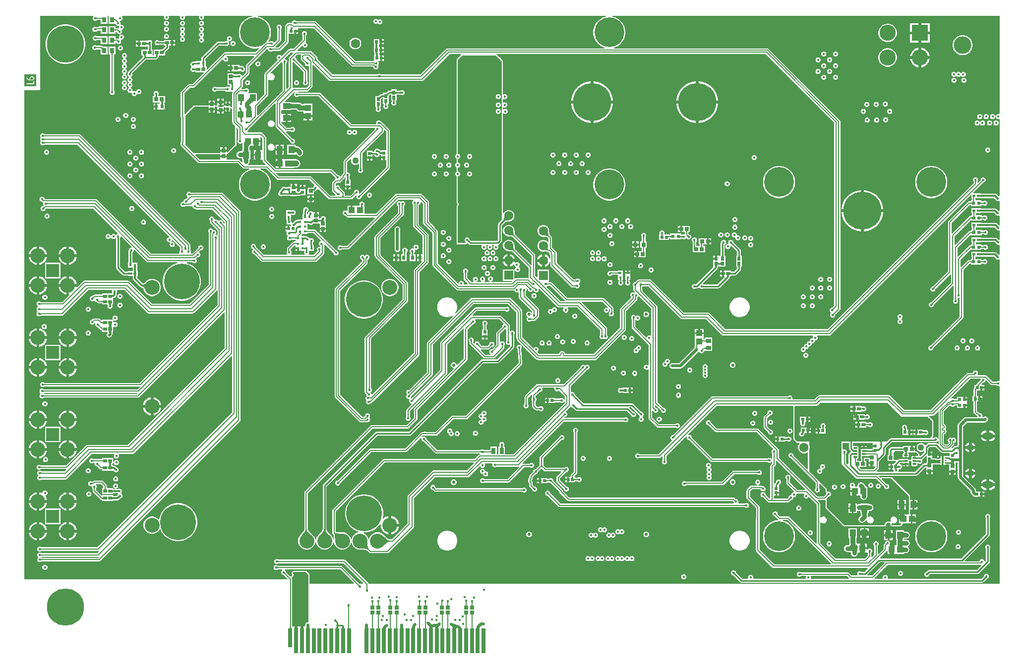
<source format=gbl>
G04*
G04 #@! TF.GenerationSoftware,Altium Limited,Altium Designer,24.4.1 (13)*
G04*
G04 Layer_Physical_Order=6*
G04 Layer_Color=16711680*
%FSLAX44Y44*%
%MOMM*%
G71*
G04*
G04 #@! TF.SameCoordinates,75237DE2-01F3-4C27-A3DE-89F3B29B8300*
G04*
G04*
G04 #@! TF.FilePolarity,Positive*
G04*
G01*
G75*
%ADD12C,0.5080*%
%ADD13C,0.2000*%
%ADD18C,0.1524*%
%ADD19C,0.2540*%
%ADD20C,0.3000*%
%ADD24C,0.1270*%
%ADD43R,0.7112X4.1910*%
%ADD44R,0.7112X3.2004*%
%ADD46R,0.6500X0.6000*%
%ADD49R,0.8000X0.9500*%
%ADD73R,0.7393X0.6725*%
%ADD87R,0.4500X0.4500*%
%ADD114R,0.4500X0.4500*%
%ADD116R,0.5811X0.5121*%
%ADD117R,0.6000X0.6500*%
%ADD119R,0.6800X0.6400*%
%ADD120R,0.7000X0.7000*%
%ADD121R,1.0500X1.1000*%
%ADD122R,0.7000X0.7000*%
%ADD123R,0.6400X0.6800*%
%ADD124R,1.1000X1.0500*%
%ADD125R,0.3700X0.2400*%
%ADD126R,0.4000X1.0800*%
%ADD128R,0.5000X0.4500*%
%ADD130R,0.5500X0.5500*%
%ADD139R,0.5121X0.5811*%
%ADD144R,0.6725X0.7393*%
%ADD145R,0.6725X0.7154*%
%ADD218C,2.7500*%
%ADD219R,2.7500X2.7500*%
%ADD220C,2.9972*%
%ADD227C,1.1000*%
%ADD228C,1.6000*%
%ADD233C,0.2067*%
%ADD234C,0.2032*%
%ADD236C,0.7620*%
%ADD237C,0.3810*%
%ADD240C,1.0000*%
%ADD243R,2.2500X2.2500*%
%ADD244C,2.5500*%
%ADD245C,0.5502*%
%ADD246C,6.0960*%
%ADD247C,2.5400*%
%ADD248C,1.5500*%
%ADD249R,1.5500X1.5500*%
%ADD250R,1.6000X1.6000*%
%ADD251O,1.9000X1.2000*%
%ADD252O,1.2500X1.0500*%
%ADD253C,6.5000*%
%ADD254C,6.3500*%
%ADD255C,0.4500*%
%ADD256C,5.0800*%
%ADD260C,0.2000*%
%ADD261R,0.6500X0.7000*%
%ADD262R,0.7200X1.0000*%
%ADD263R,0.6000X0.8000*%
%ADD264R,0.8500X0.7500*%
%ADD265R,1.0000X1.2500*%
%ADD266R,0.5153X0.4725*%
%ADD267R,0.7500X0.7000*%
%ADD268R,0.6888X0.6725*%
%ADD269R,0.5000X0.6000*%
%ADD270R,0.5500X0.5000*%
%ADD271R,0.5600X0.5200*%
%ADD272R,0.6500X0.6500*%
G04:AMPARAMS|DCode=273|XSize=0.66mm|YSize=0.32mm|CornerRadius=0.04mm|HoleSize=0mm|Usage=FLASHONLY|Rotation=0.000|XOffset=0mm|YOffset=0mm|HoleType=Round|Shape=RoundedRectangle|*
%AMROUNDEDRECTD273*
21,1,0.6600,0.2400,0,0,0.0*
21,1,0.5800,0.3200,0,0,0.0*
1,1,0.0800,0.2900,-0.1200*
1,1,0.0800,-0.2900,-0.1200*
1,1,0.0800,-0.2900,0.1200*
1,1,0.0800,0.2900,0.1200*
%
%ADD273ROUNDEDRECTD273*%
%ADD274R,0.6500X0.6500*%
%ADD275R,1.2500X1.0000*%
%ADD276C,0.3048*%
G36*
X127723Y1102469D02*
X127852Y1102374D01*
X127994Y1102290D01*
X128150Y1102217D01*
X128319Y1102156D01*
X128500Y1102105D01*
X128695Y1102066D01*
X128903Y1102038D01*
X129123Y1102022D01*
X129358Y1102016D01*
Y1099984D01*
X129123Y1099978D01*
X128695Y1099934D01*
X128500Y1099894D01*
X128319Y1099844D01*
X128150Y1099783D01*
X127994Y1099710D01*
X127852Y1099626D01*
X127723Y1099531D01*
X127607Y1099425D01*
Y1102575D01*
X127723Y1102469D01*
D02*
G37*
G36*
X137311Y1098968D02*
X137290Y1099161D01*
X137228Y1099334D01*
X137125Y1099486D01*
X136981Y1099618D01*
X136795Y1099730D01*
X136568Y1099821D01*
X136300Y1099893D01*
X135991Y1099943D01*
X135640Y1099974D01*
X135248Y1099984D01*
Y1102016D01*
X135640Y1102026D01*
X135991Y1102057D01*
X136300Y1102107D01*
X136568Y1102178D01*
X136795Y1102270D01*
X136981Y1102382D01*
X137125Y1102514D01*
X137228Y1102666D01*
X137290Y1102839D01*
X137311Y1103032D01*
Y1098968D01*
D02*
G37*
G36*
X158740Y1100339D02*
X158801Y1100166D01*
X158902Y1100014D01*
X159045Y1099882D01*
X159228Y1099770D01*
X159451Y1099678D01*
X159715Y1099607D01*
X160020Y1099557D01*
X160365Y1099526D01*
X160751Y1099516D01*
Y1097484D01*
X160365Y1097474D01*
X160020Y1097443D01*
X159715Y1097393D01*
X159451Y1097321D01*
X159228Y1097230D01*
X159045Y1097118D01*
X158902Y1096986D01*
X158801Y1096834D01*
X158740Y1096661D01*
X158720Y1096468D01*
Y1100532D01*
X158740Y1100339D01*
D02*
G37*
G36*
X467723Y1094469D02*
X467852Y1094374D01*
X467994Y1094290D01*
X468150Y1094217D01*
X468318Y1094156D01*
X468500Y1094105D01*
X468695Y1094066D01*
X468903Y1094038D01*
X469123Y1094022D01*
X469358Y1094016D01*
Y1091984D01*
X469123Y1091978D01*
X468695Y1091934D01*
X468500Y1091895D01*
X468318Y1091844D01*
X468150Y1091783D01*
X467994Y1091710D01*
X467852Y1091626D01*
X467723Y1091531D01*
X467607Y1091425D01*
Y1094575D01*
X467723Y1094469D01*
D02*
G37*
G36*
X441469Y1084277D02*
X441374Y1084148D01*
X441290Y1084006D01*
X441217Y1083850D01*
X441156Y1083681D01*
X441105Y1083500D01*
X441066Y1083305D01*
X441038Y1083097D01*
X441022Y1082876D01*
X441016Y1082642D01*
X438984D01*
X438978Y1082876D01*
X438934Y1083305D01*
X438895Y1083500D01*
X438844Y1083681D01*
X438783Y1083850D01*
X438710Y1084006D01*
X438626Y1084148D01*
X438531Y1084277D01*
X438425Y1084393D01*
X441575D01*
X441469Y1084277D01*
D02*
G37*
G36*
X461951Y1083260D02*
X462021Y1082564D01*
X462082Y1082282D01*
X462104Y1082213D01*
X462324Y1082181D01*
X462252Y1082115D01*
X462187Y1082029D01*
X462177Y1082010D01*
X462256Y1081847D01*
X462370Y1081695D01*
X462500Y1081587D01*
X462649Y1081521D01*
X462814Y1081500D01*
X462007D01*
X462003Y1081481D01*
X461977Y1081293D01*
X461946Y1080856D01*
X461942Y1080607D01*
X459402Y1081066D01*
X459400Y1081319D01*
X459387Y1081500D01*
X458530D01*
X458696Y1081521D01*
X458844Y1081587D01*
X458975Y1081695D01*
X459088Y1081847D01*
X459184Y1082043D01*
X459263Y1082282D01*
X459295Y1082432D01*
X459278Y1082495D01*
X459245Y1082578D01*
X459208Y1082640D01*
X459332Y1082622D01*
X459367Y1082890D01*
X459394Y1083260D01*
X459402Y1083672D01*
X461942D01*
X461951Y1083260D01*
D02*
G37*
G36*
X158740Y1082839D02*
X158801Y1082666D01*
X158902Y1082514D01*
X159045Y1082382D01*
X159228Y1082270D01*
X159451Y1082178D01*
X159715Y1082107D01*
X160020Y1082057D01*
X160365Y1082026D01*
X160751Y1082016D01*
Y1079984D01*
X160365Y1079974D01*
X160020Y1079943D01*
X159715Y1079893D01*
X159451Y1079821D01*
X159228Y1079730D01*
X159045Y1079618D01*
X158902Y1079486D01*
X158801Y1079334D01*
X158740Y1079161D01*
X158720Y1078968D01*
Y1083032D01*
X158740Y1082839D01*
D02*
G37*
G36*
X165514Y1080931D02*
X165849Y1080659D01*
X166014Y1080549D01*
X166178Y1080457D01*
X166341Y1080381D01*
X166502Y1080322D01*
X166662Y1080281D01*
X166820Y1080257D01*
X166978Y1080250D01*
X164750Y1078023D01*
X164743Y1078180D01*
X164719Y1078338D01*
X164678Y1078498D01*
X164619Y1078660D01*
X164543Y1078822D01*
X164450Y1078986D01*
X164340Y1079152D01*
X164213Y1079318D01*
X164069Y1079486D01*
X163907Y1079656D01*
X165344Y1081093D01*
X165514Y1080931D01*
D02*
G37*
G36*
X484469Y1073277D02*
X484374Y1073148D01*
X484290Y1073006D01*
X484217Y1072850D01*
X484156Y1072682D01*
X484105Y1072500D01*
X484066Y1072305D01*
X484038Y1072097D01*
X484022Y1071877D01*
X484016Y1071643D01*
X481984D01*
X481978Y1071877D01*
X481934Y1072305D01*
X481895Y1072500D01*
X481844Y1072682D01*
X481783Y1072850D01*
X481710Y1073006D01*
X481626Y1073148D01*
X481531Y1073277D01*
X481425Y1073393D01*
X484575D01*
X484469Y1073277D01*
D02*
G37*
G36*
X1670000Y937915D02*
X1668944Y937209D01*
X1668845Y937250D01*
X1667155D01*
X1665593Y936603D01*
X1664397Y935407D01*
X1663750Y933845D01*
Y932155D01*
X1664397Y930593D01*
X1665593Y929397D01*
X1667155Y928750D01*
X1668845D01*
X1668944Y928791D01*
X1670000Y928085D01*
Y797670D01*
X1668730Y796883D01*
X1667845Y797250D01*
X1667803D01*
X1667738Y797308D01*
X1665023Y800023D01*
X1663866Y800797D01*
X1662500Y801069D01*
X1638340D01*
X1638250Y801074D01*
Y801750D01*
X1636263D01*
X1636219Y801759D01*
X1636176Y801750D01*
X1625173D01*
X1624687Y802923D01*
X1642387Y820623D01*
X1642412Y820643D01*
X1642483Y820694D01*
X1642537Y820728D01*
X1642573Y820748D01*
X1642577Y820750D01*
X1642578Y820750D01*
X1642845D01*
X1644407Y821397D01*
X1645603Y822593D01*
X1646250Y824155D01*
Y825845D01*
X1645603Y827407D01*
X1644407Y828603D01*
X1642845Y829250D01*
X1641155D01*
X1639593Y828603D01*
X1638397Y827407D01*
X1637750Y825845D01*
Y824684D01*
X1633248Y820182D01*
X1632075Y820668D01*
Y821942D01*
X1632079Y821968D01*
X1632090Y822026D01*
X1632094Y822041D01*
X1632110Y822066D01*
X1632112Y822069D01*
X1632113Y822072D01*
X1632160Y822150D01*
X1632603Y822593D01*
X1633250Y824155D01*
Y825845D01*
X1632603Y827407D01*
X1631407Y828603D01*
X1629845Y829250D01*
X1628155D01*
X1626593Y828603D01*
X1625397Y827407D01*
X1624750Y825845D01*
Y824155D01*
X1625397Y822593D01*
X1625840Y822150D01*
X1625887Y822072D01*
X1625888Y822069D01*
X1625890Y822066D01*
X1625906Y822041D01*
X1625910Y822026D01*
X1625916Y821998D01*
X1625925Y821907D01*
Y819274D01*
X1376262Y569611D01*
X1201738D01*
X1174174Y597174D01*
X1173177Y597841D01*
X1172000Y598075D01*
X1172000Y598075D01*
X1131274D01*
X1075174Y654174D01*
X1074177Y654841D01*
X1073000Y655075D01*
X1073000Y655075D01*
X1054101D01*
X1052924Y654841D01*
X1051926Y654174D01*
X1051926Y654174D01*
X1048017Y650265D01*
X1047997Y650250D01*
X1047947Y650217D01*
X1047934Y650209D01*
X1047906Y650202D01*
X1047902Y650202D01*
X1047899Y650201D01*
X1047811Y650179D01*
X1047184D01*
X1045622Y649532D01*
X1044427Y648336D01*
X1043780Y646774D01*
Y645083D01*
X1044427Y643521D01*
X1044870Y643079D01*
X1044917Y643001D01*
X1044918Y642998D01*
X1044920Y642995D01*
X1044936Y642970D01*
X1044939Y642955D01*
X1044945Y642927D01*
X1044955Y642836D01*
Y636970D01*
X1044955Y636970D01*
X1045189Y635793D01*
X1045855Y634796D01*
X1047292Y633359D01*
X1047036Y631929D01*
X1046869Y631850D01*
X1046171Y631839D01*
X1046096Y631914D01*
X1044534Y632561D01*
X1042843D01*
X1041282Y631914D01*
X1040086Y630718D01*
X1039439Y629156D01*
Y627466D01*
X1040086Y625904D01*
X1040705Y625285D01*
X1040777Y623690D01*
X1040732Y623599D01*
X1040406Y623273D01*
X1040406Y623273D01*
X1022837Y605704D01*
X1022174Y604712D01*
X1021941Y603541D01*
X1021941Y603541D01*
Y572267D01*
X976937Y527263D01*
X928409D01*
X928004Y529295D01*
X926840Y531038D01*
X925096Y532203D01*
X923040Y532612D01*
X920984Y532203D01*
X919241Y531038D01*
X918076Y529295D01*
X917672Y527263D01*
X884063D01*
X881162Y530164D01*
X881315Y530930D01*
X881566Y531556D01*
X882603Y532593D01*
X883250Y534155D01*
Y535845D01*
X882603Y537407D01*
X881407Y538603D01*
X879845Y539250D01*
X878155D01*
X876593Y538603D01*
X875556Y537566D01*
X874930Y537315D01*
X874164Y537162D01*
X855169Y556157D01*
Y599172D01*
X855189D01*
X854876Y601550D01*
X853958Y603766D01*
X852498Y605669D01*
X852498Y605669D01*
X851585Y606553D01*
X851280Y606859D01*
X851280Y606859D01*
X835865Y622273D01*
X834873Y622936D01*
X833703Y623169D01*
X833702Y623169D01*
X769298D01*
X769297Y623169D01*
X768127Y622936D01*
X767135Y622273D01*
X741834Y596973D01*
X740847Y597782D01*
X741811Y599224D01*
X743092Y602318D01*
X743746Y605602D01*
Y608951D01*
X743092Y612235D01*
X741811Y615329D01*
X739950Y618114D01*
X737582Y620481D01*
X734798Y622342D01*
X731704Y623623D01*
X728420Y624277D01*
X725071D01*
X721787Y623623D01*
X718693Y622342D01*
X715909Y620481D01*
X713541Y618114D01*
X711681Y615329D01*
X710399Y612235D01*
X709746Y608951D01*
Y605602D01*
X710399Y602318D01*
X711681Y599224D01*
X713541Y596440D01*
X715909Y594072D01*
X718693Y592211D01*
X721787Y590930D01*
X725071Y590277D01*
X728420D01*
X731704Y590930D01*
X734798Y592211D01*
X736240Y593175D01*
X737050Y592188D01*
X692837Y547976D01*
X692174Y546983D01*
X691941Y545813D01*
X691941Y545813D01*
Y496080D01*
X662033Y466172D01*
X661845Y466250D01*
X660155D01*
X658593Y465603D01*
X657397Y464407D01*
X656750Y462845D01*
Y461155D01*
X657397Y459593D01*
X658490Y458500D01*
X657397Y457407D01*
X656750Y455845D01*
Y454155D01*
X657397Y452593D01*
X658593Y451397D01*
X660155Y450750D01*
X661845D01*
X662013Y450820D01*
X662732Y449743D01*
X662397Y449407D01*
X661750Y447845D01*
Y446155D01*
X662397Y444593D01*
X663593Y443397D01*
X665155Y442750D01*
X665605D01*
X666131Y441480D01*
X658056Y433405D01*
X657390Y432408D01*
X657156Y431231D01*
X657156Y431231D01*
Y420330D01*
X657152Y420304D01*
X657141Y420246D01*
X657137Y420231D01*
X657121Y420206D01*
X657119Y420203D01*
X657118Y420200D01*
X657071Y420122D01*
X656628Y419679D01*
X655981Y418117D01*
Y416427D01*
X656628Y414865D01*
X657823Y413669D01*
X659386Y413022D01*
X661076D01*
X662638Y413669D01*
X663834Y414865D01*
X664481Y416427D01*
Y418117D01*
X663834Y419679D01*
X663391Y420122D01*
X663344Y420200D01*
X663343Y420203D01*
X663340Y420206D01*
X663325Y420231D01*
X663321Y420246D01*
X663315Y420274D01*
X663306Y420365D01*
Y429957D01*
X726174Y492826D01*
X726174Y492826D01*
X726841Y493823D01*
X727075Y495000D01*
Y543726D01*
X754145Y570796D01*
X754845Y570596D01*
X755370Y570225D01*
Y519719D01*
X744169Y508517D01*
X742899Y509044D01*
Y509400D01*
X742175Y511147D01*
X740839Y512483D01*
X739093Y513206D01*
X737203D01*
X735457Y512483D01*
X734120Y511147D01*
X733397Y509400D01*
Y507510D01*
X734120Y505764D01*
X735457Y504428D01*
X737203Y503705D01*
X737560D01*
X738086Y502435D01*
X670826Y435174D01*
X670159Y434177D01*
X669925Y433000D01*
X669925Y433000D01*
Y418274D01*
X657726Y406075D01*
X598000D01*
X598000Y406075D01*
X596823Y405841D01*
X595826Y405174D01*
X595826Y405174D01*
X483826Y293174D01*
X483159Y292177D01*
X482925Y291000D01*
X482925Y291000D01*
Y228086D01*
X482901Y227868D01*
X482754Y227355D01*
X482456Y226640D01*
X481997Y225757D01*
X481404Y224772D01*
X477277Y219272D01*
X475886Y217635D01*
X475277Y217026D01*
X473342Y213674D01*
X472340Y209935D01*
Y206065D01*
X473342Y202326D01*
X475277Y198974D01*
X478014Y196237D01*
X481366Y194302D01*
X485105Y193300D01*
X488975D01*
X492714Y194302D01*
X496066Y196237D01*
X498803Y198974D01*
X500738Y202326D01*
X501623Y205627D01*
X502937D01*
X503822Y202326D01*
X505757Y198974D01*
X508494Y196237D01*
X511846Y194302D01*
X515585Y193300D01*
X519455D01*
X523194Y194302D01*
X526546Y196237D01*
X529283Y198974D01*
X531218Y202326D01*
X532103Y205627D01*
X533417D01*
X534302Y202326D01*
X536237Y198974D01*
X538974Y196237D01*
X542326Y194302D01*
X546065Y193300D01*
X549935D01*
X553674Y194302D01*
X557026Y196237D01*
X559763Y198974D01*
X561698Y202326D01*
X562343Y204731D01*
X563657D01*
X564302Y202326D01*
X566237Y198974D01*
X568974Y196237D01*
X572326Y194302D01*
X576065Y193300D01*
X577918D01*
X578097Y193262D01*
X582100Y193204D01*
X585351Y192949D01*
X586658Y192757D01*
X587789Y192523D01*
X588712Y192258D01*
X589418Y191979D01*
X589898Y191713D01*
X590109Y191542D01*
X593826Y187826D01*
X593826Y187826D01*
X594823Y187159D01*
X596000Y186925D01*
X625000D01*
X625000Y186925D01*
X626177Y187159D01*
X627174Y187826D01*
X669174Y229825D01*
X669174Y229826D01*
X669841Y230823D01*
X670075Y232000D01*
Y280726D01*
X706274Y316925D01*
X762000D01*
X762000Y316925D01*
X763177Y317159D01*
X764174Y317826D01*
X781873Y335524D01*
X783371Y335226D01*
X783648Y334558D01*
X784843Y333362D01*
X786405Y332715D01*
X788096D01*
X789658Y333362D01*
X790854Y334558D01*
X791501Y336120D01*
Y337811D01*
X790854Y339373D01*
X790572Y339655D01*
X791098Y340925D01*
X803255D01*
X804085Y339655D01*
X803750Y338845D01*
Y337155D01*
X804397Y335593D01*
X805593Y334397D01*
X807155Y333750D01*
X808845D01*
X810407Y334397D01*
X810850Y334840D01*
X810928Y334887D01*
X810931Y334888D01*
X810934Y334891D01*
X810959Y334906D01*
X810974Y334910D01*
X811002Y334916D01*
X811093Y334925D01*
X848000D01*
X848000Y334925D01*
X848974Y335119D01*
X849449Y334616D01*
X849722Y334071D01*
X829520Y313868D01*
X790308D01*
X790283Y313872D01*
X790224Y313883D01*
X790210Y313888D01*
X790184Y313903D01*
X790182Y313905D01*
X790179Y313906D01*
X790101Y313953D01*
X789658Y314396D01*
X788096Y315043D01*
X786405D01*
X784843Y314396D01*
X783648Y313201D01*
X783001Y311639D01*
Y309948D01*
X783648Y308386D01*
X784843Y307190D01*
X786405Y306543D01*
X788096D01*
X789658Y307190D01*
X790101Y307633D01*
X790179Y307680D01*
X790182Y307682D01*
X790185Y307684D01*
X790210Y307699D01*
X790224Y307703D01*
X790253Y307709D01*
X790343Y307718D01*
X830793D01*
X830793Y307718D01*
X831970Y307952D01*
X832968Y308619D01*
X858274Y333925D01*
X867942D01*
X867968Y333922D01*
X868027Y333910D01*
X868041Y333906D01*
X868066Y333890D01*
X868069Y333888D01*
X868072Y333887D01*
X868150Y333840D01*
X868593Y333397D01*
X870155Y332750D01*
X871845D01*
X873407Y333397D01*
X874603Y334593D01*
X875250Y336155D01*
Y337845D01*
X874603Y339407D01*
X873407Y340603D01*
X871845Y341250D01*
X870155D01*
X868593Y340603D01*
X868150Y340160D01*
X868072Y340113D01*
X868069Y340112D01*
X868066Y340109D01*
X868041Y340094D01*
X868027Y340090D01*
X867998Y340084D01*
X867907Y340075D01*
X857000D01*
X856026Y339881D01*
X855551Y340384D01*
X855278Y340929D01*
X926274Y411925D01*
X1028942D01*
X1028968Y411922D01*
X1029026Y411910D01*
X1029041Y411906D01*
X1029066Y411890D01*
X1029069Y411888D01*
X1029072Y411887D01*
X1029150Y411840D01*
X1029593Y411397D01*
X1031155Y410750D01*
X1032845D01*
X1034407Y411397D01*
X1035603Y412593D01*
X1036250Y414155D01*
Y415845D01*
X1035603Y417407D01*
X1034407Y418603D01*
X1032845Y419250D01*
X1031155D01*
X1029593Y418603D01*
X1029150Y418160D01*
X1029072Y418113D01*
X1029069Y418112D01*
X1029066Y418110D01*
X1029041Y418094D01*
X1029026Y418090D01*
X1028998Y418084D01*
X1028907Y418075D01*
X927083D01*
X926597Y419248D01*
X927512Y420164D01*
X927533Y420179D01*
X927582Y420212D01*
X927596Y420220D01*
X927624Y420227D01*
X927628Y420227D01*
X927630Y420228D01*
X927719Y420250D01*
X928345D01*
X929907Y420897D01*
X931103Y422093D01*
X931750Y423655D01*
Y425345D01*
X931103Y426907D01*
X929907Y428103D01*
X929581Y428238D01*
X929333Y429484D01*
X937030Y437181D01*
X937333Y437285D01*
X937464Y437301D01*
X938622Y437205D01*
X939430Y436397D01*
X940992Y435750D01*
X941366D01*
X941410Y435712D01*
X945480Y431642D01*
X946561Y430920D01*
X947837Y430666D01*
X1033125D01*
X1040831Y422960D01*
X1041397Y421593D01*
X1042593Y420397D01*
X1044155Y419750D01*
X1045845D01*
X1047407Y420397D01*
X1048603Y421593D01*
X1049250Y423155D01*
Y424845D01*
X1048603Y426407D01*
X1047407Y427603D01*
X1045845Y428250D01*
X1044971D01*
X1037825Y435396D01*
X1038351Y436666D01*
X1040619D01*
X1053746Y423538D01*
X1053750Y423534D01*
Y423155D01*
X1054397Y421593D01*
X1055182Y420808D01*
X1055457Y420000D01*
X1055182Y419192D01*
X1054397Y418407D01*
X1053750Y416845D01*
Y415155D01*
X1054397Y413593D01*
X1055593Y412397D01*
X1057155Y411750D01*
X1058845D01*
X1060407Y412397D01*
X1061603Y413593D01*
X1062250Y415155D01*
Y416845D01*
X1061603Y418407D01*
X1060818Y419192D01*
X1060543Y420000D01*
X1060818Y420808D01*
X1061603Y421593D01*
X1062250Y423155D01*
Y424845D01*
X1061603Y426407D01*
X1060407Y427603D01*
X1058845Y428250D01*
X1058471D01*
X1058427Y428288D01*
X1044358Y442357D01*
X1043276Y443080D01*
X1042000Y443334D01*
X959976D01*
X944849Y458462D01*
X944845Y458466D01*
Y458845D01*
X944198Y460407D01*
X943003Y461603D01*
X941441Y462250D01*
X939750D01*
X939345Y462082D01*
X938075Y462931D01*
Y472726D01*
X966012Y500664D01*
X966033Y500679D01*
X966082Y500712D01*
X966096Y500720D01*
X966124Y500727D01*
X966128Y500727D01*
X966131Y500728D01*
X966219Y500750D01*
X966845D01*
X968407Y501397D01*
X969603Y502593D01*
X970250Y504155D01*
Y505845D01*
X969603Y507407D01*
X968407Y508603D01*
X966845Y509250D01*
X965155D01*
X963593Y508603D01*
X962500Y507510D01*
X961407Y508603D01*
X959845Y509250D01*
X958155D01*
X956593Y508603D01*
X955397Y507407D01*
X954750Y505845D01*
Y505219D01*
X954728Y505131D01*
X954727Y505128D01*
X954727Y505124D01*
X954720Y505096D01*
X954712Y505082D01*
X954696Y505058D01*
X954639Y504988D01*
X925726Y476075D01*
X881000D01*
X881000Y476075D01*
X879823Y475841D01*
X878826Y475174D01*
X878826Y475174D01*
X859673Y456021D01*
X859006Y455024D01*
X858772Y453847D01*
X858772Y453847D01*
Y442058D01*
X858769Y442032D01*
X858757Y441973D01*
X858753Y441959D01*
X858737Y441934D01*
X858736Y441931D01*
X858734Y441928D01*
X858687Y441850D01*
X858244Y441407D01*
X857597Y439845D01*
Y438155D01*
X858244Y436593D01*
X859440Y435397D01*
X861002Y434750D01*
X862692D01*
X864255Y435397D01*
X865450Y436593D01*
X866097Y438155D01*
Y439845D01*
X865450Y441407D01*
X865007Y441850D01*
X864960Y441928D01*
X864959Y441931D01*
X864957Y441934D01*
X864941Y441959D01*
X864937Y441973D01*
X864932Y442002D01*
X864922Y442093D01*
Y452573D01*
X870821Y458472D01*
X871365Y458199D01*
X871869Y457724D01*
X871675Y456750D01*
X871675Y456750D01*
Y452363D01*
X871671Y452330D01*
X871657Y452249D01*
X871644Y452190D01*
X871634Y452158D01*
X871614Y452130D01*
X871608Y452119D01*
X871397Y451907D01*
X870750Y450345D01*
Y448655D01*
X871397Y447093D01*
X871608Y446881D01*
X871614Y446870D01*
X871634Y446842D01*
X871644Y446810D01*
X871657Y446751D01*
X871671Y446670D01*
X871675Y446637D01*
Y438716D01*
X871675Y438716D01*
X871909Y437539D01*
X872576Y436541D01*
X877291Y431826D01*
X877291Y431826D01*
X878289Y431159D01*
X879466Y430925D01*
X883942D01*
X883968Y430922D01*
X884026Y430910D01*
X884041Y430906D01*
X884066Y430890D01*
X884069Y430888D01*
X884072Y430887D01*
X884150Y430840D01*
X884593Y430397D01*
X886155Y429750D01*
X887845D01*
X889407Y430397D01*
X890603Y431593D01*
X891250Y433155D01*
Y434845D01*
X890603Y436407D01*
X889407Y437603D01*
X887845Y438250D01*
X886155D01*
X884593Y437603D01*
X884150Y437160D01*
X884072Y437113D01*
X884069Y437112D01*
X884066Y437109D01*
X884041Y437094D01*
X884026Y437090D01*
X883998Y437085D01*
X883907Y437075D01*
X880740D01*
X877825Y439990D01*
Y446303D01*
X877827Y446315D01*
X877827Y446317D01*
X878603Y447093D01*
X879250Y448655D01*
Y450345D01*
X878603Y451907D01*
X877827Y452683D01*
X877827Y452685D01*
X877825Y452697D01*
Y455476D01*
X885013Y462664D01*
X885033Y462679D01*
X885082Y462712D01*
X885096Y462720D01*
X885124Y462727D01*
X885128Y462727D01*
X885130Y462728D01*
X885219Y462750D01*
X885845D01*
X887407Y463397D01*
X888603Y464593D01*
X889250Y466155D01*
Y467845D01*
X888915Y468655D01*
X889745Y469925D01*
X909054D01*
X909760Y468869D01*
X909750Y468845D01*
Y467155D01*
X910397Y465593D01*
X911593Y464397D01*
X913155Y463750D01*
X914845D01*
X916407Y464397D01*
X916850Y464840D01*
X916928Y464887D01*
X916931Y464888D01*
X916934Y464891D01*
X916959Y464906D01*
X916974Y464910D01*
X917002Y464916D01*
X917093Y464925D01*
X917726D01*
X927925Y454726D01*
Y449649D01*
X926655Y449396D01*
X926236Y450407D01*
X925041Y451603D01*
X923478Y452250D01*
X921788D01*
X920226Y451603D01*
X919783Y451160D01*
X919705Y451113D01*
X919702Y451112D01*
X919699Y451110D01*
X919674Y451094D01*
X919660Y451090D01*
X919631Y451085D01*
X919540Y451075D01*
X910561D01*
Y452561D01*
X899845D01*
Y448000D01*
Y443439D01*
X910561D01*
Y444925D01*
X919576D01*
X919601Y444921D01*
X919660Y444910D01*
X919674Y444906D01*
X919699Y444890D01*
X919702Y444888D01*
X919705Y444887D01*
X919783Y444840D01*
X920226Y444397D01*
X921788Y443750D01*
X923478D01*
X925041Y444397D01*
X926236Y445593D01*
X926655Y446604D01*
X927925Y446351D01*
Y444274D01*
X839726Y356075D01*
X825500D01*
Y369000D01*
X823334D01*
Y370319D01*
X823335Y370324D01*
X823603Y370593D01*
X824250Y372155D01*
Y373845D01*
X823603Y375407D01*
X822407Y376603D01*
X820845Y377250D01*
X819155D01*
X817593Y376603D01*
X816397Y375407D01*
X815750Y373845D01*
Y372155D01*
X816397Y370593D01*
X816662Y370328D01*
X816666Y370270D01*
Y369000D01*
X814300D01*
Y356075D01*
X811700D01*
Y369000D01*
X800500D01*
Y363412D01*
X790227D01*
X790202Y363416D01*
X790143Y363428D01*
X790129Y363432D01*
X790104Y363447D01*
X790101Y363449D01*
X790098Y363450D01*
X790020Y363498D01*
X789577Y363940D01*
X788015Y364587D01*
X786324D01*
X784762Y363940D01*
X784320Y363498D01*
X784242Y363450D01*
X784239Y363449D01*
X784236Y363447D01*
X784211Y363432D01*
X784196Y363428D01*
X784138Y363416D01*
X784112Y363412D01*
X709937D01*
X691336Y382012D01*
X691321Y382033D01*
X691288Y382082D01*
X691280Y382096D01*
X691273Y382124D01*
X691273Y382128D01*
X691272Y382131D01*
X691250Y382219D01*
Y382845D01*
X690603Y384407D01*
X689407Y385603D01*
X687845Y386250D01*
X686155D01*
X684900Y385730D01*
X684181Y386807D01*
X685281Y387907D01*
X708000D01*
X709184Y388143D01*
X710187Y388813D01*
X737281Y415907D01*
X760000D01*
X761183Y416143D01*
X762187Y416813D01*
X853557Y508183D01*
X853557Y508183D01*
X853586Y508155D01*
X854713Y509841D01*
X855108Y511831D01*
X855046Y512143D01*
X855054Y512206D01*
X853305Y536198D01*
X853307Y536222D01*
X853314Y536284D01*
X853317Y536303D01*
X853324Y536314D01*
X853603Y536593D01*
X854250Y538155D01*
Y539845D01*
X853603Y541407D01*
X852407Y542603D01*
X850845Y543250D01*
X849155D01*
X847593Y542603D01*
X846397Y541407D01*
X845750Y539845D01*
Y538155D01*
X846397Y536593D01*
X847037Y535952D01*
X847092Y535876D01*
X847099Y535861D01*
X847109Y535850D01*
X847115Y535832D01*
X847123Y535801D01*
X847139Y535714D01*
X848851Y512225D01*
X758719Y422093D01*
X736000D01*
X734817Y421857D01*
X733813Y421187D01*
X706719Y394093D01*
X691281D01*
X691187Y394187D01*
X690183Y394857D01*
X689000Y395093D01*
X687816Y394857D01*
X686813Y394187D01*
X686750Y394093D01*
X684000D01*
X682816Y393857D01*
X681813Y393187D01*
X654719Y366093D01*
X596000D01*
X594817Y365857D01*
X593813Y365187D01*
X539959Y311333D01*
X539940Y311318D01*
X539888Y311283D01*
X539871Y311273D01*
X539857Y311271D01*
X539842Y311266D01*
X539779Y311250D01*
X539155D01*
X537593Y310603D01*
X536397Y309407D01*
X535750Y307845D01*
Y306155D01*
X536397Y304593D01*
X537593Y303397D01*
X539155Y302750D01*
X540845D01*
X542407Y303397D01*
X543603Y304593D01*
X544250Y306155D01*
Y306779D01*
X544266Y306842D01*
X544271Y306857D01*
X544273Y306871D01*
X544283Y306888D01*
X544301Y306915D01*
X544357Y306983D01*
X597281Y359907D01*
X656000D01*
X657184Y360143D01*
X658187Y360813D01*
X682193Y384819D01*
X683270Y384100D01*
X682750Y382845D01*
Y381155D01*
X683397Y379593D01*
X684593Y378397D01*
X686155Y377750D01*
X686781D01*
X686870Y377728D01*
X686872Y377727D01*
X686876Y377727D01*
X686904Y377720D01*
X686918Y377712D01*
X686942Y377696D01*
X687012Y377639D01*
X706488Y358163D01*
X706488Y358163D01*
X707486Y357496D01*
X708663Y357262D01*
X708663Y357262D01*
X782458D01*
X782583Y355992D01*
X781823Y355841D01*
X780826Y355174D01*
X773726Y348075D01*
X619000D01*
X617823Y347841D01*
X616826Y347174D01*
X616825Y347174D01*
X531667Y262016D01*
X531001Y261019D01*
X530767Y259842D01*
X530767Y259842D01*
Y222159D01*
X530767Y222158D01*
X531001Y220982D01*
X531505Y220228D01*
X531551Y220142D01*
X531609Y220071D01*
X531667Y219984D01*
X531746Y219905D01*
X531947Y219662D01*
X532235Y219165D01*
X532519Y218479D01*
X532778Y217605D01*
X532998Y216547D01*
X533162Y215357D01*
X533339Y210557D01*
X532067Y210508D01*
X531218Y213674D01*
X529283Y217026D01*
X527964Y218345D01*
X527856Y218507D01*
X527852Y218512D01*
X527852Y218512D01*
X527852Y218512D01*
X526429Y219943D01*
X525192Y221262D01*
X523141Y223701D01*
X522383Y224746D01*
X521774Y225707D01*
X521325Y226554D01*
X521031Y227271D01*
X520880Y227840D01*
X520854Y228101D01*
Y301139D01*
X607381Y387666D01*
X663000D01*
X664276Y387920D01*
X665358Y388643D01*
X788664Y511949D01*
X813283D01*
X814559Y512203D01*
X815641Y512926D01*
X840358Y537643D01*
X841080Y538724D01*
X841334Y540000D01*
Y560319D01*
X841335Y560324D01*
X841603Y560593D01*
X842250Y562155D01*
Y563845D01*
X841603Y565407D01*
X840407Y566603D01*
X838845Y567250D01*
X837155D01*
X835593Y566603D01*
X835345Y566355D01*
X834075Y566881D01*
Y576000D01*
X834075Y576000D01*
X833841Y577177D01*
X833174Y578174D01*
X833174Y578175D01*
X819424Y591924D01*
X818427Y592591D01*
X817250Y592825D01*
X817250Y592825D01*
X770833D01*
X770347Y593998D01*
X777274Y600925D01*
X825942D01*
X825968Y600922D01*
X826026Y600910D01*
X826041Y600906D01*
X826066Y600890D01*
X826069Y600888D01*
X826072Y600887D01*
X826150Y600840D01*
X826593Y600397D01*
X828155Y599750D01*
X829845D01*
X831407Y600397D01*
X832603Y601593D01*
X833250Y603155D01*
Y604845D01*
X832603Y606407D01*
X831407Y607603D01*
X829845Y608250D01*
X828155D01*
X826593Y607603D01*
X826150Y607160D01*
X826072Y607113D01*
X826069Y607112D01*
X826066Y607110D01*
X826041Y607094D01*
X826026Y607090D01*
X825998Y607085D01*
X825907Y607075D01*
X776000D01*
X776000Y607075D01*
X774823Y606841D01*
X773826Y606174D01*
X773826Y606174D01*
X715826Y548174D01*
X715159Y547177D01*
X714925Y546000D01*
X714925Y546000D01*
Y500274D01*
X666125Y451474D01*
X665290Y451483D01*
X664938Y451960D01*
X664661Y452733D01*
X665250Y454155D01*
Y454782D01*
X665287Y454935D01*
X665287Y454936D01*
X665292Y454945D01*
X665323Y454993D01*
X665339Y455014D01*
X666084Y455759D01*
X666084Y455759D01*
X666085Y455759D01*
X698865Y488540D01*
X698866Y488540D01*
X701273Y490947D01*
X701273Y490948D01*
X701936Y491940D01*
X702169Y493110D01*
Y542843D01*
X772267Y612941D01*
X830733D01*
X842837Y600837D01*
X842837Y600837D01*
X843149Y600525D01*
X844045Y599625D01*
X844045Y599625D01*
Y599625D01*
X844941Y598726D01*
Y555718D01*
X844921D01*
X845235Y553340D01*
X846152Y551124D01*
X847613Y549220D01*
X847627Y549234D01*
X868905Y527956D01*
X869791Y527070D01*
X869789Y527068D01*
X869803Y527057D01*
X870700Y526161D01*
X876266Y520595D01*
X877147Y519690D01*
X877147Y519690D01*
X877148Y519690D01*
X879030Y518246D01*
X881246Y517328D01*
X883624Y517015D01*
Y517035D01*
X979906D01*
X979906Y517035D01*
X981077Y517267D01*
X982069Y517931D01*
X1031273Y567135D01*
X1031273Y567135D01*
X1031936Y568127D01*
X1032169Y569297D01*
X1032169Y569297D01*
Y600572D01*
X1046435Y614837D01*
X1046435Y614837D01*
X1050793Y619196D01*
X1051456Y620188D01*
X1051689Y621358D01*
X1051689Y621359D01*
Y624195D01*
X1052177Y624397D01*
X1053373Y625593D01*
X1053429Y625728D01*
X1054675Y625976D01*
X1075430Y605221D01*
Y559240D01*
X1074160Y558705D01*
X1072845Y559250D01*
X1071155D01*
X1069593Y558603D01*
X1068397Y557407D01*
X1067911Y556234D01*
X1066577Y555772D01*
X1048075Y574274D01*
Y585118D01*
X1049345Y585644D01*
X1049593Y585397D01*
X1051155Y584750D01*
X1052845D01*
X1054407Y585397D01*
X1055603Y586593D01*
X1056250Y588155D01*
Y589845D01*
X1055603Y591407D01*
X1054407Y592603D01*
X1052845Y593250D01*
X1051155D01*
X1049593Y592603D01*
X1049265Y592276D01*
X1048603Y592407D01*
X1047407Y593603D01*
X1045845Y594250D01*
X1044155D01*
X1042593Y593603D01*
X1041397Y592407D01*
X1040750Y590845D01*
Y589155D01*
X1041397Y587593D01*
X1041840Y587150D01*
X1041887Y587072D01*
X1041888Y587069D01*
X1041890Y587066D01*
X1041906Y587041D01*
X1041910Y587026D01*
X1041916Y586998D01*
X1041925Y586907D01*
Y573000D01*
X1041925Y573000D01*
X1042159Y571823D01*
X1042826Y570826D01*
X1070925Y542726D01*
Y508881D01*
X1069655Y508355D01*
X1069407Y508603D01*
X1067845Y509250D01*
X1066155D01*
X1064593Y508603D01*
X1063397Y507407D01*
X1062750Y505845D01*
Y504155D01*
X1063397Y502593D01*
X1064593Y501397D01*
X1066155Y500750D01*
X1067845D01*
X1069407Y501397D01*
X1069655Y501645D01*
X1070925Y501119D01*
Y418000D01*
X1070925Y418000D01*
X1071159Y416823D01*
X1071826Y415826D01*
X1085325Y402326D01*
X1085326Y402326D01*
X1086323Y401659D01*
X1087500Y401425D01*
X1087500Y401425D01*
X1117565D01*
X1117593Y401397D01*
X1119155Y400750D01*
X1120845D01*
X1122407Y401397D01*
X1123603Y402593D01*
X1124250Y404155D01*
Y405845D01*
X1123603Y407407D01*
X1122407Y408603D01*
X1120845Y409250D01*
X1119155D01*
X1117593Y408603D01*
X1116565Y407575D01*
X1088774D01*
X1077075Y419274D01*
Y429965D01*
X1078345Y430572D01*
X1078750Y430245D01*
Y430155D01*
X1079397Y428593D01*
X1080593Y427397D01*
X1082155Y426750D01*
X1083845D01*
X1085407Y427397D01*
X1086603Y428593D01*
X1087250Y430155D01*
Y431845D01*
X1086603Y433407D01*
X1085407Y434603D01*
X1083845Y435250D01*
X1083219D01*
X1083130Y435272D01*
X1083128Y435273D01*
X1083124Y435273D01*
X1083096Y435280D01*
X1083082Y435288D01*
X1083058Y435304D01*
X1082988Y435361D01*
X1081580Y436769D01*
Y439412D01*
X1082753Y439898D01*
X1091664Y430988D01*
X1091679Y430967D01*
X1091712Y430918D01*
X1091720Y430904D01*
X1091727Y430876D01*
X1091727Y430872D01*
X1091728Y430869D01*
X1091750Y430781D01*
Y430155D01*
X1092397Y428593D01*
X1093593Y427397D01*
X1095155Y426750D01*
X1096845D01*
X1098407Y427397D01*
X1099603Y428593D01*
X1100250Y430155D01*
Y431845D01*
X1099603Y433407D01*
X1098407Y434603D01*
X1096845Y435250D01*
X1096219D01*
X1096130Y435272D01*
X1096128Y435273D01*
X1096124Y435273D01*
X1096096Y435280D01*
X1096082Y435288D01*
X1096058Y435304D01*
X1095988Y435361D01*
X1086075Y445274D01*
Y608000D01*
X1085841Y609177D01*
X1085174Y610174D01*
X1060075Y635274D01*
Y642923D01*
X1060093Y642925D01*
X1070726D01*
X1125775Y587876D01*
X1125775Y587876D01*
X1126773Y587209D01*
X1127950Y586975D01*
X1168676D01*
X1195826Y559826D01*
X1196823Y559159D01*
X1198000Y558925D01*
X1198000Y558925D01*
X1351118D01*
X1351644Y557655D01*
X1351397Y557407D01*
X1350750Y555845D01*
Y554250D01*
X1349155D01*
X1347593Y553603D01*
X1346397Y552407D01*
X1345750Y550845D01*
Y549250D01*
X1344155D01*
X1342593Y548603D01*
X1341397Y547407D01*
X1340750Y545845D01*
Y544250D01*
X1339155D01*
X1337593Y543603D01*
X1336397Y542407D01*
X1335750Y540845D01*
Y539250D01*
X1334155D01*
X1332593Y538603D01*
X1331397Y537407D01*
X1330750Y535845D01*
Y534155D01*
X1331397Y532593D01*
X1332593Y531397D01*
X1334155Y530750D01*
X1335845D01*
X1337407Y531397D01*
X1338603Y532593D01*
X1339250Y534155D01*
Y535750D01*
X1340845D01*
X1342407Y536397D01*
X1343603Y537593D01*
X1344250Y539155D01*
Y540750D01*
X1345845D01*
X1347407Y541397D01*
X1348603Y542593D01*
X1349250Y544155D01*
Y545750D01*
X1350845D01*
X1352407Y546397D01*
X1353603Y547593D01*
X1354250Y549155D01*
Y550750D01*
X1355845D01*
X1357407Y551397D01*
X1358603Y552593D01*
X1359250Y554155D01*
Y555845D01*
X1358603Y557407D01*
X1358356Y557655D01*
X1358882Y558925D01*
X1379415D01*
X1379415Y558925D01*
X1380592Y559159D01*
X1381589Y559826D01*
X1620577Y798813D01*
X1621750Y798327D01*
Y795309D01*
X1621741Y795264D01*
X1621750Y795222D01*
Y793250D01*
X1622425D01*
Y789750D01*
X1620750D01*
Y788075D01*
X1617500D01*
X1616323Y787841D01*
X1615326Y787174D01*
X1615325Y787174D01*
X1582826Y754674D01*
X1582159Y753677D01*
X1581925Y752500D01*
X1581925Y752500D01*
Y668274D01*
X1556288Y642636D01*
X1556267Y642621D01*
X1556218Y642588D01*
X1556204Y642580D01*
X1556176Y642573D01*
X1556172Y642573D01*
X1556169Y642572D01*
X1556081Y642550D01*
X1555455D01*
X1553893Y641903D01*
X1552697Y640707D01*
X1552050Y639145D01*
Y637455D01*
X1552697Y635893D01*
X1553893Y634697D01*
X1555455Y634050D01*
X1557145D01*
X1558707Y634697D01*
X1559903Y635893D01*
X1560550Y637455D01*
Y638081D01*
X1560572Y638170D01*
X1560573Y638172D01*
X1560573Y638176D01*
X1560580Y638204D01*
X1560588Y638218D01*
X1560604Y638242D01*
X1560661Y638312D01*
X1585752Y663403D01*
X1586925Y662917D01*
Y649199D01*
X1553760Y616034D01*
X1553740Y616019D01*
X1553690Y615986D01*
X1553677Y615978D01*
X1553649Y615971D01*
X1553645Y615971D01*
X1553642Y615970D01*
X1553553Y615948D01*
X1552927D01*
X1551365Y615301D01*
X1550170Y614105D01*
X1549523Y612543D01*
Y610853D01*
X1550170Y609291D01*
X1551365Y608095D01*
X1552927Y607448D01*
X1554618D01*
X1556180Y608095D01*
X1557376Y609291D01*
X1558023Y610853D01*
Y611479D01*
X1558044Y611567D01*
X1558045Y611570D01*
X1558046Y611574D01*
X1558053Y611602D01*
X1558060Y611616D01*
X1558077Y611640D01*
X1558134Y611710D01*
X1590752Y644328D01*
X1591925Y643842D01*
Y620558D01*
X1591922Y620532D01*
X1591910Y620474D01*
X1591906Y620459D01*
X1591890Y620434D01*
X1591888Y620431D01*
X1591887Y620428D01*
X1591840Y620350D01*
X1591397Y619907D01*
X1590750Y618345D01*
Y616655D01*
X1591397Y615093D01*
X1592593Y613897D01*
X1594155Y613250D01*
X1595845D01*
X1597407Y613897D01*
X1598603Y615093D01*
X1599250Y616655D01*
Y618345D01*
X1598603Y619907D01*
X1598160Y620350D01*
X1598113Y620428D01*
X1598112Y620431D01*
X1598110Y620434D01*
X1598094Y620459D01*
X1598090Y620474D01*
X1598085Y620502D01*
X1598075Y620593D01*
Y622554D01*
X1599131Y623260D01*
X1599155Y623250D01*
X1600845D01*
X1600869Y623260D01*
X1601925Y622554D01*
Y591274D01*
X1552487Y541836D01*
X1552467Y541821D01*
X1552418Y541788D01*
X1552404Y541780D01*
X1552376Y541773D01*
X1552372Y541773D01*
X1552370Y541772D01*
X1552281Y541750D01*
X1551655D01*
X1550093Y541103D01*
X1548897Y539907D01*
X1548250Y538345D01*
Y536655D01*
X1548897Y535093D01*
X1550093Y533897D01*
X1551655Y533250D01*
X1553345D01*
X1554907Y533897D01*
X1556103Y535093D01*
X1556750Y536655D01*
Y537281D01*
X1556772Y537369D01*
X1556773Y537372D01*
X1556773Y537376D01*
X1556780Y537404D01*
X1556788Y537418D01*
X1556804Y537442D01*
X1556861Y537512D01*
X1607174Y587826D01*
X1607841Y588823D01*
X1608075Y590000D01*
X1608075Y590000D01*
Y671226D01*
X1618774Y681925D01*
X1620750D01*
Y680250D01*
X1639250D01*
Y681925D01*
X1641942D01*
X1641968Y681921D01*
X1642027Y681910D01*
X1642041Y681906D01*
X1642066Y681890D01*
X1642069Y681888D01*
X1642072Y681887D01*
X1642150Y681840D01*
X1642593Y681397D01*
X1644155Y680750D01*
X1645845D01*
X1647407Y681397D01*
X1648603Y682593D01*
X1649250Y684155D01*
Y685845D01*
X1648603Y687407D01*
X1647407Y688603D01*
X1645845Y689250D01*
X1644155D01*
X1642593Y688603D01*
X1642150Y688160D01*
X1642072Y688113D01*
X1642069Y688112D01*
X1642066Y688110D01*
X1642041Y688094D01*
X1642027Y688090D01*
X1641998Y688084D01*
X1641907Y688075D01*
X1639250D01*
Y689750D01*
X1628575D01*
Y693250D01*
X1636176D01*
X1636219Y693241D01*
X1636263Y693250D01*
X1638250D01*
Y693915D01*
X1638453Y693931D01*
X1661022D01*
X1662750Y692203D01*
Y692155D01*
X1663397Y690593D01*
X1664593Y689397D01*
X1666155Y688750D01*
X1667845D01*
X1668730Y689117D01*
X1670000Y688330D01*
Y481959D01*
X1668730Y481110D01*
X1668393Y481250D01*
X1666702D01*
X1665140Y480603D01*
X1664698Y480160D01*
X1664619Y480113D01*
X1664617Y480112D01*
X1664614Y480109D01*
X1664589Y480094D01*
X1664574Y480090D01*
X1664546Y480084D01*
X1664455Y480075D01*
X1658334D01*
X1648234Y490174D01*
X1647237Y490841D01*
X1646060Y491075D01*
X1646060Y491075D01*
X1632881D01*
X1632355Y492345D01*
X1632603Y492593D01*
X1633250Y494155D01*
Y495845D01*
X1632603Y497407D01*
X1631407Y498603D01*
X1629845Y499250D01*
X1628155D01*
X1626593Y498603D01*
X1625397Y497407D01*
X1624750Y495845D01*
Y495219D01*
X1624728Y495131D01*
X1624727Y495128D01*
X1624727Y495124D01*
X1624720Y495096D01*
X1624712Y495082D01*
X1624707Y495075D01*
X1616000D01*
X1614823Y494841D01*
X1613826Y494174D01*
X1613826Y494174D01*
X1582131Y462480D01*
X1582131Y462480D01*
X1551726Y432075D01*
X1507274D01*
X1483174Y456174D01*
X1482177Y456841D01*
X1481000Y457075D01*
X1481000Y457075D01*
X1362330D01*
X1362330Y457075D01*
X1361154Y456841D01*
X1360156Y456174D01*
X1360156Y456174D01*
X1354057Y450075D01*
X1316946D01*
X1316240Y451131D01*
X1316250Y451155D01*
Y452845D01*
X1315603Y454407D01*
X1314407Y455603D01*
X1312845Y456250D01*
X1311155D01*
X1309593Y455603D01*
X1309150Y455160D01*
X1309072Y455113D01*
X1309069Y455112D01*
X1309066Y455110D01*
X1309041Y455094D01*
X1309026Y455090D01*
X1308998Y455084D01*
X1308907Y455075D01*
X1180000D01*
X1180000Y455075D01*
X1178823Y454841D01*
X1177826Y454174D01*
X1177826Y454174D01*
X1112487Y388836D01*
X1112467Y388821D01*
X1112418Y388788D01*
X1112404Y388780D01*
X1112376Y388773D01*
X1112372Y388773D01*
X1112370Y388772D01*
X1112281Y388750D01*
X1111655D01*
X1110093Y388103D01*
X1108897Y386907D01*
X1108250Y385345D01*
Y383655D01*
X1108897Y382093D01*
X1110093Y380897D01*
X1110559Y380704D01*
X1110857Y379206D01*
X1087869Y356218D01*
X1055315D01*
X1055290Y356221D01*
X1055233Y356233D01*
X1055221Y356236D01*
X1055200Y356249D01*
X1055196Y356252D01*
X1055192Y356254D01*
X1055113Y356302D01*
X1054657Y356758D01*
X1053095Y357405D01*
X1051405D01*
X1049843Y356758D01*
X1048647Y355562D01*
X1048000Y354000D01*
Y352309D01*
X1048647Y350747D01*
X1049843Y349552D01*
X1051405Y348905D01*
X1053095D01*
X1054657Y349552D01*
X1055088Y349982D01*
X1055164Y350028D01*
X1055166Y350029D01*
X1055168Y350030D01*
X1055197Y350048D01*
X1055214Y350052D01*
X1055244Y350058D01*
X1055334Y350068D01*
X1089143D01*
X1089143Y350068D01*
X1090320Y350302D01*
X1091317Y350968D01*
X1093655Y353306D01*
X1094925Y352780D01*
Y346058D01*
X1094921Y346032D01*
X1094910Y345974D01*
X1094906Y345959D01*
X1094890Y345934D01*
X1094888Y345931D01*
X1094887Y345928D01*
X1094840Y345850D01*
X1094397Y345407D01*
X1093750Y343845D01*
Y342155D01*
X1094397Y340593D01*
X1095593Y339397D01*
X1097155Y338750D01*
X1098845D01*
X1100407Y339397D01*
X1101603Y340593D01*
X1102250Y342155D01*
Y343845D01*
X1101603Y345407D01*
X1101160Y345850D01*
X1101113Y345928D01*
X1101112Y345931D01*
X1101110Y345934D01*
X1101094Y345959D01*
X1101090Y345974D01*
X1101085Y346002D01*
X1101075Y346093D01*
Y352726D01*
X1134577Y386228D01*
X1135075Y386065D01*
X1135750Y385605D01*
Y384155D01*
X1136397Y382593D01*
X1137593Y381397D01*
X1139155Y380750D01*
X1139781D01*
X1139870Y380728D01*
X1139872Y380727D01*
X1139876Y380727D01*
X1139904Y380720D01*
X1139918Y380712D01*
X1139942Y380696D01*
X1140012Y380639D01*
X1176825Y343826D01*
X1176826Y343826D01*
X1177823Y343159D01*
X1179000Y342925D01*
X1273942D01*
X1273968Y342921D01*
X1274026Y342910D01*
X1274041Y342906D01*
X1274066Y342890D01*
X1274069Y342888D01*
X1274072Y342887D01*
X1274150Y342840D01*
X1274593Y342397D01*
X1276155Y341750D01*
X1277845D01*
X1279407Y342397D01*
X1280603Y343593D01*
X1280655Y343718D01*
X1281925Y343465D01*
Y340513D01*
X1279508Y338096D01*
X1278841Y337099D01*
X1278607Y335922D01*
X1278607Y335922D01*
Y280075D01*
X1277253D01*
X1270333Y286996D01*
X1270318Y287016D01*
X1270286Y287064D01*
X1270279Y287075D01*
X1270274Y287098D01*
X1270273Y287102D01*
X1270272Y287106D01*
X1270250Y287198D01*
Y287845D01*
X1269603Y289407D01*
X1268407Y290603D01*
X1266845Y291250D01*
X1265155D01*
X1263593Y290603D01*
X1262397Y289407D01*
X1261750Y287845D01*
Y286155D01*
X1262397Y284593D01*
X1263593Y283397D01*
X1265155Y282750D01*
X1265760D01*
X1265845Y282729D01*
X1265847Y282728D01*
X1265849Y282728D01*
X1265884Y282719D01*
X1265899Y282710D01*
X1265925Y282693D01*
X1265995Y282635D01*
X1273805Y274826D01*
X1273805Y274826D01*
X1274803Y274159D01*
X1275980Y273925D01*
X1275980Y273925D01*
X1309000D01*
X1309000Y273925D01*
X1310177Y274159D01*
X1311174Y274826D01*
X1314012Y277664D01*
X1314033Y277679D01*
X1314082Y277712D01*
X1314096Y277720D01*
X1314124Y277727D01*
X1314128Y277727D01*
X1314131Y277728D01*
X1314219Y277750D01*
X1314845D01*
X1316407Y278397D01*
X1317603Y279593D01*
X1318250Y281155D01*
Y282750D01*
X1319845D01*
X1321407Y283397D01*
X1322603Y284593D01*
X1323250Y286155D01*
Y287779D01*
X1323263Y287864D01*
X1323660Y288435D01*
X1324178Y288925D01*
X1336118D01*
X1336645Y287655D01*
X1336397Y287407D01*
X1335750Y285845D01*
Y284155D01*
X1336397Y282593D01*
X1337593Y281397D01*
X1339155Y280750D01*
X1340845D01*
X1342407Y281397D01*
X1343603Y282593D01*
X1344817Y282834D01*
X1357925Y269726D01*
Y204014D01*
X1356655Y203488D01*
X1342622Y217522D01*
X1342208Y218141D01*
X1342208Y218141D01*
X1311174Y249174D01*
X1310177Y249841D01*
X1309000Y250075D01*
X1309000Y250075D01*
X1295274D01*
X1291336Y254013D01*
X1291321Y254033D01*
X1291288Y254082D01*
X1291280Y254096D01*
X1291273Y254124D01*
X1291273Y254128D01*
X1291272Y254130D01*
X1291250Y254219D01*
Y254845D01*
X1290603Y256407D01*
X1289407Y257603D01*
X1287845Y258250D01*
X1286155D01*
X1284593Y257603D01*
X1283397Y256407D01*
X1282750Y254845D01*
Y253155D01*
X1283397Y251593D01*
X1284593Y250397D01*
X1286155Y249750D01*
X1286781D01*
X1286870Y249728D01*
X1286872Y249727D01*
X1286876Y249727D01*
X1286904Y249720D01*
X1286918Y249712D01*
X1286942Y249696D01*
X1287012Y249639D01*
X1291826Y244826D01*
X1291826Y244826D01*
X1291946Y244745D01*
X1291561Y243475D01*
X1291270D01*
X1287010Y242800D01*
X1282908Y241468D01*
X1279065Y239510D01*
X1275576Y236975D01*
X1272527Y233925D01*
X1269992Y230436D01*
X1268034Y226593D01*
X1266701Y222491D01*
X1266026Y218231D01*
Y213919D01*
X1266701Y209659D01*
X1268034Y205557D01*
X1269992Y201714D01*
X1272527Y198225D01*
X1275576Y195175D01*
X1279065Y192640D01*
X1282908Y190682D01*
X1287010Y189350D01*
X1291270Y188675D01*
X1295583D01*
X1299842Y189350D01*
X1303944Y190682D01*
X1307787Y192640D01*
X1311276Y195175D01*
X1314326Y198225D01*
X1316861Y201714D01*
X1318819Y205557D01*
X1320152Y209659D01*
X1320826Y213919D01*
Y218231D01*
X1320152Y222491D01*
X1318819Y226593D01*
X1316861Y230436D01*
X1314326Y233925D01*
X1311276Y236975D01*
X1307787Y239510D01*
X1303944Y241468D01*
X1300290Y242655D01*
X1300491Y243925D01*
X1307726D01*
X1337445Y214206D01*
X1337859Y213587D01*
X1382197Y169248D01*
X1381711Y168075D01*
X1285274D01*
X1260075Y193274D01*
Y245085D01*
X1260302Y246227D01*
Y265666D01*
X1260068Y266843D01*
X1259401Y267841D01*
X1259401Y267841D01*
X1244075Y283167D01*
Y292726D01*
X1247774Y296425D01*
X1261750D01*
Y296155D01*
X1262397Y294593D01*
X1263593Y293397D01*
X1265155Y292750D01*
X1266845D01*
X1268407Y293397D01*
X1269603Y294593D01*
X1270250Y296155D01*
Y297845D01*
X1269603Y299407D01*
X1268407Y300603D01*
X1266845Y301250D01*
X1266117D01*
X1266094Y301266D01*
X1266026Y301323D01*
X1265674Y301674D01*
X1264677Y302341D01*
X1263500Y302575D01*
X1263500Y302575D01*
X1258075D01*
X1257845Y303750D01*
X1259407Y304397D01*
X1260603Y305593D01*
X1261250Y307155D01*
Y308845D01*
X1260603Y310407D01*
X1259407Y311603D01*
X1257845Y312250D01*
X1256155D01*
X1254593Y311603D01*
X1253397Y310407D01*
X1252750Y308845D01*
Y307155D01*
X1253397Y305593D01*
X1254593Y304397D01*
X1256155Y303750D01*
X1255925Y302575D01*
X1246500D01*
X1245323Y302341D01*
X1244326Y301674D01*
X1244326Y301674D01*
X1238826Y296174D01*
X1238159Y295177D01*
X1237925Y294000D01*
X1237925Y294000D01*
Y281894D01*
X1237925Y281893D01*
X1238159Y280717D01*
X1238826Y279719D01*
X1254152Y264393D01*
Y247142D01*
X1253925Y246000D01*
X1253925Y246000D01*
Y192000D01*
X1253925Y192000D01*
X1254159Y190823D01*
X1254826Y189826D01*
X1281826Y162826D01*
X1281826Y162826D01*
X1282823Y162159D01*
X1284000Y161925D01*
X1284000Y161925D01*
X1444550D01*
X1445036Y160752D01*
X1439626Y155342D01*
X1433865D01*
X1433860Y155342D01*
X1433591Y155610D01*
X1432029Y156257D01*
X1430338D01*
X1428776Y155610D01*
X1427581Y154415D01*
X1426934Y152853D01*
Y151162D01*
X1427272Y150345D01*
X1426446Y149075D01*
X1417297D01*
X1413012Y153360D01*
X1412014Y154027D01*
X1410838Y154261D01*
X1410838Y154261D01*
X1330872D01*
X1330846Y154264D01*
X1330788Y154276D01*
X1330773Y154280D01*
X1330748Y154295D01*
X1330745Y154297D01*
X1330743Y154299D01*
X1330665Y154346D01*
X1330222Y154789D01*
X1328660Y155436D01*
X1326969D01*
X1325407Y154789D01*
X1324211Y153593D01*
X1323564Y152031D01*
Y150340D01*
X1324211Y148778D01*
X1325407Y147583D01*
X1326969Y146936D01*
X1328660D01*
X1330222Y147583D01*
X1330665Y148026D01*
X1330742Y148073D01*
X1330745Y148074D01*
X1330748Y148076D01*
X1330773Y148091D01*
X1330788Y148096D01*
X1330816Y148101D01*
X1330907Y148111D01*
X1338898D01*
X1339747Y146841D01*
X1339545Y146353D01*
Y144662D01*
X1339610Y144504D01*
X1338905Y143448D01*
X1249918D01*
X1249069Y144718D01*
X1249250Y145155D01*
Y146845D01*
X1248603Y148407D01*
X1247407Y149603D01*
X1245845Y150250D01*
X1244155D01*
X1242593Y149603D01*
X1241397Y148407D01*
X1240750Y146845D01*
Y145155D01*
X1240931Y144718D01*
X1240082Y143448D01*
X1230701D01*
X1220074Y154075D01*
X1219445Y155593D01*
X1218249Y156789D01*
X1216687Y157436D01*
X1214996D01*
X1213434Y156789D01*
X1212239Y155593D01*
X1211592Y154031D01*
Y152340D01*
X1212239Y150778D01*
X1213434Y149583D01*
X1214996Y148936D01*
X1215782D01*
X1226962Y137756D01*
X1228044Y137034D01*
X1229320Y136780D01*
X1571089D01*
X1571861Y136626D01*
X1575829D01*
X1576602Y136780D01*
X1640114D01*
X1641390Y137034D01*
X1642471Y137756D01*
X1647962Y143246D01*
X1647966Y143250D01*
X1648345D01*
X1649907Y143897D01*
X1651103Y145093D01*
X1651750Y146655D01*
Y148345D01*
X1651103Y149907D01*
X1649907Y151103D01*
X1648345Y151750D01*
X1646655D01*
X1645093Y151103D01*
X1643897Y149907D01*
X1643250Y148345D01*
Y147971D01*
X1643212Y147927D01*
X1638733Y143448D01*
X1575983D01*
X1575211Y143294D01*
X1572480D01*
X1571708Y143448D01*
X1479918D01*
X1479069Y144718D01*
X1479250Y145155D01*
Y146845D01*
X1478603Y148407D01*
X1477407Y149603D01*
X1475845Y150250D01*
X1474155D01*
X1472593Y149603D01*
X1471397Y148407D01*
X1470750Y146845D01*
Y145155D01*
X1470931Y144718D01*
X1470082Y143448D01*
X1457093D01*
X1456567Y144718D01*
X1478774Y166925D01*
X1637500D01*
X1637500Y166925D01*
X1638017Y167028D01*
X1638642Y165857D01*
X1631119Y158334D01*
X1549835D01*
X1548559Y158080D01*
X1547478Y157358D01*
X1545381Y155261D01*
X1545377Y155257D01*
X1544997D01*
X1543435Y154610D01*
X1542240Y153415D01*
X1541593Y151853D01*
Y150162D01*
X1542240Y148600D01*
X1543435Y147404D01*
X1544997Y146757D01*
X1546688D01*
X1548250Y147404D01*
X1549445Y148600D01*
X1550092Y150162D01*
Y150536D01*
X1550131Y150581D01*
X1551216Y151666D01*
X1632500D01*
X1633776Y151920D01*
X1634857Y152642D01*
X1652492Y170277D01*
X1653215Y171359D01*
X1653469Y172635D01*
Y194958D01*
X1653603Y195093D01*
X1654250Y196655D01*
Y198345D01*
X1653603Y199907D01*
X1652407Y201103D01*
X1650845Y201750D01*
X1649155D01*
X1647593Y201103D01*
X1646397Y199907D01*
X1645750Y198345D01*
Y196655D01*
X1646397Y195093D01*
X1646796Y194694D01*
X1646801Y194638D01*
Y174016D01*
X1645520Y172735D01*
X1644250Y173261D01*
Y173345D01*
X1643603Y174907D01*
X1642407Y176103D01*
X1640845Y176750D01*
X1639155D01*
X1637593Y176103D01*
X1636397Y174907D01*
X1635750Y173345D01*
Y173075D01*
X1610450D01*
X1609964Y174248D01*
X1652357Y216642D01*
X1653080Y217724D01*
X1653334Y219000D01*
Y247319D01*
X1653335Y247324D01*
X1653603Y247593D01*
X1654250Y249155D01*
Y250845D01*
X1653603Y252407D01*
X1652407Y253603D01*
X1650845Y254250D01*
X1649155D01*
X1647593Y253603D01*
X1646397Y252407D01*
X1645750Y250845D01*
Y249155D01*
X1646397Y247593D01*
X1646662Y247328D01*
X1646666Y247270D01*
Y220381D01*
X1604619Y178334D01*
X1466342D01*
X1465856Y179507D01*
X1477174Y190826D01*
X1477174Y190826D01*
X1477480Y191283D01*
X1478750Y190898D01*
Y185500D01*
X1484500D01*
Y193000D01*
Y198439D01*
X1481731D01*
X1481868Y198485D01*
X1481990Y198622D01*
X1482098Y198850D01*
X1482192Y199169D01*
X1482271Y199579D01*
X1482336Y200081D01*
X1482423Y201358D01*
X1482451Y203000D01*
X1483186D01*
X1483250Y203155D01*
Y204845D01*
X1482603Y206407D01*
X1481407Y207603D01*
X1479845Y208250D01*
X1478155D01*
X1476593Y207603D01*
X1475397Y206407D01*
X1474750Y204845D01*
Y204219D01*
X1474728Y204130D01*
X1474727Y204128D01*
X1474727Y204124D01*
X1474720Y204096D01*
X1474712Y204082D01*
X1474696Y204058D01*
X1474639Y203988D01*
X1472826Y202174D01*
X1472159Y201177D01*
X1471925Y200000D01*
X1471925Y200000D01*
Y194274D01*
X1463248Y185597D01*
X1462075Y186083D01*
Y199942D01*
X1462079Y199968D01*
X1462090Y200026D01*
X1462094Y200041D01*
X1462110Y200066D01*
X1462112Y200069D01*
X1462113Y200072D01*
X1462160Y200150D01*
X1462603Y200593D01*
X1463250Y202155D01*
Y203845D01*
X1462603Y205407D01*
X1461407Y206603D01*
X1459845Y207250D01*
X1458155D01*
X1456593Y206603D01*
X1455397Y205407D01*
X1454750Y203845D01*
Y202155D01*
X1455397Y200593D01*
X1455840Y200150D01*
X1455887Y200072D01*
X1455888Y200069D01*
X1455891Y200066D01*
X1455906Y200041D01*
X1455910Y200026D01*
X1455916Y199998D01*
X1455925Y199907D01*
Y184274D01*
X1451929Y180278D01*
X1451375Y180556D01*
X1450880Y181019D01*
X1451075Y182000D01*
X1451075Y182000D01*
Y187942D01*
X1451078Y187968D01*
X1451090Y188026D01*
X1451094Y188041D01*
X1451110Y188066D01*
X1451112Y188069D01*
X1451113Y188072D01*
X1451160Y188150D01*
X1451603Y188593D01*
X1452250Y190155D01*
Y191845D01*
X1451603Y193407D01*
X1450407Y194603D01*
X1448845Y195250D01*
X1447155D01*
X1445593Y194603D01*
X1444520Y193530D01*
X1443945Y193609D01*
X1443250Y193920D01*
Y194500D01*
X1437500D01*
Y190530D01*
X1441219D01*
X1440952Y190475D01*
X1440712Y190309D01*
X1440501Y190033D01*
X1440317Y189646D01*
X1440162Y189148D01*
X1440036Y188540D01*
X1440030Y188500D01*
X1443061D01*
X1443250Y188500D01*
X1444511Y188479D01*
X1444840Y188150D01*
X1444887Y188072D01*
X1444888Y188069D01*
X1444890Y188066D01*
X1444906Y188041D01*
X1444910Y188026D01*
X1444915Y187998D01*
X1444925Y187907D01*
Y183274D01*
X1439726Y178075D01*
X1390274D01*
X1364075Y204274D01*
Y239078D01*
X1365345Y239604D01*
X1366091Y238858D01*
X1368223Y237975D01*
X1370530D01*
X1372662Y238858D01*
X1374293Y240490D01*
X1375176Y242621D01*
Y244929D01*
X1374293Y247060D01*
X1372662Y248692D01*
X1370530Y249575D01*
X1368223D01*
X1366091Y248692D01*
X1365345Y247946D01*
X1364075Y248472D01*
Y271000D01*
X1363841Y272177D01*
X1363174Y273174D01*
X1363174Y273174D01*
X1359597Y276752D01*
X1360083Y277925D01*
X1371000D01*
X1371000Y277925D01*
X1371691Y278062D01*
X1372961Y277272D01*
Y265000D01*
X1373116Y264220D01*
X1373558Y263558D01*
X1373558Y263558D01*
X1403558Y233558D01*
X1404220Y233116D01*
X1405000Y232961D01*
X1474076D01*
X1474857Y233116D01*
X1475518Y233558D01*
X1475960Y234220D01*
X1476115Y235000D01*
Y235394D01*
X1476448Y237066D01*
X1477281Y238314D01*
X1478529Y239147D01*
X1480000Y239440D01*
X1481471Y239147D01*
X1481933Y238839D01*
X1482027Y238800D01*
X1482105Y238736D01*
X1482311Y238673D01*
X1482673Y238528D01*
X1483237Y237845D01*
X1483484Y237407D01*
X1483885Y235394D01*
Y235000D01*
X1484040Y234220D01*
X1484482Y233558D01*
X1485143Y233116D01*
X1485924Y232961D01*
X1500000D01*
X1500780Y233116D01*
X1501442Y233558D01*
X1501442Y233558D01*
X1503769Y235885D01*
X1504211Y236546D01*
X1504366Y237327D01*
X1504805Y238015D01*
X1505359Y238500D01*
X1518500D01*
Y246000D01*
Y253500D01*
X1517039D01*
Y261750D01*
X1521500D01*
Y270000D01*
Y278250D01*
X1517039D01*
Y285000D01*
X1516884Y285780D01*
X1516442Y286442D01*
X1516442Y286442D01*
X1486442Y316442D01*
X1485780Y316884D01*
X1485000Y317039D01*
X1469008D01*
X1468228Y316884D01*
X1467566Y316442D01*
X1466034Y316315D01*
X1464356Y317993D01*
X1464842Y319166D01*
X1527082D01*
X1528358Y319420D01*
X1529439Y320143D01*
X1542919Y333622D01*
X1545037D01*
Y328885D01*
X1550399D01*
X1555762D01*
Y331379D01*
Y338494D01*
X1568717D01*
Y338419D01*
X1571217D01*
Y338619D01*
X1571418D01*
Y342619D01*
Y345819D01*
Y349020D01*
X1571217D01*
Y351189D01*
X1570748D01*
X1570880Y351214D01*
X1570999Y351290D01*
X1571104Y351417D01*
X1571195Y351595D01*
X1571217Y351660D01*
Y353219D01*
X1569067D01*
Y349819D01*
X1566067D01*
Y353019D01*
X1563717D01*
Y348524D01*
X1562201D01*
X1561520Y348660D01*
X1561438Y348715D01*
X1561252Y348792D01*
X1561085Y348903D01*
X1560888Y348942D01*
X1560703Y349019D01*
X1560502D01*
X1560305Y349058D01*
X1554960D01*
Y354326D01*
X1550399D01*
Y355826D01*
X1548899D01*
Y360731D01*
X1548334D01*
Y366619D01*
X1550381Y368666D01*
X1560619D01*
X1569642Y359642D01*
X1570724Y358920D01*
X1572000Y358666D01*
X1584839D01*
Y353814D01*
X1583569Y353004D01*
X1582819Y353153D01*
X1577867D01*
X1576717Y353219D01*
Y353219D01*
X1574217D01*
Y353020D01*
X1574017D01*
Y352919D01*
X1574050Y352433D01*
X1574099Y352103D01*
X1574162Y351824D01*
X1574239Y351595D01*
X1574330Y351417D01*
X1574435Y351290D01*
X1574554Y351214D01*
X1574686Y351189D01*
X1574017D01*
Y346619D01*
Y345819D01*
Y342619D01*
Y338619D01*
X1574217D01*
Y338419D01*
X1576717D01*
Y338419D01*
X1577867Y338485D01*
X1584037D01*
Y330379D01*
Y327885D01*
X1589400D01*
Y326385D01*
D01*
Y327885D01*
X1594762D01*
Y330379D01*
Y341533D01*
X1595885Y341886D01*
X1598371D01*
Y317000D01*
X1598371Y317000D01*
X1598723Y315229D01*
X1599727Y313727D01*
X1620371Y293083D01*
Y290976D01*
X1620371Y290976D01*
X1620723Y289204D01*
X1621727Y287703D01*
X1624703Y284727D01*
X1624703Y284727D01*
X1626204Y283723D01*
X1627976Y283371D01*
X1631464D01*
X1632805Y283638D01*
X1637536D01*
Y288000D01*
Y292362D01*
X1632805D01*
X1631464Y292629D01*
X1629893D01*
X1629629Y292893D01*
Y295000D01*
X1629629Y295000D01*
X1629277Y296771D01*
X1628273Y298273D01*
X1628273Y298273D01*
X1607629Y318917D01*
Y346846D01*
X1607629Y346846D01*
X1607629Y346846D01*
Y366928D01*
Y403577D01*
X1614423Y410371D01*
X1644450D01*
X1644450Y410371D01*
X1646222Y410723D01*
X1647696Y411708D01*
X1647771Y411723D01*
X1649273Y412727D01*
X1650277Y414229D01*
X1650629Y416000D01*
X1650277Y417771D01*
X1649273Y419273D01*
X1647771Y420277D01*
X1646000Y420629D01*
X1645450D01*
X1645450Y420629D01*
X1643679Y420277D01*
X1642709Y419629D01*
X1641577D01*
X1640871Y420685D01*
X1640899Y420753D01*
Y422444D01*
X1640252Y424006D01*
X1639057Y425201D01*
X1637495Y425848D01*
X1636868D01*
X1636780Y425870D01*
X1636777Y425871D01*
X1636773Y425872D01*
X1636745Y425879D01*
X1636732Y425886D01*
X1636707Y425902D01*
X1636637Y425959D01*
X1635097Y427499D01*
X1634099Y428166D01*
X1632964Y428392D01*
X1631420Y429936D01*
Y446439D01*
X1634155D01*
Y451000D01*
Y455561D01*
X1631420D01*
Y465331D01*
X1631532Y465438D01*
X1631534Y465439D01*
X1637543D01*
Y470000D01*
X1639043D01*
Y471500D01*
X1641918D01*
Y472530D01*
X1641943Y472291D01*
X1642019Y472076D01*
X1642146Y471888D01*
X1642324Y471724D01*
X1642553Y471585D01*
X1642762Y471500D01*
X1643948D01*
Y474561D01*
X1639569D01*
X1639083Y475734D01*
X1642012Y478664D01*
X1642033Y478679D01*
X1642082Y478712D01*
X1642096Y478720D01*
X1642124Y478727D01*
X1642128Y478727D01*
X1642130Y478728D01*
X1642219Y478750D01*
X1642845D01*
X1644407Y479397D01*
X1645603Y480593D01*
X1646107Y481808D01*
X1647423Y482288D01*
X1654885Y474826D01*
X1655883Y474159D01*
X1657060Y473925D01*
X1657060Y473925D01*
X1664490D01*
X1664516Y473922D01*
X1664574Y473910D01*
X1664589Y473906D01*
X1664614Y473890D01*
X1664617Y473888D01*
X1664619Y473887D01*
X1664698Y473840D01*
X1665140Y473397D01*
X1666702Y472750D01*
X1668393D01*
X1668730Y472890D01*
X1670000Y472041D01*
Y135000D01*
X592876D01*
X592841Y135177D01*
X592174Y136174D01*
X592174Y136174D01*
X553174Y175174D01*
X552177Y175841D01*
X551000Y176075D01*
X551000Y176075D01*
X439058D01*
X439032Y176078D01*
X438974Y176090D01*
X438959Y176094D01*
X438934Y176110D01*
X438931Y176112D01*
X438928Y176113D01*
X438850Y176160D01*
X438407Y176603D01*
X436845Y177250D01*
X435155D01*
X433593Y176603D01*
X432397Y175407D01*
X431750Y173845D01*
Y172155D01*
X432397Y170593D01*
X433593Y169397D01*
X435155Y168750D01*
X436845D01*
X438407Y169397D01*
X438850Y169840D01*
X438928Y169887D01*
X438931Y169888D01*
X438934Y169890D01*
X438959Y169906D01*
X438974Y169910D01*
X439002Y169916D01*
X439093Y169925D01*
X549726D01*
X583478Y136173D01*
X582992Y135000D01*
X577349D01*
X547664Y164685D01*
X546667Y165351D01*
X545490Y165585D01*
X545490Y165585D01*
X437690D01*
X437664Y165589D01*
X437606Y165600D01*
X437591Y165604D01*
X437566Y165620D01*
X437563Y165622D01*
X437561Y165623D01*
X437482Y165670D01*
X437040Y166113D01*
X435478Y166760D01*
X433787D01*
X432225Y166113D01*
X431029Y164918D01*
X430382Y163356D01*
Y161665D01*
X431029Y160103D01*
X432225Y158907D01*
X433787Y158260D01*
X435478D01*
X437040Y158907D01*
X437482Y159350D01*
X437560Y159397D01*
X437563Y159398D01*
X437566Y159401D01*
X437591Y159416D01*
X437606Y159420D01*
X437634Y159426D01*
X437725Y159435D01*
X444990D01*
X445243Y158165D01*
X445093Y158103D01*
X443897Y156907D01*
X443250Y155345D01*
Y153655D01*
X443897Y152093D01*
X445093Y150897D01*
X446655Y150250D01*
X447281D01*
X447369Y150228D01*
X447372Y150227D01*
X447376Y150227D01*
X447404Y150220D01*
X447418Y150212D01*
X447442Y150196D01*
X447512Y150139D01*
X454684Y142968D01*
X453874Y141981D01*
X453566Y142187D01*
X453566Y142187D01*
X453381Y142264D01*
X453381Y142264D01*
X452600Y142419D01*
X5000D01*
Y977961D01*
X30000D01*
X30780Y978116D01*
X31442Y978558D01*
X31884Y979220D01*
X32039Y980000D01*
Y1105000D01*
X122194D01*
X122720Y1103730D01*
X122397Y1103407D01*
X121750Y1101845D01*
Y1100155D01*
X122397Y1098593D01*
X123593Y1097397D01*
X125155Y1096750D01*
X126845D01*
X128407Y1097397D01*
X128850Y1097840D01*
X128928Y1097887D01*
X128931Y1097888D01*
X128934Y1097890D01*
X128959Y1097906D01*
X128974Y1097910D01*
X129002Y1097915D01*
X129093Y1097925D01*
X135250D01*
Y1091750D01*
X147250D01*
Y1105000D01*
X148750D01*
Y1091750D01*
X160750D01*
X160750Y1091655D01*
X161397Y1090093D01*
X162593Y1088897D01*
X164155Y1088250D01*
X165457D01*
X166197Y1087435D01*
X166349Y1087084D01*
X166250Y1086845D01*
Y1085155D01*
X166538Y1084459D01*
X165512Y1083617D01*
X165177Y1083841D01*
X164000Y1084075D01*
X164000Y1084075D01*
X160750D01*
Y1087750D01*
X148750D01*
Y1074250D01*
X160750D01*
Y1077925D01*
X162707D01*
X162712Y1077918D01*
X162720Y1077904D01*
X162727Y1077876D01*
X162727Y1077872D01*
X162728Y1077869D01*
X162750Y1077781D01*
Y1077155D01*
X163397Y1075593D01*
X164593Y1074397D01*
X166155Y1073750D01*
X167845D01*
X169407Y1074397D01*
X170603Y1075593D01*
X171250Y1077155D01*
Y1078845D01*
X170603Y1080407D01*
X170530Y1080480D01*
X171056Y1081750D01*
X171345D01*
X172907Y1082397D01*
X174103Y1083593D01*
X174750Y1085155D01*
Y1086845D01*
X174103Y1088407D01*
X172907Y1089603D01*
X171345Y1090250D01*
X170043D01*
X169303Y1091065D01*
X169151Y1091416D01*
X169250Y1091655D01*
Y1093345D01*
X168603Y1094907D01*
X167910Y1095601D01*
X168436Y1096870D01*
X169267D01*
X170829Y1097517D01*
X172024Y1098713D01*
X172671Y1100275D01*
Y1101966D01*
X172024Y1103528D01*
X171822Y1103730D01*
X172348Y1105000D01*
X242561D01*
X243409Y1103730D01*
X243250Y1103345D01*
Y1101655D01*
X243897Y1100093D01*
X245093Y1098897D01*
X246655Y1098250D01*
X248345D01*
X249907Y1098897D01*
X251103Y1100093D01*
X251750Y1101655D01*
Y1103345D01*
X251591Y1103730D01*
X252439Y1105000D01*
X270061D01*
X270909Y1103730D01*
X270750Y1103345D01*
Y1101655D01*
X271397Y1100093D01*
X272593Y1098897D01*
X274155Y1098250D01*
X275845D01*
X277407Y1098897D01*
X278603Y1100093D01*
X279250Y1101655D01*
Y1103345D01*
X279091Y1103730D01*
X279939Y1105000D01*
X302561D01*
X303409Y1103730D01*
X303250Y1103345D01*
Y1101655D01*
X303897Y1100093D01*
X305093Y1098897D01*
X306655Y1098250D01*
X308345D01*
X309907Y1098897D01*
X311103Y1100093D01*
X311750Y1101655D01*
Y1103345D01*
X311591Y1103730D01*
X312439Y1105000D01*
X393188D01*
X393288Y1103730D01*
X392159Y1103551D01*
X388057Y1102218D01*
X384214Y1100260D01*
X380725Y1097725D01*
X377676Y1094676D01*
X375140Y1091187D01*
X373182Y1087344D01*
X371850Y1083242D01*
X371175Y1078982D01*
Y1074669D01*
X371850Y1070410D01*
X373182Y1066308D01*
X375140Y1062465D01*
X377676Y1058976D01*
X380725Y1055926D01*
X384214Y1053391D01*
X388057Y1051433D01*
X392159Y1050100D01*
X396419Y1049426D01*
X400732D01*
X403617Y1049883D01*
X404992Y1048815D01*
X405024Y1048469D01*
X399629Y1043075D01*
X348000D01*
X348000Y1043075D01*
X346823Y1042841D01*
X345826Y1042174D01*
X345826Y1042174D01*
X317213Y1013562D01*
X316040Y1014048D01*
Y1019000D01*
X315894D01*
X314790Y1019401D01*
Y1021388D01*
X314799Y1021432D01*
X314790Y1021475D01*
Y1025827D01*
X314799Y1025871D01*
X314790Y1025914D01*
Y1027901D01*
X313874D01*
Y1031344D01*
X337196Y1054666D01*
X347319D01*
X347324Y1054666D01*
X347593Y1054397D01*
X349155Y1053750D01*
X350845D01*
X352407Y1054397D01*
X353603Y1055593D01*
X354250Y1057155D01*
Y1058845D01*
X353603Y1060407D01*
X353268Y1060743D01*
X353987Y1061820D01*
X354155Y1061750D01*
X355845D01*
X357407Y1062397D01*
X358603Y1063593D01*
X359250Y1065155D01*
Y1066845D01*
X358603Y1068407D01*
X357407Y1069603D01*
X355845Y1070250D01*
X354155D01*
X352593Y1069603D01*
X351397Y1068407D01*
X350750Y1066845D01*
Y1065155D01*
X351397Y1063593D01*
X351732Y1063257D01*
X351013Y1062180D01*
X350845Y1062250D01*
X349155D01*
X347593Y1061603D01*
X347328Y1061338D01*
X347270Y1061334D01*
X335815D01*
X334539Y1061080D01*
X333457Y1060358D01*
X308183Y1035082D01*
X307460Y1034001D01*
X307206Y1032725D01*
Y1027901D01*
X300364D01*
X300320Y1027910D01*
X300277Y1027901D01*
X298290D01*
Y1026985D01*
X293067D01*
X291791Y1026731D01*
X290710Y1026009D01*
X289994Y1024937D01*
X289464Y1024407D01*
X288817Y1022845D01*
Y1021155D01*
X289464Y1019593D01*
X290230Y1018827D01*
X290488Y1017954D01*
X290202Y1017212D01*
X289397Y1016407D01*
X288750Y1014845D01*
Y1013155D01*
X289397Y1011593D01*
X290593Y1010397D01*
X292155Y1009750D01*
X293845D01*
X295407Y1010397D01*
X295672Y1010662D01*
X295730Y1010666D01*
X297040D01*
Y1009000D01*
X310992D01*
X311478Y1007827D01*
X292061Y988410D01*
X286335D01*
X286334Y988410D01*
X285158Y988176D01*
X284160Y987509D01*
X272826Y976174D01*
X272159Y975177D01*
X271925Y974000D01*
X271925Y974000D01*
Y932031D01*
X271925Y932031D01*
X272159Y930854D01*
X272570Y930239D01*
Y890564D01*
X272159Y889948D01*
X271925Y888772D01*
X271925Y888772D01*
Y885000D01*
X271925Y885000D01*
X272159Y883823D01*
X272826Y882826D01*
X301236Y854416D01*
X301236Y854415D01*
X302233Y853749D01*
X303410Y853515D01*
X303410Y853515D01*
X369136D01*
X377826Y844826D01*
X377826Y844826D01*
X378823Y844159D01*
X380000Y843925D01*
X389199D01*
X389400Y842655D01*
X388057Y842218D01*
X384214Y840260D01*
X380725Y837725D01*
X377676Y834676D01*
X375140Y831187D01*
X373182Y827344D01*
X371850Y823242D01*
X371175Y818982D01*
Y814669D01*
X371850Y810410D01*
X373182Y806308D01*
X375140Y802465D01*
X377676Y798976D01*
X380725Y795926D01*
X384214Y793391D01*
X388057Y791433D01*
X392159Y790100D01*
X396419Y789426D01*
X400732D01*
X404991Y790100D01*
X409093Y791433D01*
X412936Y793391D01*
X416425Y795926D01*
X419475Y798976D01*
X422010Y802465D01*
X423968Y806308D01*
X425300Y810410D01*
X425975Y814669D01*
Y818982D01*
X425300Y823242D01*
X423968Y827344D01*
X422010Y831187D01*
X419475Y834676D01*
X416425Y837725D01*
X412936Y840260D01*
X409093Y842218D01*
X407750Y842655D01*
X407951Y843925D01*
X417726D01*
X435826Y825826D01*
X436823Y825159D01*
X438000Y824925D01*
X438000Y824925D01*
X491726D01*
X500357Y816294D01*
X500059Y814796D01*
X499593Y814603D01*
X498397Y813407D01*
X497750Y811845D01*
X497490Y811509D01*
X497444Y811500D01*
X488500D01*
Y800500D01*
X499500D01*
Y804889D01*
X500430Y805074D01*
X501512Y805797D01*
X502462Y806747D01*
X502466Y806750D01*
X502845D01*
X504407Y807397D01*
X505603Y808593D01*
X505796Y809059D01*
X507294Y809357D01*
X523825Y792826D01*
X523826Y792826D01*
X524823Y792159D01*
X526000Y791925D01*
X526000Y791925D01*
X563000D01*
X563000Y791925D01*
X564177Y792159D01*
X565174Y792826D01*
X570980Y798631D01*
X570980Y798631D01*
X571099Y798592D01*
X571842Y797068D01*
X571750Y796845D01*
Y795155D01*
X572397Y793593D01*
X573593Y792397D01*
X575155Y791750D01*
X576845D01*
X578407Y792397D01*
X579603Y793593D01*
X580250Y795155D01*
Y795781D01*
X580272Y795870D01*
X580273Y795872D01*
X580273Y795876D01*
X580280Y795904D01*
X580288Y795918D01*
X580304Y795942D01*
X580361Y796012D01*
X628174Y843826D01*
X628841Y844823D01*
X629075Y846000D01*
X629075Y846000D01*
Y909000D01*
X628841Y910177D01*
X628174Y911174D01*
X628174Y911174D01*
X615389Y923960D01*
X614391Y924627D01*
X613214Y924861D01*
X613214Y924861D01*
X613149D01*
X612407Y925603D01*
X610845Y926250D01*
X609155D01*
X607593Y925603D01*
X606397Y924407D01*
X605750Y922845D01*
Y921155D01*
X605760Y921131D01*
X605054Y920075D01*
X563741D01*
X510766Y973051D01*
X509768Y973717D01*
X508591Y973951D01*
X508591Y973951D01*
X472841D01*
X472816Y973955D01*
X472757Y973966D01*
X472743Y973970D01*
X472718Y973986D01*
X472715Y973988D01*
X472712Y973989D01*
X472634Y974036D01*
X472191Y974479D01*
X471767Y974655D01*
X472019Y975925D01*
X488000D01*
X488000Y975925D01*
X489177Y976159D01*
X490174Y976826D01*
X496174Y982825D01*
X496174Y982826D01*
X496841Y983823D01*
X497075Y985000D01*
X497075Y985000D01*
Y1020917D01*
X498248Y1021403D01*
X524826Y994826D01*
X524826Y994826D01*
X525823Y994159D01*
X527000Y993925D01*
X684000D01*
X684000Y993925D01*
X685177Y994159D01*
X686174Y994826D01*
X731274Y1039925D01*
X750304D01*
X750409Y1039788D01*
X750771Y1038655D01*
X743558Y1031442D01*
X743116Y1030780D01*
X742961Y1030000D01*
Y869250D01*
X743052Y868793D01*
X742593Y868603D01*
X741397Y867407D01*
X740750Y865845D01*
Y864155D01*
X741397Y862593D01*
X742593Y861397D01*
X743052Y861207D01*
X742961Y860750D01*
Y854250D01*
X743052Y853793D01*
X742593Y853603D01*
X741397Y852407D01*
X740750Y850845D01*
Y849155D01*
X741397Y847593D01*
X742593Y846397D01*
X743052Y846207D01*
X742961Y845750D01*
Y839250D01*
X743052Y838793D01*
X742593Y838603D01*
X741397Y837407D01*
X740750Y835845D01*
Y834155D01*
X741397Y832593D01*
X742593Y831397D01*
X743052Y831207D01*
X742961Y830750D01*
Y786484D01*
X742961Y786484D01*
X743116Y785704D01*
X743558Y785042D01*
X743558Y785042D01*
X744192Y784408D01*
X744529Y783595D01*
Y782716D01*
X744192Y781903D01*
X743558Y781269D01*
X743116Y780608D01*
X742961Y779827D01*
Y717000D01*
X743116Y716220D01*
X743558Y715558D01*
X744220Y715116D01*
X745000Y714961D01*
X758647D01*
X758844Y715000D01*
X759045D01*
X759230Y715077D01*
X759427Y715116D01*
X759594Y715228D01*
X759780Y715304D01*
X759922Y715446D01*
X760089Y715558D01*
X760200Y715725D01*
X760342Y715867D01*
X760419Y716053D01*
X760531Y716220D01*
X760548Y716307D01*
X760891Y716523D01*
X761255Y716644D01*
X761960Y716692D01*
X764009Y714642D01*
X765090Y713920D01*
X766366Y713666D01*
X785860D01*
X786397Y712407D01*
X785750Y710845D01*
Y709155D01*
X786397Y707593D01*
X787593Y706397D01*
X789155Y705750D01*
X790845D01*
X792407Y706397D01*
X793603Y707593D01*
X794250Y709155D01*
Y710845D01*
X793603Y712407D01*
X794140Y713666D01*
X795860D01*
X796397Y712407D01*
X795750Y710845D01*
Y709155D01*
X796397Y707593D01*
X797593Y706397D01*
X799155Y705750D01*
X800845D01*
X802407Y706397D01*
X803603Y707593D01*
X804250Y709155D01*
Y710845D01*
X803603Y712407D01*
X804140Y713666D01*
X805860D01*
X806397Y712407D01*
X805750Y710845D01*
Y709155D01*
X806397Y707593D01*
X807593Y706397D01*
X809155Y705750D01*
X810845D01*
X812407Y706397D01*
X813603Y707593D01*
X814250Y709155D01*
Y710845D01*
X813603Y712407D01*
X813533Y712477D01*
X813951Y713855D01*
X814276Y713920D01*
X815358Y714642D01*
X819358Y718643D01*
X820080Y719724D01*
X820334Y721000D01*
Y747219D01*
X825842Y752727D01*
X825847Y752731D01*
X826126Y752912D01*
X826503Y753096D01*
X826981Y753273D01*
X827561Y753435D01*
X828241Y753573D01*
X828995Y753679D01*
X830873Y753804D01*
X831937Y753811D01*
X832125Y753850D01*
X833284D01*
X835763Y754514D01*
X837987Y755798D01*
X839802Y757613D01*
X841086Y759837D01*
X841750Y762316D01*
Y764884D01*
X841086Y767363D01*
X839802Y769587D01*
X837987Y771402D01*
X835763Y772685D01*
X833284Y773350D01*
X830716D01*
X828237Y772685D01*
X826013Y771402D01*
X824198Y769587D01*
X823309Y768047D01*
X822039Y768387D01*
Y938154D01*
X823309Y938680D01*
X823593Y938397D01*
X825155Y937750D01*
X826845D01*
X828407Y938397D01*
X829603Y939593D01*
X830250Y941155D01*
Y942845D01*
X829603Y944407D01*
X828407Y945603D01*
X826845Y946250D01*
X825155D01*
X823593Y945603D01*
X823309Y945320D01*
X822039Y945846D01*
Y948291D01*
X823309Y949100D01*
X824155Y948750D01*
X825845D01*
X827407Y949397D01*
X828603Y950593D01*
X829250Y952155D01*
Y953845D01*
X828603Y955407D01*
X827407Y956603D01*
X825845Y957250D01*
X824155D01*
X823309Y956900D01*
X822039Y957709D01*
Y962291D01*
X823309Y963100D01*
X824155Y962750D01*
X825845D01*
X827407Y963397D01*
X828603Y964593D01*
X829250Y966155D01*
Y967845D01*
X828603Y969407D01*
X827407Y970603D01*
X825845Y971250D01*
X824155D01*
X823309Y970900D01*
X822039Y971709D01*
Y1027500D01*
X821884Y1028280D01*
X821442Y1028942D01*
X821442Y1028942D01*
X819046Y1031338D01*
X818603Y1032407D01*
X817407Y1033603D01*
X816338Y1034046D01*
X811729Y1038655D01*
X812091Y1039788D01*
X812196Y1039925D01*
X1270726D01*
X1387623Y923028D01*
Y609972D01*
X1383987Y606336D01*
X1383967Y606321D01*
X1383918Y606288D01*
X1383904Y606280D01*
X1383876Y606273D01*
X1383872Y606273D01*
X1383869Y606272D01*
X1383781Y606250D01*
X1383155D01*
X1381593Y605603D01*
X1380397Y604407D01*
X1379750Y602845D01*
Y601155D01*
X1380397Y599593D01*
X1381593Y598397D01*
X1381889Y596899D01*
X1381397Y596407D01*
X1380750Y594845D01*
Y593155D01*
X1381397Y591593D01*
X1382593Y590397D01*
X1384155Y589750D01*
X1385845D01*
X1387407Y590397D01*
X1388603Y591593D01*
X1389250Y593155D01*
Y593781D01*
X1389272Y593870D01*
X1389273Y593872D01*
X1389273Y593876D01*
X1389280Y593904D01*
X1389288Y593918D01*
X1389304Y593942D01*
X1389361Y594012D01*
X1397174Y601825D01*
X1397174Y601826D01*
X1397841Y602823D01*
X1398075Y604000D01*
Y925000D01*
X1398075Y925000D01*
X1397841Y926177D01*
X1397174Y927174D01*
X1397174Y927175D01*
X1275872Y1048476D01*
X1274875Y1049143D01*
X1273698Y1049377D01*
X1273698Y1049377D01*
X1011875D01*
X1011674Y1050647D01*
X1014093Y1051433D01*
X1017936Y1053391D01*
X1021425Y1055926D01*
X1024475Y1058976D01*
X1027010Y1062465D01*
X1028968Y1066308D01*
X1030300Y1070410D01*
X1030975Y1074669D01*
Y1078982D01*
X1030300Y1083242D01*
X1028968Y1087344D01*
X1027010Y1091187D01*
X1024475Y1094676D01*
X1021425Y1097725D01*
X1017936Y1100260D01*
X1014093Y1102218D01*
X1009991Y1103551D01*
X1008862Y1103730D01*
X1008962Y1105000D01*
X1670000D01*
Y937915D01*
D02*
G37*
G36*
X425393Y1056425D02*
X425277Y1056531D01*
X425148Y1056626D01*
X425005Y1056710D01*
X424850Y1056783D01*
X424682Y1056844D01*
X424500Y1056895D01*
X424305Y1056934D01*
X424097Y1056962D01*
X423876Y1056978D01*
X423643Y1056984D01*
Y1059016D01*
X423876Y1059022D01*
X424305Y1059066D01*
X424500Y1059105D01*
X424682Y1059156D01*
X424850Y1059217D01*
X425005Y1059290D01*
X425148Y1059374D01*
X425277Y1059469D01*
X425393Y1059575D01*
Y1056425D01*
D02*
G37*
G36*
X348393D02*
X348323Y1056483D01*
X348233Y1056535D01*
X348124Y1056581D01*
X347994Y1056620D01*
X347844Y1056654D01*
X347673Y1056681D01*
X347273Y1056718D01*
X346793Y1056730D01*
Y1059270D01*
X347043Y1059273D01*
X347673Y1059319D01*
X347844Y1059346D01*
X347994Y1059380D01*
X348124Y1059419D01*
X348233Y1059465D01*
X348323Y1059517D01*
X348393Y1059575D01*
Y1056425D01*
D02*
G37*
G36*
X608958Y1058440D02*
X608725Y1058350D01*
X608518Y1058200D01*
X608340Y1057990D01*
X608188Y1057720D01*
X608065Y1057390D01*
X607968Y1057000D01*
X607900Y1056550D01*
X607882Y1056327D01*
X607920Y1055607D01*
X607848D01*
X607845Y1055470D01*
X604845D01*
X604841Y1055607D01*
X604770D01*
X604784Y1055634D01*
X604797Y1055687D01*
X604808Y1055766D01*
X604826Y1055999D01*
X604828Y1056079D01*
X604790Y1056550D01*
X604721Y1057000D01*
X604625Y1057390D01*
X604501Y1057720D01*
X604350Y1057990D01*
X604171Y1058200D01*
X603965Y1058350D01*
X603731Y1058440D01*
X603470Y1058470D01*
X609220D01*
X608958Y1058440D01*
D02*
G37*
G36*
X607848Y1052393D02*
X607920D01*
X607905Y1052366D01*
X607893Y1052313D01*
X607881Y1052234D01*
X607863Y1052001D01*
X607862Y1051921D01*
X607900Y1051450D01*
X607968Y1051000D01*
X608065Y1050610D01*
X608188Y1050280D01*
X608340Y1050010D01*
X608518Y1049800D01*
X608725Y1049650D01*
X608958Y1049560D01*
X609220Y1049530D01*
X603470D01*
X603731Y1049560D01*
X603965Y1049650D01*
X604171Y1049800D01*
X604350Y1050010D01*
X604501Y1050280D01*
X604625Y1050610D01*
X604721Y1051000D01*
X604790Y1051450D01*
X604808Y1051673D01*
X604770Y1052393D01*
X604841D01*
X604845Y1052530D01*
X607845D01*
X607848Y1052393D01*
D02*
G37*
G36*
X426723Y1049469D02*
X426852Y1049374D01*
X426995Y1049290D01*
X427150Y1049217D01*
X427318Y1049156D01*
X427500Y1049105D01*
X427695Y1049066D01*
X427903Y1049038D01*
X428124Y1049022D01*
X428358Y1049016D01*
Y1046984D01*
X428124Y1046978D01*
X427695Y1046934D01*
X427500Y1046895D01*
X427318Y1046844D01*
X427150Y1046783D01*
X426995Y1046710D01*
X426852Y1046626D01*
X426723Y1046531D01*
X426607Y1046425D01*
Y1049575D01*
X426723Y1049469D01*
D02*
G37*
G36*
X608958Y1044440D02*
X608725Y1044350D01*
X608518Y1044200D01*
X608340Y1043990D01*
X608188Y1043720D01*
X608065Y1043390D01*
X607968Y1043000D01*
X607900Y1042550D01*
X607891Y1042443D01*
X607893Y1042406D01*
X607915Y1042275D01*
X607940Y1042168D01*
X607969Y1042086D01*
X608002Y1042029D01*
X608039Y1041996D01*
X607856Y1041940D01*
X607845Y1041470D01*
X606311D01*
X605025Y1041078D01*
X604996Y1041470D01*
X604845D01*
X604831Y1042040D01*
X604790Y1042550D01*
X604721Y1043000D01*
X604625Y1043390D01*
X604501Y1043720D01*
X604350Y1043990D01*
X604171Y1044200D01*
X603965Y1044350D01*
X603731Y1044440D01*
X603470Y1044470D01*
X609220D01*
X608958Y1044440D01*
D02*
G37*
G36*
X606794Y1038406D02*
X608255D01*
X608259Y1038246D01*
X608391Y1038231D01*
X608365Y1038197D01*
X608342Y1038139D01*
X608321Y1038056D01*
X608304Y1037948D01*
X608280Y1037695D01*
X608310Y1037326D01*
X608378Y1036876D01*
X608475Y1036486D01*
X608599Y1036156D01*
X608750Y1035886D01*
X608928Y1035676D01*
X609135Y1035526D01*
X609368Y1035436D01*
X609630Y1035406D01*
X603880D01*
X604141Y1035436D01*
X604375Y1035526D01*
X604581Y1035676D01*
X604760Y1035886D01*
X604911Y1036156D01*
X605035Y1036486D01*
X605131Y1036876D01*
X605200Y1037326D01*
X605241Y1037836D01*
X605255Y1038406D01*
X605259D01*
X605259Y1038574D01*
X606794Y1038406D01*
D02*
G37*
G36*
X503022Y1033123D02*
X503066Y1032695D01*
X503105Y1032500D01*
X503156Y1032318D01*
X503217Y1032150D01*
X503290Y1031994D01*
X503374Y1031852D01*
X503469Y1031723D01*
X503575Y1031607D01*
X500425D01*
X500531Y1031723D01*
X500626Y1031852D01*
X500710Y1031994D01*
X500783Y1032150D01*
X500844Y1032318D01*
X500895Y1032500D01*
X500934Y1032695D01*
X500962Y1032903D01*
X500978Y1033123D01*
X500984Y1033357D01*
X503016D01*
X503022Y1033123D01*
D02*
G37*
G36*
X490257Y1032820D02*
X490281Y1032662D01*
X490322Y1032502D01*
X490381Y1032340D01*
X490457Y1032178D01*
X490550Y1032014D01*
X490659Y1031849D01*
X490787Y1031682D01*
X490931Y1031514D01*
X491093Y1031344D01*
X489656Y1029907D01*
X489486Y1030069D01*
X489151Y1030340D01*
X488986Y1030451D01*
X488822Y1030543D01*
X488660Y1030619D01*
X488498Y1030678D01*
X488338Y1030719D01*
X488180Y1030743D01*
X488022Y1030750D01*
X490250Y1032978D01*
X490257Y1032820D01*
D02*
G37*
G36*
X467257Y1030320D02*
X467281Y1030162D01*
X467322Y1030002D01*
X467381Y1029840D01*
X467457Y1029678D01*
X467550Y1029514D01*
X467659Y1029349D01*
X467787Y1029182D01*
X467931Y1029014D01*
X468093Y1028844D01*
X466656Y1027407D01*
X466486Y1027569D01*
X466152Y1027840D01*
X465986Y1027951D01*
X465822Y1028043D01*
X465659Y1028119D01*
X465498Y1028178D01*
X465338Y1028219D01*
X465180Y1028243D01*
X465023Y1028250D01*
X467250Y1030478D01*
X467257Y1030320D01*
D02*
G37*
G36*
X504257Y1029820D02*
X504281Y1029662D01*
X504322Y1029502D01*
X504381Y1029341D01*
X504457Y1029178D01*
X504549Y1029014D01*
X504660Y1028848D01*
X504787Y1028682D01*
X504931Y1028514D01*
X505093Y1028344D01*
X503656Y1026907D01*
X503486Y1027069D01*
X503152Y1027340D01*
X502986Y1027450D01*
X502822Y1027543D01*
X502659Y1027619D01*
X502498Y1027678D01*
X502338Y1027719D01*
X502180Y1027743D01*
X502023Y1027750D01*
X504250Y1029977D01*
X504257Y1029820D01*
D02*
G37*
G36*
X397403Y1035752D02*
X384201Y1022549D01*
X383534Y1021552D01*
X383300Y1020375D01*
X383300Y1020375D01*
Y1008649D01*
X377423Y1002772D01*
X376089Y1003234D01*
X375603Y1004407D01*
X374407Y1005603D01*
X372845Y1006250D01*
X371155D01*
X369593Y1005603D01*
X369328Y1005338D01*
X369270Y1005334D01*
X362250D01*
Y1007250D01*
X351750D01*
Y996250D01*
Y986750D01*
X356416D01*
Y984250D01*
X347750D01*
Y983075D01*
X333058D01*
X333032Y983079D01*
X332974Y983090D01*
X332959Y983094D01*
X332934Y983110D01*
X332931Y983112D01*
X332928Y983113D01*
X332850Y983160D01*
X332407Y983603D01*
X330845Y984250D01*
X329155D01*
X327593Y983603D01*
X326397Y982407D01*
X325750Y980845D01*
Y979155D01*
X326397Y977593D01*
X327593Y976397D01*
X329155Y975750D01*
X330845D01*
X332407Y976397D01*
X332850Y976840D01*
X332928Y976887D01*
X332931Y976888D01*
X332934Y976890D01*
X332959Y976906D01*
X332974Y976910D01*
X333002Y976916D01*
X333093Y976925D01*
X347750D01*
Y975750D01*
X359683D01*
X360362Y974480D01*
X360159Y974177D01*
X359925Y973000D01*
X359925Y973000D01*
Y949699D01*
X358925Y949115D01*
X358655Y949056D01*
X358514Y949150D01*
X357734Y949305D01*
X357046Y949744D01*
X356561Y950299D01*
Y952155D01*
X352000D01*
X347100D01*
X346474Y951562D01*
X346271Y951491D01*
X346059Y951459D01*
X345899Y951362D01*
X345722Y951301D01*
X345442Y951137D01*
X344469Y950567D01*
X344275Y950394D01*
X344058Y950250D01*
X343980Y950133D01*
X343875Y950039D01*
X343761Y949805D01*
X343616Y949588D01*
X343599Y949500D01*
X336539D01*
X336471Y949844D01*
X336419Y950191D01*
X336393Y950233D01*
X336384Y950280D01*
X336189Y950572D01*
X336008Y950872D01*
X335969Y950901D01*
X335942Y950942D01*
X335650Y951137D01*
X335524Y951230D01*
X335549Y951740D01*
X335897Y952500D01*
X338500D01*
Y956500D01*
X334500D01*
Y953106D01*
X334324Y952783D01*
X333791Y952280D01*
X333464Y952058D01*
X333421Y952039D01*
X330362D01*
Y953166D01*
X325000D01*
X321699D01*
Y952126D01*
X321673Y952367D01*
X321596Y952583D01*
X321467Y952774D01*
X321287Y952939D01*
X321056Y953078D01*
X320839Y953166D01*
X319638D01*
Y952039D01*
X295000D01*
X294220Y951884D01*
X293558Y951442D01*
X293558Y951442D01*
X279345Y937229D01*
X278075Y937755D01*
Y972726D01*
X287608Y982260D01*
X293334D01*
X293335Y982259D01*
X294511Y982494D01*
X295509Y983160D01*
X343374Y1031025D01*
X344644Y1030499D01*
Y1030255D01*
X345291Y1028693D01*
X346487Y1027497D01*
X348049Y1026850D01*
X349739D01*
X351301Y1027497D01*
X352497Y1028693D01*
X353144Y1030255D01*
Y1031945D01*
X352497Y1033507D01*
X351301Y1034703D01*
X350486Y1035041D01*
X349951Y1036516D01*
X349954Y1036531D01*
X350217Y1036925D01*
X396917D01*
X397403Y1035752D01*
D02*
G37*
G36*
X311819Y1027928D02*
X311895Y1027115D01*
X311962Y1026785D01*
X312047Y1026506D01*
X312152Y1026277D01*
X312275Y1026099D01*
X312418Y1025972D01*
X312579Y1025896D01*
X312759Y1025871D01*
X308321D01*
X308501Y1025896D01*
X308662Y1025972D01*
X308805Y1026099D01*
X308928Y1026277D01*
X309033Y1026506D01*
X309118Y1026785D01*
X309184Y1027115D01*
X309232Y1027496D01*
X309261Y1027928D01*
X309270Y1028410D01*
X311810D01*
X311819Y1027928D01*
D02*
G37*
G36*
X450469Y1025277D02*
X450374Y1025148D01*
X450290Y1025005D01*
X450217Y1024850D01*
X450156Y1024681D01*
X450105Y1024500D01*
X450066Y1024305D01*
X450038Y1024097D01*
X450022Y1023876D01*
X450016Y1023643D01*
X447984D01*
X447978Y1023876D01*
X447934Y1024305D01*
X447895Y1024500D01*
X447844Y1024681D01*
X447783Y1024850D01*
X447710Y1025005D01*
X447626Y1025148D01*
X447531Y1025277D01*
X447425Y1025393D01*
X450575D01*
X450469Y1025277D01*
D02*
G37*
G36*
X486514Y1026431D02*
X486848Y1026160D01*
X487014Y1026049D01*
X487178Y1025957D01*
X487341Y1025881D01*
X487502Y1025822D01*
X487662Y1025781D01*
X487820Y1025757D01*
X487977Y1025750D01*
X485750Y1023522D01*
X485743Y1023680D01*
X485719Y1023838D01*
X485678Y1023998D01*
X485619Y1024159D01*
X485543Y1024322D01*
X485451Y1024486D01*
X485340Y1024651D01*
X485213Y1024818D01*
X485069Y1024986D01*
X484907Y1025156D01*
X486344Y1026592D01*
X486514Y1026431D01*
D02*
G37*
G36*
X296635Y1022381D02*
X296382Y1022378D01*
X295784Y1022337D01*
X295638Y1022313D01*
X295520Y1022283D01*
X295428Y1022248D01*
X295363Y1022207D01*
X295326Y1022161D01*
X295315Y1022109D01*
X293355Y1024231D01*
X295946Y1024921D01*
X296635Y1022381D01*
D02*
G37*
G36*
X300320Y1021432D02*
X300295Y1021612D01*
X300219Y1021773D01*
X300092Y1021916D01*
X299914Y1022039D01*
X299685Y1022144D01*
X299406Y1022229D01*
X299076Y1022296D01*
X298695Y1022343D01*
X298263Y1022372D01*
X297780Y1022381D01*
Y1024921D01*
X298263Y1024930D01*
X299076Y1025006D01*
X299406Y1025073D01*
X299685Y1025158D01*
X299914Y1025263D01*
X300092Y1025386D01*
X300219Y1025529D01*
X300295Y1025690D01*
X300320Y1025871D01*
Y1021432D01*
D02*
G37*
G36*
X603514Y1020931D02*
X603848Y1020659D01*
X604014Y1020549D01*
X604178Y1020457D01*
X604341Y1020381D01*
X604502Y1020322D01*
X604662Y1020281D01*
X604820Y1020257D01*
X604977Y1020250D01*
X602750Y1018023D01*
X602743Y1018180D01*
X602719Y1018338D01*
X602678Y1018498D01*
X602619Y1018660D01*
X602543Y1018822D01*
X602450Y1018986D01*
X602341Y1019152D01*
X602213Y1019318D01*
X602069Y1019486D01*
X601908Y1019656D01*
X603344Y1021093D01*
X603514Y1020931D01*
D02*
G37*
G36*
X312603Y1021406D02*
X312463Y1021330D01*
X312339Y1021203D01*
X312232Y1021025D01*
X312141Y1020797D01*
X312067Y1020517D01*
X312009Y1020187D01*
X311968Y1019806D01*
X311944Y1019150D01*
X311948Y1019021D01*
X311986Y1018584D01*
X312049Y1018198D01*
X312138Y1017864D01*
X312253Y1017582D01*
X312392Y1017350D01*
X312557Y1017170D01*
X312748Y1017042D01*
X312964Y1016965D01*
X313205Y1016939D01*
X308125D01*
X308366Y1016965D01*
X308582Y1017042D01*
X308773Y1017170D01*
X308938Y1017350D01*
X309077Y1017582D01*
X309192Y1017864D01*
X309281Y1018198D01*
X309344Y1018584D01*
X309382Y1019021D01*
X309388Y1019224D01*
X309384Y1019374D01*
X309298Y1020187D01*
X309223Y1020517D01*
X309126Y1020797D01*
X309008Y1021025D01*
X308869Y1021203D01*
X308707Y1021330D01*
X308525Y1021406D01*
X308321Y1021432D01*
X312759D01*
X312603Y1021406D01*
D02*
G37*
G36*
X998288Y1103730D02*
X997159Y1103551D01*
X993057Y1102218D01*
X989214Y1100260D01*
X985725Y1097725D01*
X982676Y1094676D01*
X980141Y1091187D01*
X978183Y1087344D01*
X976850Y1083242D01*
X976175Y1078982D01*
Y1074669D01*
X976850Y1070410D01*
X978183Y1066308D01*
X980141Y1062465D01*
X982676Y1058976D01*
X985725Y1055926D01*
X989214Y1053391D01*
X993057Y1051433D01*
X995477Y1050647D01*
X995276Y1049377D01*
X726707D01*
X726707Y1049377D01*
X725530Y1049143D01*
X724533Y1048476D01*
X681131Y1005075D01*
X614058D01*
X614032Y1005079D01*
X613974Y1005090D01*
X613959Y1005094D01*
X613934Y1005110D01*
X613931Y1005112D01*
X613928Y1005113D01*
X613850Y1005160D01*
X613407Y1005603D01*
X611845Y1006250D01*
X610155D01*
X608593Y1005603D01*
X608150Y1005160D01*
X608072Y1005113D01*
X608069Y1005112D01*
X608066Y1005109D01*
X608041Y1005094D01*
X608026Y1005090D01*
X607998Y1005085D01*
X607907Y1005075D01*
X531274D01*
X506336Y1030013D01*
X506321Y1030033D01*
X506288Y1030082D01*
X506280Y1030096D01*
X506273Y1030124D01*
X506273Y1030128D01*
X506272Y1030130D01*
X506250Y1030219D01*
Y1030845D01*
X505603Y1032407D01*
X505160Y1032850D01*
X505113Y1032928D01*
X505112Y1032931D01*
X505110Y1032934D01*
X505094Y1032959D01*
X505090Y1032973D01*
X505084Y1033002D01*
X505075Y1033093D01*
Y1033630D01*
X504841Y1034807D01*
X504174Y1035804D01*
X504174Y1035804D01*
X495804Y1044174D01*
X494807Y1044841D01*
X493630Y1045075D01*
X493630Y1045075D01*
X470855D01*
X470369Y1046248D01*
X478577Y1054456D01*
X479844Y1053927D01*
X480397Y1052593D01*
X481593Y1051397D01*
X483155Y1050750D01*
X484845D01*
X486407Y1051397D01*
X487603Y1052593D01*
X488250Y1054155D01*
Y1055845D01*
X487603Y1057407D01*
X486407Y1058603D01*
X485073Y1059156D01*
X484544Y1060423D01*
X485174Y1061053D01*
X485174Y1061054D01*
X485841Y1062051D01*
X486075Y1063228D01*
X486075Y1063228D01*
Y1071943D01*
X486078Y1071968D01*
X486090Y1072027D01*
X486094Y1072041D01*
X486110Y1072066D01*
X486112Y1072069D01*
X486113Y1072072D01*
X486160Y1072150D01*
X486603Y1072593D01*
X487250Y1074155D01*
Y1075845D01*
X486603Y1077407D01*
X485407Y1078603D01*
X483845Y1079250D01*
X482155D01*
X480593Y1078603D01*
X479397Y1077407D01*
X478750Y1075845D01*
Y1074155D01*
X479397Y1072593D01*
X479840Y1072150D01*
X479887Y1072072D01*
X479888Y1072069D01*
X479891Y1072066D01*
X479906Y1072041D01*
X479910Y1072027D01*
X479916Y1071998D01*
X479925Y1071907D01*
Y1064502D01*
X464418Y1048995D01*
X458670D01*
X458670Y1048995D01*
X457493Y1048761D01*
X456496Y1048094D01*
X456496Y1048094D01*
X444841Y1036440D01*
X443750Y1036657D01*
X442554Y1037853D01*
X440992Y1038500D01*
X439301D01*
X437739Y1037853D01*
X436544Y1036657D01*
X435897Y1035095D01*
Y1033405D01*
X436544Y1031843D01*
X437496Y1030891D01*
X437806Y1029405D01*
X415826Y1007424D01*
X415159Y1006427D01*
X414925Y1005250D01*
X414925Y1005250D01*
Y971470D01*
X403173Y959719D01*
X402000Y960205D01*
Y973250D01*
X388056D01*
X387198Y974188D01*
X387603Y974593D01*
X388250Y976155D01*
Y977845D01*
X387603Y979407D01*
X386407Y980603D01*
X384845Y981250D01*
X383155D01*
X381593Y980603D01*
X381150Y980160D01*
X381072Y980113D01*
X381069Y980112D01*
X381066Y980109D01*
X381041Y980094D01*
X381026Y980090D01*
X380998Y980085D01*
X380907Y980075D01*
X376083D01*
X375597Y981248D01*
X376924Y982576D01*
X376924Y982576D01*
X377591Y983573D01*
X377825Y984750D01*
X377825Y984750D01*
Y994476D01*
X387958Y1004609D01*
X387958Y1004609D01*
X387967Y1004610D01*
X387989Y1004588D01*
X389098Y1006247D01*
X389490Y1008217D01*
X389450D01*
Y1019101D01*
X419577Y1049228D01*
X420075Y1049065D01*
X420750Y1048605D01*
Y1047155D01*
X421397Y1045593D01*
X422593Y1044397D01*
X424155Y1043750D01*
X425845D01*
X427407Y1044397D01*
X427850Y1044840D01*
X427928Y1044887D01*
X427931Y1044888D01*
X427934Y1044891D01*
X427959Y1044906D01*
X427974Y1044910D01*
X428002Y1044915D01*
X428093Y1044925D01*
X440000D01*
X440000Y1044925D01*
X441177Y1045159D01*
X442174Y1045826D01*
X455174Y1058826D01*
X455841Y1059823D01*
X456075Y1061000D01*
X456075Y1061000D01*
Y1074439D01*
X466155D01*
Y1076272D01*
X466142Y1076287D01*
X465989Y1076389D01*
X465816Y1076450D01*
X465623Y1076470D01*
X466155D01*
Y1079000D01*
X467655D01*
Y1080500D01*
X470522D01*
X470530Y1081530D01*
X470550Y1081338D01*
X470611Y1081165D01*
X470713Y1081013D01*
X470855Y1080881D01*
X471038Y1080770D01*
X471262Y1080678D01*
X471526Y1080607D01*
X471831Y1080557D01*
X471941Y1080547D01*
X472117Y1080576D01*
X472303Y1080622D01*
X472474Y1080682D01*
X472561Y1080723D01*
Y1083561D01*
X473680Y1083925D01*
X498726D01*
X563326Y1019326D01*
X563326Y1019326D01*
X564323Y1018659D01*
X565500Y1018425D01*
X600226D01*
X600664Y1017988D01*
X600679Y1017967D01*
X600712Y1017918D01*
X600720Y1017904D01*
X600727Y1017876D01*
X600727Y1017872D01*
X600728Y1017869D01*
X600750Y1017781D01*
Y1017155D01*
X601397Y1015593D01*
X602593Y1014397D01*
X604155Y1013750D01*
X605845D01*
X607407Y1014397D01*
X608603Y1015593D01*
X609250Y1017155D01*
Y1018845D01*
X608603Y1020407D01*
X608510Y1020500D01*
X609603Y1021593D01*
X610250Y1023155D01*
Y1024845D01*
X609603Y1026407D01*
X608965Y1027045D01*
X609491Y1028315D01*
X612566D01*
Y1032876D01*
Y1037437D01*
X611913D01*
X611064Y1038707D01*
X611250Y1039155D01*
Y1040845D01*
X611116Y1041169D01*
X611964Y1042439D01*
X612155D01*
Y1047000D01*
Y1051561D01*
X611309D01*
X610461Y1052831D01*
X610595Y1053155D01*
Y1054845D01*
X610461Y1055169D01*
X611309Y1056439D01*
X612155D01*
Y1061000D01*
Y1065561D01*
X601439D01*
Y1058514D01*
X601431Y1058470D01*
X601439Y1058426D01*
Y1056439D01*
X601439D01*
X602229Y1055169D01*
X602095Y1054845D01*
Y1053155D01*
X602229Y1052831D01*
X601439Y1051561D01*
X601439D01*
Y1049574D01*
X601431Y1049530D01*
X601439Y1049486D01*
Y1044514D01*
X601431Y1044470D01*
X601439Y1044426D01*
Y1042439D01*
X602744D01*
X602763Y1042313D01*
X602776Y1042151D01*
Y1040908D01*
X602750Y1040845D01*
Y1039155D01*
X602936Y1038707D01*
X602192Y1037437D01*
X601850D01*
Y1035450D01*
X601841Y1035406D01*
X601850Y1035362D01*
X601850Y1028315D01*
X600761Y1027877D01*
X570472D01*
X503174Y1095174D01*
X502177Y1095841D01*
X501000Y1096075D01*
X501000Y1096075D01*
X469058D01*
X469032Y1096078D01*
X468974Y1096090D01*
X468959Y1096094D01*
X468934Y1096110D01*
X468931Y1096112D01*
X468928Y1096113D01*
X468850Y1096160D01*
X468407Y1096603D01*
X466845Y1097250D01*
X465155D01*
X463593Y1096603D01*
X462397Y1095407D01*
X461750Y1093845D01*
Y1093668D01*
X461241Y1093250D01*
X461240Y1093249D01*
X456175D01*
X456174Y1093250D01*
X454998Y1093015D01*
X454000Y1092349D01*
X450826Y1089174D01*
X450159Y1088177D01*
X449925Y1087000D01*
X449925Y1087000D01*
Y1062274D01*
X438726Y1051075D01*
X434083D01*
X433597Y1052248D01*
X442174Y1060826D01*
X442841Y1061823D01*
X443075Y1063000D01*
X443075Y1063000D01*
Y1082942D01*
X443078Y1082968D01*
X443090Y1083026D01*
X443094Y1083041D01*
X443110Y1083066D01*
X443112Y1083069D01*
X443113Y1083072D01*
X443160Y1083150D01*
X443603Y1083593D01*
X444250Y1085155D01*
Y1086845D01*
X443603Y1088407D01*
X442407Y1089603D01*
X440845Y1090250D01*
X439155D01*
X437593Y1089603D01*
X436397Y1088407D01*
X435750Y1086845D01*
Y1085155D01*
X436397Y1083593D01*
X436840Y1083150D01*
X436887Y1083072D01*
X436888Y1083069D01*
X436890Y1083066D01*
X436906Y1083041D01*
X436910Y1083026D01*
X436916Y1082998D01*
X436925Y1082907D01*
Y1064274D01*
X432294Y1059643D01*
X430796Y1059941D01*
X430603Y1060407D01*
X429407Y1061603D01*
X427845Y1062250D01*
X426155D01*
X424593Y1061603D01*
X424150Y1061160D01*
X424072Y1061113D01*
X424069Y1061112D01*
X424066Y1061109D01*
X424041Y1061094D01*
X424026Y1061090D01*
X423998Y1061085D01*
X423907Y1061075D01*
X422398D01*
X421822Y1062207D01*
X422010Y1062465D01*
X423968Y1066308D01*
X425300Y1070410D01*
X425975Y1074669D01*
Y1078982D01*
X425300Y1083242D01*
X423968Y1087344D01*
X422010Y1091187D01*
X419475Y1094676D01*
X416425Y1097725D01*
X412936Y1100260D01*
X409093Y1102218D01*
X404991Y1103551D01*
X403862Y1103730D01*
X403962Y1105000D01*
X998188D01*
X998288Y1103730D01*
D02*
G37*
G36*
X294677Y1015517D02*
X294767Y1015465D01*
X294876Y1015419D01*
X295006Y1015380D01*
X295156Y1015346D01*
X295326Y1015319D01*
X295727Y1015282D01*
X296207Y1015270D01*
Y1012730D01*
X295957Y1012727D01*
X295326Y1012681D01*
X295156Y1012654D01*
X295006Y1012620D01*
X294876Y1012580D01*
X294767Y1012535D01*
X294677Y1012483D01*
X294607Y1012425D01*
Y1015575D01*
X294677Y1015517D01*
D02*
G37*
G36*
X299070Y1011460D02*
X299045Y1011701D01*
X298969Y1011917D01*
X298842Y1012108D01*
X298664Y1012273D01*
X298435Y1012412D01*
X298156Y1012527D01*
X297826Y1012616D01*
X297445Y1012679D01*
X297013Y1012717D01*
X296530Y1012730D01*
Y1015270D01*
X297013Y1015283D01*
X297445Y1015321D01*
X297826Y1015384D01*
X298156Y1015473D01*
X298435Y1015587D01*
X298664Y1015727D01*
X298842Y1015892D01*
X298969Y1016083D01*
X299045Y1016299D01*
X299070Y1016540D01*
Y1011460D01*
D02*
G37*
G36*
X612723Y1003469D02*
X612852Y1003374D01*
X612994Y1003290D01*
X613150Y1003217D01*
X613318Y1003156D01*
X613500Y1003105D01*
X613695Y1003066D01*
X613903Y1003038D01*
X614123Y1003022D01*
X614357Y1003016D01*
Y1000984D01*
X614123Y1000978D01*
X613695Y1000934D01*
X613500Y1000895D01*
X613318Y1000844D01*
X613150Y1000783D01*
X612994Y1000710D01*
X612852Y1000626D01*
X612723Y1000531D01*
X612607Y1000425D01*
Y1003575D01*
X612723Y1003469D01*
D02*
G37*
G36*
X609393Y1000425D02*
X609277Y1000531D01*
X609148Y1000626D01*
X609006Y1000710D01*
X608850Y1000783D01*
X608681Y1000844D01*
X608500Y1000895D01*
X608305Y1000934D01*
X608097Y1000962D01*
X607877Y1000978D01*
X607642Y1000984D01*
Y1003016D01*
X607877Y1003022D01*
X608305Y1003066D01*
X608500Y1003105D01*
X608681Y1003156D01*
X608850Y1003217D01*
X609006Y1003290D01*
X609148Y1003374D01*
X609277Y1003469D01*
X609393Y1003575D01*
Y1000425D01*
D02*
G37*
G36*
X370393D02*
X370323Y1000483D01*
X370233Y1000535D01*
X370124Y1000581D01*
X369994Y1000620D01*
X369844Y1000654D01*
X369674Y1000681D01*
X369273Y1000718D01*
X368793Y1000730D01*
X368793Y1003270D01*
X369043Y1003273D01*
X369674Y1003319D01*
X369844Y1003346D01*
X369994Y1003380D01*
X370123Y1003419D01*
X370233Y1003465D01*
X370323Y1003517D01*
X370393Y1003575D01*
X370393Y1000425D01*
D02*
G37*
G36*
X360215Y1004299D02*
X360292Y1004083D01*
X360420Y1003892D01*
X360600Y1003727D01*
X360832Y1003587D01*
X361114Y1003473D01*
X361449Y1003384D01*
X361834Y1003321D01*
X362271Y1003283D01*
X362760Y1003270D01*
Y1000730D01*
X362271Y1000717D01*
X361834Y1000679D01*
X361449Y1000616D01*
X361114Y1000527D01*
X360832Y1000413D01*
X360600Y1000273D01*
X360420Y1000108D01*
X360292Y999917D01*
X360215Y999701D01*
X360189Y999460D01*
Y1004540D01*
X360215Y1004299D01*
D02*
G37*
G36*
X444838Y1025943D02*
X445397Y1024593D01*
X445840Y1024150D01*
X445887Y1024072D01*
X445888Y1024069D01*
X445890Y1024066D01*
X445906Y1024041D01*
X445910Y1024026D01*
X445915Y1023998D01*
X445925Y1023907D01*
Y977650D01*
X403248Y934973D01*
X402075Y935459D01*
Y949923D01*
X420174Y968022D01*
X420174Y968022D01*
X420841Y969020D01*
X421075Y970197D01*
X421075Y970197D01*
Y996077D01*
X422345Y996603D01*
X422990Y995959D01*
X425121Y995076D01*
X427429D01*
X429561Y995959D01*
X431192Y997590D01*
X432075Y999722D01*
Y1002029D01*
X431192Y1004161D01*
X429561Y1005793D01*
X427429Y1006676D01*
X425571D01*
X424990Y1007892D01*
X443577Y1026478D01*
X444838Y1025943D01*
D02*
G37*
G36*
X486022Y994124D02*
X486066Y993695D01*
X486105Y993500D01*
X486156Y993318D01*
X486217Y993150D01*
X486290Y992995D01*
X486374Y992852D01*
X486469Y992723D01*
X486575Y992607D01*
X483425D01*
X483531Y992723D01*
X483626Y992852D01*
X483710Y992995D01*
X483783Y993150D01*
X483844Y993318D01*
X483895Y993500D01*
X483934Y993695D01*
X483962Y993903D01*
X483978Y994124D01*
X483984Y994358D01*
X486016D01*
X486022Y994124D01*
D02*
G37*
G36*
X477856Y1037655D02*
X477409Y1036986D01*
X477175Y1035810D01*
X477175Y1035809D01*
Y1031250D01*
X477175Y1031250D01*
X477409Y1030073D01*
X478076Y1029076D01*
X483664Y1023487D01*
X483679Y1023467D01*
X483712Y1023418D01*
X483720Y1023404D01*
X483727Y1023376D01*
X483727Y1023372D01*
X483728Y1023370D01*
X483750Y1023281D01*
Y1022655D01*
X484397Y1021093D01*
X485593Y1019897D01*
X487155Y1019250D01*
X488845D01*
X489655Y1019585D01*
X490925Y1018755D01*
Y986274D01*
X486726Y982075D01*
X464658D01*
X464657Y982075D01*
X463840Y981913D01*
X463578Y981983D01*
X463394Y982089D01*
X462948Y982421D01*
X462611Y982787D01*
Y1025746D01*
X463667Y1026452D01*
X464155Y1026250D01*
X464781D01*
X464870Y1026228D01*
X464872Y1026227D01*
X464876Y1026227D01*
X464904Y1026220D01*
X464918Y1026212D01*
X464942Y1026196D01*
X465012Y1026139D01*
X481925Y1009226D01*
Y994058D01*
X481922Y994032D01*
X481910Y993974D01*
X481906Y993959D01*
X481890Y993934D01*
X481888Y993931D01*
X481887Y993928D01*
X481840Y993850D01*
X481397Y993407D01*
X480750Y991845D01*
Y990155D01*
X481397Y988593D01*
X482593Y987397D01*
X484155Y986750D01*
X485845D01*
X487407Y987397D01*
X488603Y988593D01*
X489250Y990155D01*
Y991845D01*
X488603Y993407D01*
X488160Y993850D01*
X488113Y993928D01*
X488112Y993931D01*
X488110Y993934D01*
X488094Y993959D01*
X488090Y993974D01*
X488084Y994002D01*
X488075Y994093D01*
Y1010500D01*
X487841Y1011677D01*
X487174Y1012674D01*
X487174Y1012674D01*
X469336Y1030512D01*
X469321Y1030533D01*
X469288Y1030582D01*
X469280Y1030596D01*
X469273Y1030624D01*
X469273Y1030628D01*
X469272Y1030630D01*
X469250Y1030719D01*
Y1031345D01*
X468603Y1032907D01*
X467407Y1034103D01*
X466982Y1034279D01*
X466735Y1035525D01*
X470135Y1038925D01*
X477372D01*
X477856Y1037655D01*
D02*
G37*
G36*
X360219Y988781D02*
X360372Y988755D01*
X360508Y988679D01*
X360628Y988552D01*
X360732Y988374D01*
X360820Y988146D01*
X360892Y987866D01*
X360948Y987536D01*
X360988Y987155D01*
X361020Y986240D01*
X358480D01*
X358467Y986727D01*
X358429Y987162D01*
X358366Y987546D01*
X358277Y987879D01*
X358162Y988162D01*
X358023Y988393D01*
X357858Y988574D01*
X357667Y988704D01*
X357451Y988783D01*
X357210Y988811D01*
X360219Y988781D01*
D02*
G37*
G36*
X361032Y984277D02*
X361068Y983845D01*
X361128Y983464D01*
X361212Y983134D01*
X361320Y982855D01*
X361452Y982626D01*
X361608Y982448D01*
X361788Y982321D01*
X361992Y982245D01*
X362220Y982219D01*
X357780D01*
X357913Y982245D01*
X358032Y982321D01*
X358137Y982448D01*
X358228Y982626D01*
X358305Y982855D01*
X358368Y983134D01*
X358417Y983464D01*
X358452Y983845D01*
X358480Y984760D01*
X361020D01*
X361032Y984277D01*
D02*
G37*
G36*
X464184Y1041672D02*
X457362Y1034849D01*
X456695Y1033852D01*
X456461Y1032675D01*
X456461Y1032675D01*
Y1030000D01*
Y983516D01*
X453248Y980303D01*
X452075Y980789D01*
Y1023942D01*
X452079Y1023968D01*
X452090Y1024026D01*
X452094Y1024041D01*
X452110Y1024066D01*
X452112Y1024069D01*
X452113Y1024072D01*
X452160Y1024150D01*
X452603Y1024593D01*
X453250Y1026155D01*
Y1027845D01*
X452603Y1029407D01*
X451407Y1030603D01*
X450057Y1031162D01*
X449522Y1032423D01*
X459944Y1042845D01*
X463698D01*
X464184Y1041672D01*
D02*
G37*
G36*
X331723Y981469D02*
X331852Y981374D01*
X331995Y981290D01*
X332150Y981217D01*
X332318Y981156D01*
X332500Y981105D01*
X332695Y981066D01*
X332903Y981038D01*
X333124Y981022D01*
X333358Y981016D01*
Y978984D01*
X333124Y978978D01*
X332695Y978934D01*
X332500Y978895D01*
X332318Y978844D01*
X332150Y978783D01*
X331995Y978710D01*
X331852Y978626D01*
X331723Y978531D01*
X331607Y978425D01*
Y981575D01*
X331723Y981469D01*
D02*
G37*
G36*
X349811Y977968D02*
X349790Y978161D01*
X349729Y978334D01*
X349625Y978486D01*
X349481Y978618D01*
X349295Y978730D01*
X349068Y978821D01*
X348800Y978893D01*
X348491Y978943D01*
X348140Y978974D01*
X347748Y978984D01*
Y981016D01*
X348140Y981026D01*
X348491Y981057D01*
X348800Y981107D01*
X349068Y981179D01*
X349295Y981270D01*
X349481Y981382D01*
X349625Y981514D01*
X349729Y981666D01*
X349790Y981839D01*
X349811Y982032D01*
Y977968D01*
D02*
G37*
G36*
X382393Y975425D02*
X382277Y975531D01*
X382148Y975626D01*
X382006Y975710D01*
X381850Y975783D01*
X381682Y975844D01*
X381500Y975895D01*
X381305Y975934D01*
X381097Y975962D01*
X380877Y975978D01*
X380642Y975984D01*
Y978016D01*
X380877Y978022D01*
X381305Y978066D01*
X381500Y978105D01*
X381682Y978156D01*
X381850Y978217D01*
X382006Y978290D01*
X382148Y978374D01*
X382277Y978469D01*
X382393Y978575D01*
Y975425D01*
D02*
G37*
G36*
X471507Y972345D02*
X471636Y972250D01*
X471778Y972166D01*
X471934Y972093D01*
X472102Y972032D01*
X472284Y971982D01*
X472479Y971942D01*
X472687Y971914D01*
X472907Y971898D01*
X473142Y971892D01*
Y969860D01*
X472907Y969855D01*
X472479Y969810D01*
X472284Y969771D01*
X472102Y969720D01*
X471934Y969659D01*
X471778Y969586D01*
X471636Y969502D01*
X471507Y969407D01*
X471391Y969301D01*
Y972451D01*
X471507Y972345D01*
D02*
G37*
G36*
X398842Y958811D02*
X398375Y959227D01*
X397789Y959430D01*
X397083Y959420D01*
X396256Y959197D01*
X395310Y958762D01*
X394244Y958113D01*
X393058Y957252D01*
X391752Y956178D01*
X388781Y953392D01*
X384642Y960031D01*
X386038Y961472D01*
X388259Y964065D01*
X389086Y965217D01*
X389722Y966271D01*
X390169Y967229D01*
X390427Y968090D01*
X390494Y968854D01*
X390373Y969521D01*
X390061Y970091D01*
X398842Y958811D01*
D02*
G37*
G36*
X377299Y958785D02*
X377083Y958708D01*
X376892Y958580D01*
X376727Y958400D01*
X376587Y958168D01*
X376473Y957886D01*
X376384Y957551D01*
X376321Y957166D01*
X376287Y956772D01*
X376319Y956327D01*
X376346Y956156D01*
X376380Y956006D01*
X376419Y955876D01*
X376465Y955767D01*
X376517Y955677D01*
X376575Y955607D01*
X373425D01*
X373483Y955677D01*
X373535Y955767D01*
X373581Y955876D01*
X373620Y956006D01*
X373654Y956156D01*
X373681Y956327D01*
X373717Y956723D01*
X373717Y956729D01*
X373679Y957166D01*
X373616Y957551D01*
X373527Y957886D01*
X373413Y958168D01*
X373273Y958400D01*
X373108Y958580D01*
X372917Y958708D01*
X372701Y958785D01*
X372460Y958811D01*
X377540D01*
X377299Y958785D01*
D02*
G37*
G36*
X334500Y949500D02*
X334500Y948730D01*
Y945500D01*
X340000D01*
X345500D01*
Y948808D01*
X346753Y949541D01*
X347258Y949305D01*
X347439Y949124D01*
Y947845D01*
X352000D01*
Y946345D01*
X353500D01*
Y941439D01*
X356561D01*
Y946780D01*
X357734Y947266D01*
X359925Y945075D01*
Y923727D01*
X359925Y923727D01*
X360159Y922551D01*
X360826Y921553D01*
X365000Y917379D01*
Y885000D01*
X351632Y871632D01*
X350362Y872158D01*
Y873286D01*
X345000D01*
X339638D01*
Y870590D01*
X294410D01*
X280000Y885000D01*
X280000Y900000D01*
Y935000D01*
X295000Y950000D01*
X319638D01*
Y946834D01*
X325000D01*
X330362D01*
Y950000D01*
X333437D01*
X334500Y949500D01*
D02*
G37*
G36*
X458821Y955625D02*
X459050Y955428D01*
X459431Y955254D01*
X459964Y955103D01*
X460650Y954976D01*
X461488Y954872D01*
X463622Y954732D01*
X466365Y954686D01*
Y947066D01*
X464917Y947054D01*
X460650Y946776D01*
X459964Y946649D01*
X459431Y946498D01*
X459050Y946324D01*
X458821Y946127D01*
X458745Y945907D01*
Y955845D01*
X458821Y955625D01*
D02*
G37*
G36*
X483531Y942781D02*
X483454Y943048D01*
X483226Y943288D01*
X482845Y943499D01*
X482311Y943683D01*
X481626Y943838D01*
X480787Y943964D01*
X478654Y944134D01*
X475910Y944190D01*
Y951810D01*
X477358Y951824D01*
X481626Y952162D01*
X482311Y952317D01*
X482845Y952501D01*
X483226Y952712D01*
X483454Y952952D01*
X483531Y953220D01*
Y942781D01*
D02*
G37*
G36*
X392099Y946651D02*
X392310Y944106D01*
X392437Y943484D01*
X392592Y942975D01*
X392776Y942579D01*
X392987Y942296D01*
X393227Y942127D01*
X393494Y942070D01*
X383055D01*
X383323Y942127D01*
X383563Y942296D01*
X383774Y942579D01*
X383958Y942975D01*
X384113Y943484D01*
X384240Y944106D01*
X384338Y944841D01*
X384451Y946651D01*
X384465Y947725D01*
X392085D01*
X392099Y946651D01*
D02*
G37*
G36*
X375428Y944610D02*
X375545D01*
X375558Y944122D01*
X375596Y943685D01*
X375659Y943299D01*
X375748Y942965D01*
X375863Y942682D01*
X376002Y942451D01*
X376167Y942271D01*
X376358Y942143D01*
X376574Y942066D01*
X376815Y942040D01*
X371735D01*
X371976Y942066D01*
X372192Y942143D01*
X372383Y942271D01*
X372548Y942451D01*
X372687Y942682D01*
X372802Y942965D01*
X372891Y943299D01*
X372954Y943685D01*
X372978Y943961D01*
X372970Y944077D01*
X372942Y944253D01*
X372907Y944403D01*
X372864Y944529D01*
X372813Y944630D01*
X372754Y944706D01*
X372687Y944757D01*
X372613Y944784D01*
X375170Y946405D01*
X375428Y944610D01*
D02*
G37*
G36*
X467801Y974655D02*
X467377Y974479D01*
X466181Y973283D01*
X465534Y971721D01*
Y970031D01*
X466181Y968469D01*
X467377Y967273D01*
X468939Y966626D01*
X470629D01*
X472191Y967273D01*
X472634Y967716D01*
X472712Y967763D01*
X472715Y967764D01*
X472718Y967766D01*
X472743Y967782D01*
X472757Y967786D01*
X472786Y967792D01*
X472877Y967801D01*
X507318D01*
X560293Y914826D01*
X560293Y914826D01*
X561291Y914159D01*
X562467Y913925D01*
X603054D01*
X603760Y912869D01*
X603750Y912845D01*
Y911155D01*
X603766Y911115D01*
X550826Y858174D01*
X550159Y857177D01*
X549925Y856000D01*
X549925Y856000D01*
Y836689D01*
X546826Y833589D01*
X546159Y832592D01*
X545925Y831415D01*
X545925Y831415D01*
Y830896D01*
X545262Y830382D01*
X543863Y830779D01*
X543603Y831407D01*
X542407Y832603D01*
X540845Y833250D01*
X540219D01*
X540131Y833272D01*
X540128Y833273D01*
X540124Y833273D01*
X540096Y833280D01*
X540082Y833288D01*
X540058Y833304D01*
X539988Y833361D01*
X531175Y842174D01*
X530177Y842841D01*
X529000Y843075D01*
X529000Y843075D01*
X434274D01*
X417650Y859699D01*
Y897425D01*
X417416Y898602D01*
X416749Y899599D01*
X416749Y899599D01*
X411157Y905192D01*
X410159Y905858D01*
X408983Y906092D01*
X408983Y906092D01*
X386376D01*
X386039Y906943D01*
X385997Y907362D01*
X387103Y908469D01*
X387750Y910031D01*
Y910657D01*
X387772Y910745D01*
X387773Y910748D01*
X387773Y910752D01*
X387780Y910780D01*
X387788Y910794D01*
X387804Y910818D01*
X387861Y910888D01*
X432628Y955655D01*
X433801Y955169D01*
Y917124D01*
X433801Y917124D01*
X434035Y915947D01*
X434702Y914950D01*
X458664Y890987D01*
X458679Y890967D01*
X458712Y890918D01*
X458720Y890904D01*
X458727Y890876D01*
X458727Y890872D01*
X458728Y890870D01*
X458750Y890781D01*
Y890155D01*
X459397Y888593D01*
X460593Y887397D01*
X462155Y886750D01*
X463845D01*
X465407Y887397D01*
X466603Y888593D01*
X467250Y890155D01*
Y891845D01*
X466603Y893407D01*
X465407Y894603D01*
X463845Y895250D01*
X463219D01*
X463130Y895272D01*
X463128Y895273D01*
X463124Y895273D01*
X463096Y895280D01*
X463082Y895288D01*
X463058Y895304D01*
X462988Y895361D01*
X451818Y906531D01*
X452344Y907801D01*
X460031D01*
X460062Y907797D01*
X460131Y907784D01*
X460177Y907773D01*
X460187Y907764D01*
X460270Y907719D01*
X460593Y907397D01*
X462155Y906750D01*
X463845D01*
X465407Y907397D01*
X466603Y908593D01*
X467250Y910155D01*
Y911845D01*
X466603Y913407D01*
X465407Y914603D01*
X463845Y915250D01*
X462155D01*
X460593Y914603D01*
X460008Y914018D01*
X459926Y913962D01*
X459925Y913962D01*
X459887Y913954D01*
X459867Y913951D01*
X452398D01*
X443644Y922705D01*
Y922867D01*
X444276Y923876D01*
X444914Y923876D01*
X451025D01*
Y930876D01*
Y937876D01*
X444914D01*
X444276Y937876D01*
X443644Y938885D01*
Y942867D01*
X444276Y943876D01*
X458701D01*
X458745Y943867D01*
X458789Y943876D01*
X458830D01*
X458867Y943871D01*
X458886Y943876D01*
X460775D01*
Y944725D01*
X460904Y944749D01*
X464017Y944952D01*
X469049D01*
X469811Y943811D01*
X471733Y942527D01*
X474000Y942076D01*
X478803D01*
X480554Y941937D01*
X481247Y941832D01*
X481500Y941775D01*
Y938152D01*
X481626Y938162D01*
X482311Y938317D01*
X482845Y938501D01*
X483226Y938712D01*
X483454Y938952D01*
X483531Y939220D01*
Y935500D01*
X496500D01*
Y940750D01*
Y955250D01*
X483574D01*
X483531Y955259D01*
X483487Y955250D01*
X481500D01*
Y954225D01*
X481319Y954184D01*
X478984Y953998D01*
X478189Y955189D01*
X476267Y956473D01*
X474000Y956924D01*
X473377Y956800D01*
X463255D01*
X461681Y956902D01*
X460963Y956992D01*
X460775Y957027D01*
Y957876D01*
X458886D01*
X458867Y957881D01*
X458830Y957876D01*
X458789D01*
X458745Y957885D01*
X458701Y957876D01*
X449542D01*
X449055Y959049D01*
X465931Y975925D01*
X467549D01*
X467801Y974655D01*
D02*
G37*
G36*
X377299Y931136D02*
X377083Y931059D01*
X376892Y930930D01*
X376727Y930750D01*
X376587Y930519D01*
X376473Y930236D01*
X376384Y929902D01*
X376321Y929517D01*
X376283Y929080D01*
X376272Y928653D01*
X376274Y928508D01*
X376305Y928071D01*
X376332Y927883D01*
X376367Y927716D01*
X376409Y927569D01*
X376459Y927443D01*
X376517Y927337D01*
X376583Y927251D01*
X376656Y927186D01*
X373545Y926693D01*
X373580Y926753D01*
X373612Y926835D01*
X373639Y926939D01*
X373663Y927063D01*
X373700Y927377D01*
X373723Y927776D01*
X373730Y928261D01*
X375422Y928591D01*
X373730D01*
X373717Y929080D01*
X373679Y929517D01*
X373616Y929902D01*
X373527Y930236D01*
X373413Y930519D01*
X373273Y930750D01*
X373108Y930930D01*
X372917Y931059D01*
X372701Y931136D01*
X372460Y931162D01*
X377540D01*
X377299Y931136D01*
D02*
G37*
G36*
X385435Y924748D02*
X385572Y924676D01*
X385721Y924613D01*
X385882Y924557D01*
X386056Y924511D01*
X386242Y924473D01*
X386440Y924443D01*
X386873Y924409D01*
X387108Y924405D01*
X387511Y922373D01*
X387276Y922366D01*
X387057Y922347D01*
X386853Y922315D01*
X386664Y922269D01*
X386491Y922211D01*
X386333Y922140D01*
X386190Y922056D01*
X386063Y921959D01*
X385951Y921849D01*
X385855Y921726D01*
X385311Y924829D01*
X385435Y924748D01*
D02*
G37*
G36*
X612065Y922919D02*
X612109Y922895D01*
X612175Y922873D01*
X612261Y922854D01*
X612368Y922838D01*
X612644Y922815D01*
X613214Y922802D01*
Y920770D01*
X612961Y920769D01*
X611850Y920700D01*
X611825Y920683D01*
X612041Y922947D01*
X612065Y922919D01*
D02*
G37*
G36*
X386593Y912532D02*
X386431Y912362D01*
X386160Y912028D01*
X386049Y911862D01*
X385957Y911698D01*
X385881Y911535D01*
X385822Y911374D01*
X385781Y911214D01*
X385757Y911056D01*
X385750Y910899D01*
X383523Y913126D01*
X383680Y913133D01*
X383838Y913157D01*
X383998Y913198D01*
X384160Y913257D01*
X384322Y913333D01*
X384486Y913426D01*
X384652Y913536D01*
X384818Y913663D01*
X384986Y913807D01*
X385156Y913969D01*
X386593Y912532D01*
D02*
G37*
G36*
X461483Y909339D02*
X461362Y909438D01*
X461229Y909527D01*
X461083Y909605D01*
X460925Y909672D01*
X460754Y909730D01*
X460571Y909777D01*
X460374Y909813D01*
X460166Y909839D01*
X459944Y909855D01*
X459710Y909860D01*
X459584Y911892D01*
X459818Y911898D01*
X460039Y911916D01*
X460246Y911945D01*
X460439Y911987D01*
X460618Y912040D01*
X460784Y912105D01*
X460935Y912182D01*
X461074Y912271D01*
X461198Y912372D01*
X461309Y912484D01*
X461483Y909339D01*
D02*
G37*
G36*
X374022Y894124D02*
X374066Y893695D01*
X374105Y893500D01*
X374156Y893318D01*
X374217Y893150D01*
X374290Y892995D01*
X374374Y892852D01*
X374469Y892723D01*
X374575Y892607D01*
X371425D01*
X371531Y892723D01*
X371626Y892852D01*
X371710Y892995D01*
X371783Y893150D01*
X371844Y893318D01*
X371895Y893500D01*
X371934Y893695D01*
X371962Y893903D01*
X371978Y894124D01*
X371984Y894358D01*
X374016D01*
X374022Y894124D01*
D02*
G37*
G36*
X461514Y893931D02*
X461848Y893660D01*
X462014Y893549D01*
X462178Y893457D01*
X462341Y893381D01*
X462502Y893322D01*
X462662Y893281D01*
X462820Y893257D01*
X462977Y893250D01*
X460750Y891022D01*
X460743Y891180D01*
X460719Y891338D01*
X460678Y891498D01*
X460619Y891659D01*
X460543Y891822D01*
X460451Y891986D01*
X460340Y892151D01*
X460213Y892318D01*
X460069Y892486D01*
X459907Y892656D01*
X461344Y894092D01*
X461514Y893931D01*
D02*
G37*
G36*
X622925Y907726D02*
Y875561D01*
X614439D01*
Y875072D01*
X613169Y874546D01*
X611516Y876199D01*
X610434Y876922D01*
X610002Y877008D01*
X609407Y877603D01*
X607845Y878250D01*
X606155D01*
X604593Y877603D01*
X603397Y876407D01*
X602750Y874845D01*
Y873489D01*
X599085D01*
Y875061D01*
X589964D01*
Y865250D01*
Y864345D01*
X594525D01*
X599085D01*
Y866821D01*
X602888D01*
X603397Y865593D01*
X604593Y864397D01*
X606155Y863750D01*
X607845D01*
X609407Y864397D01*
X610603Y865593D01*
X611250Y867155D01*
X611627Y867464D01*
X612345Y867321D01*
X614439D01*
Y864845D01*
X619000D01*
Y863345D01*
X620500D01*
Y860470D01*
X621530D01*
X621291Y860444D01*
X621077Y860368D01*
X620887Y860241D01*
X620724Y860063D01*
X620585Y859835D01*
X620500Y859625D01*
Y858439D01*
X622925D01*
Y847274D01*
X576789Y801138D01*
X575713Y801858D01*
X576250Y803155D01*
Y804845D01*
X575603Y806407D01*
X574407Y807603D01*
X572845Y808250D01*
X571155D01*
X569593Y807603D01*
X568397Y806407D01*
X567750Y804845D01*
Y804219D01*
X567728Y804130D01*
X567727Y804128D01*
X567727Y804124D01*
X567720Y804096D01*
X567712Y804082D01*
X567696Y804058D01*
X567639Y803988D01*
X566631Y802980D01*
X566631Y802980D01*
X561726Y798075D01*
X552075D01*
Y802000D01*
X551841Y803177D01*
X551174Y804174D01*
X551174Y804174D01*
X544336Y811012D01*
X544321Y811033D01*
X544288Y811082D01*
X544280Y811096D01*
X544273Y811124D01*
X544273Y811128D01*
X544272Y811131D01*
X544250Y811219D01*
Y811845D01*
X543603Y813407D01*
X542407Y814603D01*
X540845Y815250D01*
X539155D01*
X537773Y814678D01*
X536503Y815173D01*
Y818031D01*
X538647Y820175D01*
X543250D01*
X543250Y820175D01*
X544427Y820409D01*
X545424Y821076D01*
X551174Y826825D01*
X551174Y826826D01*
X551841Y827823D01*
X552075Y829000D01*
X552075Y829000D01*
Y829074D01*
X553049Y829486D01*
X553666Y829023D01*
Y825561D01*
X552439D01*
Y823574D01*
X552431Y823530D01*
X552439Y823486D01*
Y815750D01*
Y814845D01*
X557000D01*
X561561D01*
Y815750D01*
Y823486D01*
X561569Y823530D01*
X561561Y823574D01*
Y825561D01*
X560334D01*
Y830319D01*
X560335Y830324D01*
X560603Y830593D01*
X561250Y832155D01*
Y833845D01*
X560603Y835407D01*
X559407Y836603D01*
X557845Y837250D01*
X556155D01*
X556075Y837303D01*
Y854726D01*
X561496Y860147D01*
X562635Y859490D01*
X562500Y858987D01*
Y857013D01*
X563011Y855105D01*
X563998Y853395D01*
X565395Y851999D01*
X567105Y851011D01*
X569013Y850500D01*
X570987D01*
X572895Y851011D01*
X574605Y851999D01*
X574905Y852298D01*
X576175Y851772D01*
Y844197D01*
X576173Y844185D01*
X576173Y844183D01*
X575397Y843407D01*
X574750Y841845D01*
Y840155D01*
X575397Y838593D01*
X576593Y837397D01*
X578155Y836750D01*
X579845D01*
X581407Y837397D01*
X582603Y838593D01*
X583250Y840155D01*
Y841845D01*
X582603Y843407D01*
X582392Y843619D01*
X582386Y843630D01*
X582366Y843658D01*
X582356Y843690D01*
X582343Y843749D01*
X582333Y843805D01*
X582325Y843895D01*
Y869976D01*
X618174Y905826D01*
X618174Y905826D01*
X618841Y906823D01*
X619075Y908000D01*
Y909917D01*
X620248Y910403D01*
X622925Y907726D01*
D02*
G37*
G36*
X390421Y885358D02*
X389773Y885127D01*
X389202Y884743D01*
X388707Y884207D01*
X388288Y883518D01*
X387945Y882677D01*
X387678Y881683D01*
X387487Y880537D01*
X387385Y879378D01*
X387625Y875705D01*
X387752Y875020D01*
X387903Y874486D01*
X388077Y874105D01*
X388274Y873876D01*
X388494Y873800D01*
X378555D01*
X378776Y873876D01*
X378973Y874105D01*
X379147Y874486D01*
X379298Y875020D01*
X379425Y875705D01*
X379529Y876544D01*
X379669Y878677D01*
X379715Y881420D01*
X380474D01*
X381306Y885406D01*
X391145Y885437D01*
X390421Y885358D01*
D02*
G37*
G36*
X611090Y873706D02*
X609644Y871560D01*
X609464Y871735D01*
X609143Y872016D01*
X609002Y872121D01*
X608874Y872203D01*
X608759Y872262D01*
X608658Y872297D01*
X608569Y872310D01*
X608494Y872299D01*
X608432Y872264D01*
X608899Y875208D01*
X611090Y873706D01*
D02*
G37*
G36*
X616470Y868115D02*
X616444Y868357D01*
X616368Y868573D01*
X616241Y868763D01*
X616063Y868928D01*
X615835Y869068D01*
X615555Y869182D01*
X615225Y869271D01*
X614844Y869335D01*
X614412Y869373D01*
X613930Y869385D01*
Y871925D01*
X614412Y871938D01*
X614844Y871976D01*
X615225Y872040D01*
X615555Y872129D01*
X615835Y872243D01*
X616063Y872383D01*
X616241Y872548D01*
X616368Y872738D01*
X616444Y872954D01*
X616470Y873195D01*
Y868115D01*
D02*
G37*
G36*
X597050Y872454D02*
X597127Y872238D01*
X597256Y872048D01*
X597436Y871883D01*
X597667Y871743D01*
X597950Y871629D01*
X598284Y871540D01*
X598670Y871476D01*
X599106Y871438D01*
X599595Y871425D01*
Y868885D01*
X599106Y868873D01*
X598670Y868835D01*
X598284Y868771D01*
X597950Y868682D01*
X597667Y868568D01*
X597436Y868428D01*
X597256Y868263D01*
X597127Y868073D01*
X597050Y867857D01*
X597024Y867615D01*
Y872695D01*
X597050Y872454D01*
D02*
G37*
G36*
X369925Y912454D02*
Y894058D01*
X369921Y894032D01*
X369910Y893973D01*
X369906Y893959D01*
X369890Y893934D01*
X369888Y893931D01*
X369887Y893928D01*
X369840Y893850D01*
X369397Y893407D01*
X368750Y891845D01*
Y890155D01*
X369397Y888593D01*
X370593Y887397D01*
X372155Y886750D01*
X373845D01*
X375407Y887397D01*
X376411Y888400D01*
X377449Y888052D01*
X377615Y887945D01*
X377601Y887876D01*
Y878310D01*
X377499Y876736D01*
X377409Y876018D01*
X377374Y875831D01*
X376525D01*
Y873941D01*
X376520Y873924D01*
X373000D01*
X370733Y873473D01*
X368811Y872189D01*
X367527Y870267D01*
X367076Y868000D01*
X367527Y865733D01*
X368811Y863811D01*
X370733Y862527D01*
X373000Y862076D01*
X376525D01*
Y859331D01*
X376861D01*
X377486Y858061D01*
X377088Y856057D01*
X376620Y855744D01*
X375958Y855391D01*
X372585Y858764D01*
X371587Y859431D01*
X370410Y859665D01*
X370410Y859665D01*
X350362D01*
Y863714D01*
X349160D01*
X348944Y863627D01*
X348713Y863487D01*
X348533Y863322D01*
X348404Y863132D01*
X348327Y862916D01*
X348301Y862674D01*
Y863714D01*
X345000D01*
X341668D01*
Y862674D01*
X341643Y862916D01*
X341567Y863132D01*
X341440Y863322D01*
X341262Y863487D01*
X341033Y863627D01*
X340819Y863714D01*
X339638D01*
Y859665D01*
X304684D01*
X296972Y867377D01*
X297458Y868551D01*
X339638D01*
Y866714D01*
X340819D01*
X341033Y866802D01*
X341262Y866942D01*
X341440Y867107D01*
X341567Y867297D01*
X341643Y867513D01*
X341668Y867754D01*
Y866714D01*
X345000D01*
X348301D01*
Y867754D01*
X348327Y867513D01*
X348404Y867297D01*
X348533Y867107D01*
X348713Y866942D01*
X348944Y866802D01*
X349161Y866714D01*
X350362D01*
Y868577D01*
X350420Y868715D01*
X351308Y869495D01*
X351632Y869593D01*
X352413Y869748D01*
X353074Y870190D01*
X366442Y883558D01*
X366884Y884220D01*
X367039Y885000D01*
Y913680D01*
X368213Y914166D01*
X369925Y912454D01*
D02*
G37*
G36*
X388166Y861313D02*
X387992Y861168D01*
X387838Y860926D01*
X387705Y860587D01*
X387592Y860152D01*
X387499Y859620D01*
X387427Y858991D01*
X387345Y857444D01*
X387335Y856525D01*
X379715D01*
X379705Y857444D01*
X379551Y859620D01*
X379459Y860152D01*
X379346Y860587D01*
X379212Y860926D01*
X379058Y861168D01*
X378884Y861313D01*
X378689Y861361D01*
X388361D01*
X388166Y861313D01*
D02*
G37*
G36*
X411500Y896151D02*
Y876543D01*
X410525Y875831D01*
X410230Y875831D01*
X405025D01*
Y867581D01*
Y861361D01*
X408411D01*
X408207Y861312D01*
X408024Y861166D01*
X407863Y860921D01*
X407723Y860580D01*
X407604Y860140D01*
X407507Y859602D01*
X407475Y859331D01*
X410230D01*
X410525Y859331D01*
X411500Y858618D01*
Y858425D01*
X411500Y858425D01*
X411734Y857248D01*
X412401Y856251D01*
X417403Y851248D01*
X416917Y850075D01*
X386876D01*
X386491Y851345D01*
X387189Y851811D01*
X387714Y852336D01*
X388998Y854258D01*
X389449Y856525D01*
Y858603D01*
X389460Y858821D01*
X389519Y859330D01*
X389519Y859331D01*
X390525D01*
Y873756D01*
X390534Y873800D01*
X390525Y873844D01*
Y873885D01*
X390530Y873922D01*
X390525Y873941D01*
Y875831D01*
X389676D01*
X389652Y875959D01*
X389449Y879072D01*
Y879563D01*
X389512Y880280D01*
X389673Y881251D01*
X389881Y882026D01*
X390114Y882598D01*
X390343Y882973D01*
X390537Y883184D01*
X390699Y883292D01*
X390880Y883357D01*
X391055Y883376D01*
X396556D01*
X396536Y883651D01*
X396435Y884196D01*
X396311Y884643D01*
X396166Y884990D01*
X395997Y885238D01*
X395807Y885387D01*
X395593Y885437D01*
X399025D01*
Y890876D01*
X400525D01*
Y892376D01*
X407775D01*
Y898080D01*
X408882Y898769D01*
X411500Y896151D01*
D02*
G37*
G36*
X580266Y844210D02*
X580271Y843976D01*
X580309Y843544D01*
X580342Y843347D01*
X580386Y843162D01*
X580438Y842989D01*
X580500Y842829D01*
X580572Y842681D01*
X580653Y842545D01*
X580744Y842422D01*
X577613Y842772D01*
X577731Y842876D01*
X577837Y842995D01*
X577930Y843128D01*
X578011Y843276D01*
X578079Y843438D01*
X578135Y843615D01*
X578178Y843806D01*
X578209Y844011D01*
X578228Y844231D01*
X578234Y844466D01*
X580266Y844210D01*
D02*
G37*
G36*
X558517Y831323D02*
X558465Y831234D01*
X558419Y831124D01*
X558380Y830994D01*
X558346Y830844D01*
X558319Y830674D01*
X558282Y830273D01*
X558270Y829793D01*
X555730D01*
X555727Y830043D01*
X555681Y830674D01*
X555654Y830844D01*
X555620Y830994D01*
X555580Y831124D01*
X555535Y831234D01*
X555483Y831323D01*
X555425Y831393D01*
X558575D01*
X558517Y831323D01*
D02*
G37*
G36*
X538514Y831931D02*
X538848Y831659D01*
X539014Y831550D01*
X539178Y831457D01*
X539341Y831381D01*
X539502Y831322D01*
X539662Y831281D01*
X539820Y831257D01*
X539977Y831250D01*
X537750Y829023D01*
X537743Y829180D01*
X537719Y829338D01*
X537678Y829498D01*
X537619Y829660D01*
X537543Y829822D01*
X537450Y829986D01*
X537341Y830152D01*
X537213Y830318D01*
X537069Y830486D01*
X536908Y830656D01*
X538344Y832093D01*
X538514Y831931D01*
D02*
G37*
G36*
X558283Y825588D02*
X558320Y825156D01*
X558383Y824775D01*
X558472Y824445D01*
X558585Y824165D01*
X558724Y823937D01*
X558887Y823759D01*
X559076Y823632D01*
X559291Y823556D01*
X559530Y823530D01*
X554470D01*
X554709Y823556D01*
X554924Y823632D01*
X555112Y823759D01*
X555276Y823937D01*
X555415Y824165D01*
X555528Y824445D01*
X555617Y824775D01*
X555680Y825156D01*
X555717Y825588D01*
X555730Y826070D01*
X558270D01*
X558283Y825588D01*
D02*
G37*
G36*
X1642271Y822766D02*
X1642121Y822741D01*
X1641970Y822700D01*
X1641816Y822644D01*
X1641660Y822573D01*
X1641501Y822486D01*
X1641341Y822384D01*
X1641178Y822268D01*
X1641013Y822135D01*
X1640677Y821826D01*
X1639028Y823050D01*
X1639189Y823220D01*
X1639331Y823389D01*
X1639454Y823556D01*
X1639557Y823722D01*
X1639641Y823886D01*
X1639706Y824048D01*
X1639752Y824210D01*
X1639778Y824369D01*
X1639785Y824528D01*
X1639772Y824684D01*
X1642271Y822766D01*
D02*
G37*
G36*
X1630469Y823277D02*
X1630374Y823148D01*
X1630290Y823006D01*
X1630217Y822850D01*
X1630156Y822682D01*
X1630105Y822500D01*
X1630066Y822305D01*
X1630038Y822097D01*
X1630022Y821877D01*
X1630016Y821643D01*
X1627984D01*
X1627978Y821877D01*
X1627934Y822305D01*
X1627895Y822500D01*
X1627844Y822682D01*
X1627783Y822850D01*
X1627710Y823006D01*
X1627626Y823148D01*
X1627531Y823277D01*
X1627425Y823393D01*
X1630575D01*
X1630469Y823277D01*
D02*
G37*
G36*
X501978Y808750D02*
X501887Y808742D01*
X501787Y808715D01*
X501677Y808670D01*
X501557Y808606D01*
X501427Y808523D01*
X501287Y808422D01*
X500979Y808165D01*
X500630Y807834D01*
X499154Y809310D01*
Y806884D01*
X498829Y806880D01*
X498059Y806818D01*
X497870Y806780D01*
X497715Y806735D01*
X497595Y806681D01*
X497509Y806619D01*
X497457Y806548D01*
X497439Y806469D01*
X497469Y809470D01*
X497486Y809461D01*
X497537Y809453D01*
X497621Y809446D01*
X498295Y809428D01*
X499040Y809425D01*
X498834Y809630D01*
X499009Y809809D01*
X499422Y810287D01*
X499523Y810427D01*
X499606Y810557D01*
X499669Y810677D01*
X499715Y810787D01*
X499742Y810887D01*
X499750Y810977D01*
X501978Y808750D01*
D02*
G37*
G36*
X542257Y810820D02*
X542281Y810662D01*
X542322Y810502D01*
X542381Y810340D01*
X542457Y810178D01*
X542550Y810014D01*
X542659Y809848D01*
X542787Y809682D01*
X542931Y809514D01*
X543093Y809344D01*
X541656Y807907D01*
X541486Y808069D01*
X541152Y808341D01*
X540986Y808450D01*
X540822Y808543D01*
X540659Y808619D01*
X540498Y808678D01*
X540338Y808719D01*
X540180Y808743D01*
X540023Y808750D01*
X542250Y810977D01*
X542257Y810820D01*
D02*
G37*
G36*
X571978Y801750D02*
X571820Y801743D01*
X571662Y801719D01*
X571502Y801677D01*
X571340Y801619D01*
X571178Y801543D01*
X571014Y801451D01*
X570849Y801340D01*
X570682Y801213D01*
X570514Y801069D01*
X570344Y800907D01*
X568907Y802344D01*
X569069Y802514D01*
X569341Y802849D01*
X569450Y803014D01*
X569543Y803178D01*
X569619Y803341D01*
X569678Y803502D01*
X569719Y803662D01*
X569743Y803820D01*
X569750Y803978D01*
X571978Y801750D01*
D02*
G37*
G36*
X539471Y802206D02*
X539638Y802067D01*
X539799Y801952D01*
X539952Y801863D01*
X540099Y801799D01*
X540239Y801761D01*
X540372Y801747D01*
X540499Y801759D01*
X540618Y801796D01*
X540731Y801858D01*
X540036Y798902D01*
X538120Y800675D01*
X539297Y802371D01*
X539471Y802206D01*
D02*
G37*
G36*
X535664Y828988D02*
X535679Y828967D01*
X535712Y828918D01*
X535720Y828904D01*
X535727Y828876D01*
X535727Y828872D01*
X535728Y828869D01*
X535750Y828781D01*
Y828155D01*
X536078Y827362D01*
X536173Y826346D01*
X535541Y825653D01*
X535199Y825424D01*
X535199Y825424D01*
X531254Y821479D01*
X530587Y820481D01*
X530353Y819305D01*
X530353Y819305D01*
Y806804D01*
X530353Y806803D01*
X530587Y805627D01*
X531254Y804629D01*
X536538Y799345D01*
X536012Y798075D01*
X527274D01*
X495174Y830174D01*
X494177Y830841D01*
X493000Y831075D01*
X493000Y831075D01*
X439274D01*
X434597Y835752D01*
X435083Y836925D01*
X527726D01*
X535664Y828988D01*
D02*
G37*
G36*
X579092Y797656D02*
X578931Y797486D01*
X578660Y797151D01*
X578549Y796986D01*
X578457Y796822D01*
X578381Y796659D01*
X578322Y796498D01*
X578281Y796338D01*
X578257Y796180D01*
X578250Y796022D01*
X576022Y798250D01*
X576180Y798257D01*
X576338Y798281D01*
X576498Y798322D01*
X576660Y798381D01*
X576822Y798457D01*
X576986Y798549D01*
X577151Y798660D01*
X577318Y798787D01*
X577486Y798931D01*
X577656Y799092D01*
X579092Y797656D01*
D02*
G37*
G36*
X1636250Y799583D02*
X1636340Y799461D01*
X1636490Y799353D01*
X1636700Y799259D01*
X1636969Y799180D01*
X1637299Y799115D01*
X1637690Y799065D01*
X1638649Y799007D01*
X1639220Y799000D01*
Y796000D01*
X1638649Y795993D01*
X1637299Y795885D01*
X1636969Y795820D01*
X1636700Y795741D01*
X1636490Y795648D01*
X1636340Y795539D01*
X1636250Y795417D01*
X1636219Y795281D01*
Y799719D01*
X1636250Y799583D01*
D02*
G37*
G36*
X550036Y797662D02*
X550097Y797317D01*
X550199Y797012D01*
X550341Y796748D01*
X550524Y796524D01*
X550747Y796341D01*
X551012Y796199D01*
X551316Y796097D01*
X551662Y796036D01*
X552048Y796016D01*
X549000Y793984D01*
X545952Y796016D01*
X546338Y796036D01*
X546684Y796097D01*
X546988Y796199D01*
X547253Y796341D01*
X547476Y796524D01*
X547659Y796748D01*
X547801Y797012D01*
X547903Y797317D01*
X547964Y797662D01*
X547984Y798048D01*
X550016D01*
X550036Y797662D01*
D02*
G37*
G36*
X1627339Y795289D02*
X1627166Y795226D01*
X1627014Y795122D01*
X1626882Y794977D01*
X1626770Y794791D01*
X1626678Y794565D01*
X1626607Y794297D01*
X1626557Y793988D01*
X1626526Y793639D01*
X1626516Y793249D01*
X1624484D01*
X1624477Y793635D01*
X1624421Y794285D01*
X1624371Y794549D01*
X1624308Y794772D01*
X1624231Y794955D01*
X1624139Y795098D01*
X1624034Y795199D01*
X1623914Y795260D01*
X1623781Y795281D01*
X1627532Y795311D01*
X1627339Y795289D01*
D02*
G37*
G36*
X1662750Y792203D02*
Y792155D01*
X1663397Y790593D01*
X1664593Y789397D01*
X1666155Y788750D01*
X1667845D01*
X1668730Y789116D01*
X1670000Y788330D01*
Y772670D01*
X1668730Y771883D01*
X1667845Y772250D01*
X1667391D01*
X1664617Y775023D01*
X1663460Y775797D01*
X1662094Y776069D01*
X1638340D01*
X1638250Y776074D01*
Y776750D01*
X1636263D01*
X1636219Y776759D01*
X1636176Y776750D01*
X1621750D01*
Y768250D01*
X1623175D01*
Y764750D01*
X1621250D01*
Y763075D01*
X1620000D01*
X1620000Y763075D01*
X1618823Y762841D01*
X1617826Y762174D01*
X1589248Y733597D01*
X1588075Y734083D01*
Y751226D01*
X1618774Y781925D01*
X1620750D01*
Y780250D01*
X1639250D01*
Y781925D01*
X1641942D01*
X1641968Y781921D01*
X1642027Y781910D01*
X1642041Y781906D01*
X1642066Y781890D01*
X1642069Y781888D01*
X1642072Y781887D01*
X1642150Y781840D01*
X1642593Y781397D01*
X1644155Y780750D01*
X1645845D01*
X1647407Y781397D01*
X1648603Y782593D01*
X1649250Y784155D01*
Y785845D01*
X1648603Y787407D01*
X1647407Y788603D01*
X1645845Y789250D01*
X1644155D01*
X1642593Y788603D01*
X1642150Y788160D01*
X1642072Y788113D01*
X1642069Y788112D01*
X1642066Y788110D01*
X1642041Y788094D01*
X1642027Y788090D01*
X1641998Y788084D01*
X1641907Y788075D01*
X1639250D01*
Y789750D01*
X1628575D01*
Y793250D01*
X1636176D01*
X1636219Y793241D01*
X1636263Y793250D01*
X1638250D01*
Y793915D01*
X1638453Y793931D01*
X1661022D01*
X1662750Y792203D01*
D02*
G37*
G36*
X1666978Y795250D02*
X1664750Y793023D01*
X1664741Y793052D01*
X1664712Y793098D01*
X1664665Y793162D01*
X1664513Y793339D01*
X1663980Y793898D01*
X1663799Y794080D01*
X1665920Y796201D01*
X1666978Y795250D01*
D02*
G37*
G36*
X1643393Y783425D02*
X1643277Y783531D01*
X1643148Y783626D01*
X1643006Y783710D01*
X1642850Y783783D01*
X1642682Y783844D01*
X1642500Y783895D01*
X1642305Y783934D01*
X1642097Y783962D01*
X1641877Y783978D01*
X1641642Y783984D01*
Y786016D01*
X1641877Y786022D01*
X1642305Y786066D01*
X1642500Y786105D01*
X1642682Y786156D01*
X1642850Y786217D01*
X1643006Y786290D01*
X1643148Y786374D01*
X1643277Y786469D01*
X1643393Y786575D01*
Y783425D01*
D02*
G37*
G36*
X1637240Y786839D02*
X1637301Y786666D01*
X1637402Y786514D01*
X1637545Y786382D01*
X1637728Y786270D01*
X1637951Y786179D01*
X1638215Y786107D01*
X1638520Y786057D01*
X1638865Y786026D01*
X1639252Y786016D01*
Y783984D01*
X1638865Y783974D01*
X1638520Y783943D01*
X1638215Y783893D01*
X1637951Y783821D01*
X1637728Y783730D01*
X1637545Y783618D01*
X1637402Y783486D01*
X1637301Y783334D01*
X1637240Y783161D01*
X1637220Y782968D01*
Y787032D01*
X1637240Y786839D01*
D02*
G37*
G36*
X1622811Y782968D02*
X1622790Y783161D01*
X1622728Y783334D01*
X1622625Y783486D01*
X1622481Y783618D01*
X1622295Y783730D01*
X1622068Y783821D01*
X1621800Y783893D01*
X1621491Y783943D01*
X1621140Y783974D01*
X1620748Y783984D01*
Y786016D01*
X1621140Y786026D01*
X1621491Y786057D01*
X1621800Y786107D01*
X1622068Y786179D01*
X1622295Y786270D01*
X1622481Y786382D01*
X1622625Y786514D01*
X1622728Y786666D01*
X1622790Y786839D01*
X1622811Y787032D01*
Y782968D01*
D02*
G37*
G36*
X1636250Y774583D02*
X1636340Y774461D01*
X1636490Y774353D01*
X1636700Y774259D01*
X1636969Y774180D01*
X1637299Y774115D01*
X1637690Y774065D01*
X1638649Y774007D01*
X1639220Y774000D01*
Y771000D01*
X1638649Y770993D01*
X1637299Y770885D01*
X1636969Y770820D01*
X1636700Y770741D01*
X1636490Y770648D01*
X1636340Y770539D01*
X1636250Y770417D01*
X1636219Y770281D01*
Y774719D01*
X1636250Y774583D01*
D02*
G37*
G36*
X1628089Y770290D02*
X1627916Y770229D01*
X1627764Y770125D01*
X1627632Y769981D01*
X1627520Y769795D01*
X1627428Y769568D01*
X1627357Y769300D01*
X1627307Y768991D01*
X1627276Y768640D01*
X1627266Y768249D01*
X1625234D01*
X1625224Y768640D01*
X1625193Y768991D01*
X1625143Y769300D01*
X1625071Y769568D01*
X1624980Y769795D01*
X1624868Y769981D01*
X1624736Y770125D01*
X1624584Y770229D01*
X1624411Y770290D01*
X1624218Y770311D01*
X1628282D01*
X1628089Y770290D01*
D02*
G37*
G36*
X1663003Y766545D02*
X1663397Y765593D01*
X1664593Y764397D01*
X1666155Y763750D01*
X1667845D01*
X1668730Y764116D01*
X1670000Y763330D01*
Y747915D01*
X1669175Y747363D01*
X1668810Y747318D01*
X1668730Y747317D01*
X1666023Y750023D01*
X1664866Y750797D01*
X1663500Y751069D01*
X1638340D01*
X1638250Y751074D01*
Y751750D01*
X1636263D01*
X1636219Y751759D01*
X1636176Y751750D01*
X1621750D01*
Y743250D01*
X1623175D01*
Y739750D01*
X1621250D01*
Y738075D01*
X1620000D01*
X1620000Y738075D01*
X1618823Y737841D01*
X1617826Y737174D01*
X1617825Y737174D01*
X1594248Y713597D01*
X1593075Y714083D01*
Y728726D01*
X1620083Y755734D01*
X1621250Y755250D01*
Y755250D01*
X1639750D01*
Y756925D01*
X1641942D01*
X1641968Y756921D01*
X1642027Y756910D01*
X1642041Y756906D01*
X1642066Y756890D01*
X1642069Y756888D01*
X1642072Y756887D01*
X1642150Y756840D01*
X1642593Y756397D01*
X1644155Y755750D01*
X1645845D01*
X1647407Y756397D01*
X1648603Y757593D01*
X1649250Y759155D01*
Y760845D01*
X1648603Y762407D01*
X1647407Y763603D01*
X1645845Y764250D01*
X1644155D01*
X1642593Y763603D01*
X1642150Y763160D01*
X1642072Y763113D01*
X1642069Y763112D01*
X1642066Y763110D01*
X1642041Y763094D01*
X1642027Y763090D01*
X1641998Y763084D01*
X1641907Y763075D01*
X1639750D01*
Y764750D01*
X1629325D01*
Y768250D01*
X1636176D01*
X1636219Y768241D01*
X1636263Y768250D01*
X1638250D01*
Y768915D01*
X1638453Y768931D01*
X1660616D01*
X1663003Y766545D01*
D02*
G37*
G36*
X1665745Y770972D02*
X1666514Y770301D01*
X1666588Y770258D01*
X1666647Y770233D01*
X1666691Y770229D01*
X1664766Y767735D01*
X1663815Y768658D01*
X1665563Y771152D01*
X1665745Y770972D01*
D02*
G37*
G36*
X1627276Y764360D02*
X1627307Y764009D01*
X1627357Y763700D01*
X1627428Y763431D01*
X1627520Y763205D01*
X1627632Y763019D01*
X1627764Y762875D01*
X1627916Y762772D01*
X1628089Y762710D01*
X1628282Y762689D01*
X1624218D01*
X1624411Y762710D01*
X1624584Y762772D01*
X1624736Y762875D01*
X1624868Y763019D01*
X1624980Y763205D01*
X1625071Y763431D01*
X1625143Y763700D01*
X1625193Y764009D01*
X1625224Y764360D01*
X1625234Y764752D01*
X1627266D01*
X1627276Y764360D01*
D02*
G37*
G36*
X1643393Y758425D02*
X1643277Y758531D01*
X1643148Y758626D01*
X1643006Y758710D01*
X1642850Y758783D01*
X1642682Y758844D01*
X1642500Y758895D01*
X1642305Y758934D01*
X1642097Y758962D01*
X1641877Y758978D01*
X1641642Y758984D01*
Y761016D01*
X1641877Y761022D01*
X1642305Y761066D01*
X1642500Y761105D01*
X1642682Y761156D01*
X1642850Y761217D01*
X1643006Y761290D01*
X1643148Y761374D01*
X1643277Y761469D01*
X1643393Y761575D01*
Y758425D01*
D02*
G37*
G36*
X1637740Y761839D02*
X1637801Y761666D01*
X1637902Y761514D01*
X1638045Y761382D01*
X1638228Y761270D01*
X1638451Y761179D01*
X1638715Y761107D01*
X1639020Y761057D01*
X1639365Y761026D01*
X1639751Y761016D01*
Y758984D01*
X1639365Y758974D01*
X1639020Y758943D01*
X1638715Y758893D01*
X1638451Y758821D01*
X1638228Y758730D01*
X1638045Y758618D01*
X1637902Y758486D01*
X1637801Y758334D01*
X1637740Y758161D01*
X1637720Y757968D01*
Y762032D01*
X1637740Y761839D01*
D02*
G37*
G36*
X1623311Y757968D02*
X1623290Y758161D01*
X1623228Y758334D01*
X1623125Y758486D01*
X1622981Y758618D01*
X1622795Y758730D01*
X1622569Y758821D01*
X1622300Y758893D01*
X1621991Y758943D01*
X1621640Y758974D01*
X1621248Y758984D01*
Y761016D01*
X1621640Y761026D01*
X1621991Y761057D01*
X1622300Y761107D01*
X1622569Y761179D01*
X1622795Y761270D01*
X1622981Y761382D01*
X1623125Y761514D01*
X1623228Y761666D01*
X1623290Y761839D01*
X1623311Y762032D01*
Y757968D01*
D02*
G37*
G36*
X831923Y755850D02*
X830798Y755842D01*
X828784Y755709D01*
X827895Y755583D01*
X827084Y755419D01*
X826351Y755215D01*
X825697Y754972D01*
X825121Y754690D01*
X824623Y754369D01*
X824204Y754008D01*
X822408Y755804D01*
X822768Y756223D01*
X823090Y756721D01*
X823372Y757297D01*
X823615Y757951D01*
X823819Y758684D01*
X823984Y759495D01*
X824109Y760384D01*
X824242Y762398D01*
X824250Y763522D01*
X831923Y755850D01*
D02*
G37*
G36*
X1636250Y749583D02*
X1636340Y749461D01*
X1636490Y749353D01*
X1636700Y749259D01*
X1636969Y749180D01*
X1637299Y749115D01*
X1637690Y749065D01*
X1638649Y749007D01*
X1639220Y749000D01*
Y746000D01*
X1638649Y745993D01*
X1637299Y745885D01*
X1636969Y745820D01*
X1636700Y745741D01*
X1636490Y745648D01*
X1636340Y745539D01*
X1636250Y745417D01*
X1636219Y745281D01*
Y749719D01*
X1636250Y749583D01*
D02*
G37*
G36*
X1628089Y745290D02*
X1627916Y745229D01*
X1627764Y745125D01*
X1627632Y744981D01*
X1627520Y744795D01*
X1627428Y744568D01*
X1627357Y744300D01*
X1627307Y743991D01*
X1627276Y743640D01*
X1627266Y743249D01*
X1625234D01*
X1625224Y743640D01*
X1625193Y743991D01*
X1625143Y744300D01*
X1625071Y744568D01*
X1624980Y744795D01*
X1624868Y744981D01*
X1624736Y745125D01*
X1624584Y745229D01*
X1624411Y745290D01*
X1624218Y745311D01*
X1628282D01*
X1628089Y745290D01*
D02*
G37*
G36*
X1663750Y742203D02*
Y742155D01*
X1664397Y740593D01*
X1665593Y739397D01*
X1667155Y738750D01*
X1668845D01*
X1668944Y738791D01*
X1670000Y738085D01*
Y722915D01*
X1669175Y722363D01*
X1668810Y722318D01*
X1668730Y722317D01*
X1666023Y725023D01*
X1664866Y725797D01*
X1663500Y726069D01*
X1638340D01*
X1638250Y726074D01*
Y726750D01*
X1636263D01*
X1636219Y726759D01*
X1636176Y726750D01*
X1621750D01*
Y718250D01*
X1623175D01*
Y714750D01*
X1620750D01*
Y713985D01*
X1620000Y713075D01*
X1618823Y712841D01*
X1617826Y712174D01*
X1617825Y712174D01*
X1599248Y693597D01*
X1598075Y694083D01*
Y708726D01*
X1620083Y730734D01*
X1621250Y730250D01*
Y730250D01*
X1639750D01*
Y732175D01*
X1642942D01*
X1642968Y732171D01*
X1643026Y732160D01*
X1643041Y732156D01*
X1643066Y732140D01*
X1643069Y732138D01*
X1643072Y732137D01*
X1643150Y732090D01*
X1643593Y731647D01*
X1645155Y731000D01*
X1646845D01*
X1648407Y731647D01*
X1649603Y732843D01*
X1650250Y734405D01*
Y736095D01*
X1649603Y737657D01*
X1648407Y738853D01*
X1646845Y739500D01*
X1645155D01*
X1643593Y738853D01*
X1643150Y738410D01*
X1643072Y738363D01*
X1643069Y738362D01*
X1643066Y738360D01*
X1643041Y738344D01*
X1643026Y738340D01*
X1642998Y738335D01*
X1642907Y738325D01*
X1639750D01*
Y739750D01*
X1629325D01*
Y743250D01*
X1636176D01*
X1636219Y743241D01*
X1636263Y743250D01*
X1638250D01*
Y743915D01*
X1638453Y743931D01*
X1662022D01*
X1663750Y742203D01*
D02*
G37*
G36*
X1667977Y745250D02*
X1665750Y743023D01*
X1665741Y743052D01*
X1665712Y743098D01*
X1665665Y743162D01*
X1665513Y743339D01*
X1664980Y743898D01*
X1664799Y744080D01*
X1666920Y746201D01*
X1667977Y745250D01*
D02*
G37*
G36*
X1627276Y739360D02*
X1627307Y739009D01*
X1627357Y738700D01*
X1627428Y738431D01*
X1627520Y738205D01*
X1627632Y738019D01*
X1627764Y737875D01*
X1627916Y737772D01*
X1628089Y737710D01*
X1628282Y737689D01*
X1624218D01*
X1624411Y737710D01*
X1624584Y737772D01*
X1624736Y737875D01*
X1624868Y738019D01*
X1624980Y738205D01*
X1625071Y738431D01*
X1625143Y738700D01*
X1625193Y739009D01*
X1625224Y739360D01*
X1625234Y739752D01*
X1627266D01*
X1627276Y739360D01*
D02*
G37*
G36*
X1644393Y733675D02*
X1644277Y733781D01*
X1644148Y733876D01*
X1644005Y733960D01*
X1643850Y734033D01*
X1643681Y734094D01*
X1643500Y734145D01*
X1643305Y734184D01*
X1643097Y734212D01*
X1642876Y734228D01*
X1642643Y734234D01*
Y736266D01*
X1642876Y736272D01*
X1643305Y736316D01*
X1643500Y736355D01*
X1643681Y736406D01*
X1643850Y736467D01*
X1644005Y736540D01*
X1644148Y736624D01*
X1644277Y736719D01*
X1644393Y736825D01*
Y733675D01*
D02*
G37*
G36*
X1637740Y737089D02*
X1637801Y736916D01*
X1637902Y736764D01*
X1638045Y736632D01*
X1638228Y736520D01*
X1638451Y736429D01*
X1638715Y736357D01*
X1639020Y736307D01*
X1639365Y736276D01*
X1639751Y736266D01*
Y734234D01*
X1639365Y734224D01*
X1639020Y734193D01*
X1638715Y734143D01*
X1638451Y734072D01*
X1638228Y733980D01*
X1638045Y733868D01*
X1637902Y733736D01*
X1637801Y733584D01*
X1637740Y733411D01*
X1637720Y733218D01*
Y737282D01*
X1637740Y737089D01*
D02*
G37*
G36*
X1623311Y732968D02*
X1623290Y733161D01*
X1623228Y733334D01*
X1623125Y733486D01*
X1622981Y733618D01*
X1622795Y733730D01*
X1622569Y733821D01*
X1622300Y733893D01*
X1621991Y733943D01*
X1621640Y733974D01*
X1621248Y733984D01*
Y736016D01*
X1621640Y736026D01*
X1621991Y736057D01*
X1622300Y736107D01*
X1622569Y736179D01*
X1622795Y736270D01*
X1622981Y736382D01*
X1623125Y736514D01*
X1623228Y736666D01*
X1623290Y736839D01*
X1623311Y737032D01*
Y732968D01*
D02*
G37*
G36*
X820000Y1027500D02*
X820000D01*
Y756315D01*
X814642Y750957D01*
X813920Y749876D01*
X813666Y748600D01*
Y722381D01*
X811619Y720334D01*
X767747D01*
X765250Y722831D01*
Y722845D01*
X764603Y724407D01*
X763407Y725603D01*
X761845Y726250D01*
X760155D01*
X758593Y725603D01*
X757397Y724407D01*
X756750Y722845D01*
Y721155D01*
X757397Y719593D01*
X758593Y718397D01*
X758899Y718270D01*
X758647Y717000D01*
X745000D01*
Y779827D01*
X745921Y780748D01*
X746568Y782310D01*
Y784001D01*
X745921Y785563D01*
X745000Y786484D01*
Y830750D01*
X745845D01*
X747407Y831397D01*
X748603Y832593D01*
X749250Y834155D01*
Y835845D01*
X748603Y837407D01*
X747407Y838603D01*
X745845Y839250D01*
X745000D01*
Y845750D01*
X745845D01*
X747407Y846397D01*
X748603Y847593D01*
X749250Y849155D01*
Y850845D01*
X748603Y852407D01*
X747407Y853603D01*
X745845Y854250D01*
X745000D01*
Y860750D01*
X745845D01*
X747407Y861397D01*
X748603Y862593D01*
X749250Y864155D01*
Y865845D01*
X748603Y867407D01*
X747407Y868603D01*
X745845Y869250D01*
X745000D01*
Y1030000D01*
X752500Y1037500D01*
Y1037500D01*
X810000D01*
X820000Y1027500D01*
D02*
G37*
G36*
X1636250Y724583D02*
X1636340Y724461D01*
X1636490Y724353D01*
X1636700Y724259D01*
X1636969Y724180D01*
X1637299Y724115D01*
X1637690Y724065D01*
X1638649Y724007D01*
X1639220Y724000D01*
Y721000D01*
X1638649Y720993D01*
X1637299Y720885D01*
X1636969Y720820D01*
X1636700Y720741D01*
X1636490Y720648D01*
X1636340Y720539D01*
X1636250Y720417D01*
X1636219Y720281D01*
Y724719D01*
X1636250Y724583D01*
D02*
G37*
G36*
X763254Y722161D02*
X763288Y722074D01*
X763340Y721975D01*
X763410Y721865D01*
X763497Y721743D01*
X763726Y721464D01*
X764026Y721139D01*
X764203Y720959D01*
X762661Y718909D01*
X762482Y719083D01*
X762152Y719371D01*
X762000Y719487D01*
X761858Y719582D01*
X761724Y719658D01*
X761600Y719715D01*
X761485Y719752D01*
X761378Y719770D01*
X761281Y719768D01*
X763238Y722237D01*
X763254Y722161D01*
D02*
G37*
G36*
X1628089Y720290D02*
X1627916Y720229D01*
X1627764Y720125D01*
X1627632Y719981D01*
X1627520Y719795D01*
X1627428Y719568D01*
X1627357Y719300D01*
X1627307Y718991D01*
X1627276Y718640D01*
X1627266Y718249D01*
X1625234D01*
X1625224Y718640D01*
X1625193Y718991D01*
X1625143Y719300D01*
X1625071Y719568D01*
X1624980Y719795D01*
X1624868Y719981D01*
X1624736Y720125D01*
X1624584Y720229D01*
X1624411Y720290D01*
X1624218Y720311D01*
X1628282D01*
X1628089Y720290D01*
D02*
G37*
G36*
X1663750Y717203D02*
Y717155D01*
X1664397Y715593D01*
X1665593Y714397D01*
X1667155Y713750D01*
X1668845D01*
X1668944Y713791D01*
X1670000Y713085D01*
Y697670D01*
X1668730Y696884D01*
X1667845Y697250D01*
X1667803D01*
X1667738Y697309D01*
X1665023Y700023D01*
X1663866Y700797D01*
X1662500Y701069D01*
X1638340D01*
X1638250Y701074D01*
Y701750D01*
X1636263D01*
X1636219Y701759D01*
X1636176Y701750D01*
X1621750D01*
Y695309D01*
X1621741Y695264D01*
X1621750Y695222D01*
Y693250D01*
X1622425D01*
Y689750D01*
X1620750D01*
Y688075D01*
X1617500D01*
X1616323Y687841D01*
X1615326Y687174D01*
X1615325Y687174D01*
X1604248Y676097D01*
X1603075Y676583D01*
Y688726D01*
X1619936Y705587D01*
X1620750Y705250D01*
Y705250D01*
X1639250D01*
Y706925D01*
X1642942D01*
X1642968Y706921D01*
X1643026Y706910D01*
X1643041Y706906D01*
X1643066Y706890D01*
X1643069Y706888D01*
X1643072Y706887D01*
X1643150Y706840D01*
X1643593Y706397D01*
X1645155Y705750D01*
X1646845D01*
X1648407Y706397D01*
X1649603Y707593D01*
X1650250Y709155D01*
Y710845D01*
X1649603Y712407D01*
X1648407Y713603D01*
X1646845Y714250D01*
X1645155D01*
X1643593Y713603D01*
X1643150Y713160D01*
X1643072Y713113D01*
X1643069Y713112D01*
X1643066Y713110D01*
X1643041Y713094D01*
X1643026Y713090D01*
X1642998Y713084D01*
X1642907Y713075D01*
X1639250D01*
Y714750D01*
X1629325D01*
Y718250D01*
X1636176D01*
X1636219Y718241D01*
X1636263Y718250D01*
X1638250D01*
Y718915D01*
X1638453Y718931D01*
X1662022D01*
X1663750Y717203D01*
D02*
G37*
G36*
X1667977Y720250D02*
X1665750Y718023D01*
X1665741Y718052D01*
X1665712Y718098D01*
X1665665Y718162D01*
X1665513Y718339D01*
X1664980Y718898D01*
X1664799Y719080D01*
X1666920Y721201D01*
X1667977Y720250D01*
D02*
G37*
G36*
X1627276Y714365D02*
X1627304Y714020D01*
X1627352Y713715D01*
X1627419Y713451D01*
X1627504Y713227D01*
X1627609Y713045D01*
X1627733Y712902D01*
X1627876Y712801D01*
X1628038Y712740D01*
X1628219Y712719D01*
X1624218Y712689D01*
X1624411Y712711D01*
X1624584Y712774D01*
X1624736Y712878D01*
X1624868Y713023D01*
X1624980Y713208D01*
X1625071Y713435D01*
X1625143Y713703D01*
X1625193Y714012D01*
X1625224Y714361D01*
X1625234Y714752D01*
X1627266D01*
X1627276Y714365D01*
D02*
G37*
G36*
X1644393Y708425D02*
X1644277Y708531D01*
X1644148Y708626D01*
X1644005Y708710D01*
X1643850Y708783D01*
X1643681Y708844D01*
X1643500Y708895D01*
X1643305Y708934D01*
X1643097Y708962D01*
X1642876Y708978D01*
X1642643Y708984D01*
Y711016D01*
X1642876Y711022D01*
X1643305Y711066D01*
X1643500Y711105D01*
X1643681Y711156D01*
X1643850Y711217D01*
X1644005Y711290D01*
X1644148Y711374D01*
X1644277Y711469D01*
X1644393Y711575D01*
Y708425D01*
D02*
G37*
G36*
X1637240Y711839D02*
X1637301Y711666D01*
X1637402Y711514D01*
X1637545Y711382D01*
X1637728Y711270D01*
X1637951Y711179D01*
X1638215Y711107D01*
X1638520Y711057D01*
X1638865Y711026D01*
X1639252Y711016D01*
Y708984D01*
X1638865Y708974D01*
X1638520Y708943D01*
X1638215Y708893D01*
X1637951Y708821D01*
X1637728Y708730D01*
X1637545Y708618D01*
X1637402Y708486D01*
X1637301Y708334D01*
X1637240Y708161D01*
X1637220Y707968D01*
Y712032D01*
X1637240Y711839D01*
D02*
G37*
G36*
X1622811Y707968D02*
X1622790Y708161D01*
X1622728Y708334D01*
X1622625Y708486D01*
X1622481Y708618D01*
X1622295Y708730D01*
X1622068Y708821D01*
X1621800Y708893D01*
X1621491Y708943D01*
X1621140Y708974D01*
X1620748Y708984D01*
Y711016D01*
X1621140Y711026D01*
X1621491Y711057D01*
X1621800Y711107D01*
X1622068Y711179D01*
X1622295Y711270D01*
X1622481Y711382D01*
X1622625Y711514D01*
X1622728Y711666D01*
X1622790Y711839D01*
X1622811Y712032D01*
Y707968D01*
D02*
G37*
G36*
X1636250Y699583D02*
X1636340Y699461D01*
X1636490Y699353D01*
X1636700Y699259D01*
X1636969Y699180D01*
X1637299Y699115D01*
X1637690Y699065D01*
X1638649Y699007D01*
X1639220Y699000D01*
Y696000D01*
X1638649Y695993D01*
X1637299Y695885D01*
X1636969Y695820D01*
X1636700Y695741D01*
X1636490Y695648D01*
X1636340Y695539D01*
X1636250Y695417D01*
X1636219Y695281D01*
Y699719D01*
X1636250Y699583D01*
D02*
G37*
G36*
X1627339Y695289D02*
X1627166Y695226D01*
X1627014Y695122D01*
X1626882Y694977D01*
X1626770Y694791D01*
X1626678Y694565D01*
X1626607Y694297D01*
X1626557Y693988D01*
X1626526Y693639D01*
X1626516Y693249D01*
X1624484D01*
X1624477Y693635D01*
X1624421Y694285D01*
X1624371Y694549D01*
X1624308Y694772D01*
X1624231Y694955D01*
X1624139Y695098D01*
X1624034Y695199D01*
X1623914Y695260D01*
X1623781Y695281D01*
X1627532Y695311D01*
X1627339Y695289D01*
D02*
G37*
G36*
X1666978Y695250D02*
X1664750Y693023D01*
X1664741Y693052D01*
X1664712Y693098D01*
X1664665Y693162D01*
X1664513Y693339D01*
X1663980Y693898D01*
X1663799Y694080D01*
X1665920Y696201D01*
X1666978Y695250D01*
D02*
G37*
G36*
X1626526Y689360D02*
X1626557Y689009D01*
X1626607Y688700D01*
X1626678Y688431D01*
X1626770Y688205D01*
X1626882Y688019D01*
X1627014Y687875D01*
X1627166Y687772D01*
X1627339Y687710D01*
X1627532Y687689D01*
X1623468D01*
X1623661Y687710D01*
X1623834Y687772D01*
X1623986Y687875D01*
X1624118Y688019D01*
X1624230Y688205D01*
X1624321Y688431D01*
X1624393Y688700D01*
X1624443Y689009D01*
X1624474Y689360D01*
X1624484Y689752D01*
X1626516D01*
X1626526Y689360D01*
D02*
G37*
G36*
X1643393Y683425D02*
X1643277Y683531D01*
X1643148Y683626D01*
X1643006Y683710D01*
X1642850Y683783D01*
X1642682Y683844D01*
X1642500Y683895D01*
X1642305Y683934D01*
X1642097Y683962D01*
X1641877Y683978D01*
X1641642Y683984D01*
Y686016D01*
X1641877Y686022D01*
X1642305Y686066D01*
X1642500Y686105D01*
X1642682Y686156D01*
X1642850Y686217D01*
X1643006Y686290D01*
X1643148Y686374D01*
X1643277Y686469D01*
X1643393Y686575D01*
Y683425D01*
D02*
G37*
G36*
X1637240Y686839D02*
X1637301Y686666D01*
X1637402Y686514D01*
X1637545Y686382D01*
X1637728Y686270D01*
X1637951Y686179D01*
X1638215Y686107D01*
X1638520Y686057D01*
X1638865Y686026D01*
X1639252Y686016D01*
Y683984D01*
X1638865Y683974D01*
X1638520Y683943D01*
X1638215Y683893D01*
X1637951Y683821D01*
X1637728Y683730D01*
X1637545Y683618D01*
X1637402Y683486D01*
X1637301Y683334D01*
X1637240Y683161D01*
X1637220Y682968D01*
Y687032D01*
X1637240Y686839D01*
D02*
G37*
G36*
X1622811Y682968D02*
X1622790Y683161D01*
X1622728Y683334D01*
X1622625Y683486D01*
X1622481Y683618D01*
X1622295Y683730D01*
X1622068Y683821D01*
X1621800Y683893D01*
X1621491Y683943D01*
X1621140Y683974D01*
X1620748Y683984D01*
Y686016D01*
X1621140Y686026D01*
X1621491Y686057D01*
X1621800Y686107D01*
X1622068Y686179D01*
X1622295Y686270D01*
X1622481Y686382D01*
X1622625Y686514D01*
X1622728Y686666D01*
X1622790Y686839D01*
X1622811Y687032D01*
Y682968D01*
D02*
G37*
G36*
X1051122Y647585D02*
X1050961Y647415D01*
X1050689Y647080D01*
X1050579Y646915D01*
X1050486Y646751D01*
X1050411Y646588D01*
X1050352Y646427D01*
X1050311Y646267D01*
X1050287Y646109D01*
X1050280Y645951D01*
X1048052Y648179D01*
X1048209Y648186D01*
X1048368Y648210D01*
X1048528Y648251D01*
X1048689Y648310D01*
X1048852Y648385D01*
X1049016Y648478D01*
X1049181Y648588D01*
X1049348Y648716D01*
X1049516Y648860D01*
X1049685Y649021D01*
X1051122Y647585D01*
D02*
G37*
G36*
X1058723Y647469D02*
X1058852Y647374D01*
X1058995Y647290D01*
X1059150Y647217D01*
X1059318Y647156D01*
X1059500Y647105D01*
X1059695Y647066D01*
X1059903Y647038D01*
X1060124Y647022D01*
X1060358Y647016D01*
Y644984D01*
X1060124Y644978D01*
X1059695Y644934D01*
X1059500Y644895D01*
X1059318Y644844D01*
X1059150Y644783D01*
X1058995Y644710D01*
X1058852Y644626D01*
X1058723Y644531D01*
X1058607Y644425D01*
Y647575D01*
X1058723Y647469D01*
D02*
G37*
G36*
X1058469Y644277D02*
X1058374Y644148D01*
X1058290Y644006D01*
X1058217Y643850D01*
X1058156Y643681D01*
X1058105Y643500D01*
X1058066Y643305D01*
X1058038Y643097D01*
X1058022Y642877D01*
X1058016Y642643D01*
X1055984D01*
X1055978Y642877D01*
X1055934Y643305D01*
X1055895Y643500D01*
X1055844Y643681D01*
X1055783Y643850D01*
X1055710Y644006D01*
X1055626Y644148D01*
X1055531Y644277D01*
X1055425Y644393D01*
X1058575D01*
X1058469Y644277D01*
D02*
G37*
G36*
X1049499Y644206D02*
X1049404Y644077D01*
X1049320Y643934D01*
X1049247Y643779D01*
X1049185Y643610D01*
X1049135Y643429D01*
X1049096Y643234D01*
X1049068Y643026D01*
X1049051Y642805D01*
X1049046Y642571D01*
X1047014D01*
X1047008Y642805D01*
X1046963Y643234D01*
X1046924Y643429D01*
X1046874Y643610D01*
X1046813Y643779D01*
X1046740Y643934D01*
X1046656Y644077D01*
X1046561Y644206D01*
X1046455Y644322D01*
X1049605D01*
X1049499Y644206D01*
D02*
G37*
G36*
X1559393Y639956D02*
X1559231Y639786D01*
X1558960Y639451D01*
X1558849Y639286D01*
X1558757Y639122D01*
X1558681Y638960D01*
X1558622Y638798D01*
X1558581Y638638D01*
X1558557Y638480D01*
X1558550Y638322D01*
X1556322Y640550D01*
X1556480Y640557D01*
X1556638Y640581D01*
X1556798Y640622D01*
X1556960Y640681D01*
X1557122Y640757D01*
X1557286Y640850D01*
X1557451Y640959D01*
X1557618Y641087D01*
X1557786Y641231D01*
X1557956Y641393D01*
X1559393Y639956D01*
D02*
G37*
G36*
X1601022Y630624D02*
X1601066Y630195D01*
X1601105Y630000D01*
X1601156Y629818D01*
X1601217Y629650D01*
X1601290Y629495D01*
X1601374Y629352D01*
X1601469Y629223D01*
X1601575Y629107D01*
X1598425D01*
X1598531Y629223D01*
X1598626Y629352D01*
X1598710Y629495D01*
X1598783Y629650D01*
X1598844Y629818D01*
X1598895Y630000D01*
X1598934Y630195D01*
X1598962Y630403D01*
X1598978Y630624D01*
X1598984Y630858D01*
X1601016D01*
X1601022Y630624D01*
D02*
G37*
G36*
X1050314Y625817D02*
X1050184Y625772D01*
X1050068Y625706D01*
X1049966Y625618D01*
X1049877Y625509D01*
X1049801Y625378D01*
X1049740Y625227D01*
X1049692Y625053D01*
X1049658Y624858D01*
X1049637Y624642D01*
X1049631Y624404D01*
X1047630Y624710D01*
X1047629Y627309D01*
X1050314Y625817D01*
D02*
G37*
G36*
X1596022Y620624D02*
X1596066Y620195D01*
X1596105Y620000D01*
X1596156Y619818D01*
X1596217Y619650D01*
X1596290Y619495D01*
X1596374Y619352D01*
X1596469Y619223D01*
X1596575Y619107D01*
X1593425D01*
X1593531Y619223D01*
X1593626Y619352D01*
X1593710Y619495D01*
X1593783Y619650D01*
X1593844Y619818D01*
X1593895Y620000D01*
X1593934Y620195D01*
X1593962Y620403D01*
X1593978Y620624D01*
X1593984Y620858D01*
X1596016D01*
X1596022Y620624D01*
D02*
G37*
G36*
X1556865Y613354D02*
X1556704Y613184D01*
X1556432Y612850D01*
X1556322Y612684D01*
X1556229Y612520D01*
X1556154Y612357D01*
X1556095Y612196D01*
X1556054Y612036D01*
X1556030Y611878D01*
X1556022Y611721D01*
X1553795Y613948D01*
X1553952Y613955D01*
X1554111Y613979D01*
X1554271Y614020D01*
X1554432Y614079D01*
X1554595Y614155D01*
X1554759Y614248D01*
X1554924Y614357D01*
X1555091Y614485D01*
X1555259Y614629D01*
X1555428Y614790D01*
X1556865Y613354D01*
D02*
G37*
G36*
X827393Y602425D02*
X827277Y602531D01*
X827148Y602626D01*
X827005Y602710D01*
X826850Y602783D01*
X826682Y602844D01*
X826500Y602895D01*
X826305Y602934D01*
X826097Y602962D01*
X825876Y602978D01*
X825642Y602984D01*
Y605016D01*
X825876Y605022D01*
X826305Y605066D01*
X826500Y605105D01*
X826682Y605156D01*
X826850Y605217D01*
X827005Y605290D01*
X827148Y605374D01*
X827277Y605469D01*
X827393Y605575D01*
Y602425D01*
D02*
G37*
G36*
X1387093Y603656D02*
X1386931Y603486D01*
X1386660Y603152D01*
X1386550Y602986D01*
X1386457Y602822D01*
X1386381Y602659D01*
X1386322Y602498D01*
X1386281Y602338D01*
X1386257Y602180D01*
X1386250Y602023D01*
X1384023Y604250D01*
X1384180Y604257D01*
X1384338Y604281D01*
X1384498Y604322D01*
X1384659Y604381D01*
X1384822Y604457D01*
X1384986Y604549D01*
X1385152Y604660D01*
X1385318Y604787D01*
X1385486Y604931D01*
X1385656Y605093D01*
X1387093Y603656D01*
D02*
G37*
G36*
X1388093Y595656D02*
X1387931Y595486D01*
X1387659Y595151D01*
X1387549Y594986D01*
X1387457Y594822D01*
X1387381Y594660D01*
X1387322Y594498D01*
X1387281Y594338D01*
X1387257Y594180D01*
X1387250Y594022D01*
X1385022Y596250D01*
X1385180Y596257D01*
X1385338Y596281D01*
X1385498Y596322D01*
X1385659Y596381D01*
X1385822Y596457D01*
X1385986Y596549D01*
X1386151Y596660D01*
X1386318Y596787D01*
X1386486Y596931D01*
X1386656Y597093D01*
X1388093Y595656D01*
D02*
G37*
G36*
X1046469Y588277D02*
X1046374Y588148D01*
X1046290Y588005D01*
X1046217Y587850D01*
X1046156Y587682D01*
X1046105Y587500D01*
X1046066Y587305D01*
X1046038Y587097D01*
X1046022Y586876D01*
X1046016Y586642D01*
X1043984D01*
X1043978Y586876D01*
X1043934Y587305D01*
X1043895Y587500D01*
X1043844Y587682D01*
X1043783Y587850D01*
X1043710Y588005D01*
X1043626Y588148D01*
X1043531Y588277D01*
X1043425Y588393D01*
X1046575D01*
X1046469Y588277D01*
D02*
G37*
G36*
X770977Y580750D02*
X770820Y580743D01*
X770662Y580719D01*
X770502Y580678D01*
X770340Y580619D01*
X770178Y580543D01*
X770014Y580451D01*
X769848Y580340D01*
X769682Y580213D01*
X769514Y580069D01*
X769344Y579907D01*
X767907Y581344D01*
X768069Y581514D01*
X768341Y581848D01*
X768450Y582014D01*
X768543Y582178D01*
X768619Y582341D01*
X768678Y582502D01*
X768719Y582662D01*
X768743Y582820D01*
X768750Y582977D01*
X770977Y580750D01*
D02*
G37*
G36*
X824977Y571750D02*
X824820Y571743D01*
X824662Y571719D01*
X824502Y571678D01*
X824341Y571619D01*
X824178Y571543D01*
X824014Y571451D01*
X823848Y571340D01*
X823682Y571213D01*
X823514Y571069D01*
X823344Y570907D01*
X821907Y572344D01*
X822069Y572514D01*
X822340Y572849D01*
X822450Y573014D01*
X822543Y573178D01*
X822619Y573340D01*
X822678Y573502D01*
X822719Y573662D01*
X822743Y573820D01*
X822750Y573978D01*
X824977Y571750D01*
D02*
G37*
G36*
X839517Y561323D02*
X839465Y561233D01*
X839419Y561124D01*
X839380Y560994D01*
X839346Y560844D01*
X839319Y560673D01*
X839282Y560273D01*
X839270Y559793D01*
X836730D01*
X836727Y560043D01*
X836681Y560673D01*
X836654Y560844D01*
X836620Y560994D01*
X836581Y561124D01*
X836535Y561233D01*
X836483Y561323D01*
X836425Y561393D01*
X839575D01*
X839517Y561323D01*
D02*
G37*
G36*
X832022Y550123D02*
X832066Y549695D01*
X832105Y549500D01*
X832156Y549319D01*
X832217Y549150D01*
X832290Y548994D01*
X832374Y548852D01*
X832469Y548723D01*
X832575Y548607D01*
X829425D01*
X829531Y548723D01*
X829626Y548852D01*
X829710Y548994D01*
X829783Y549150D01*
X829844Y549319D01*
X829895Y549500D01*
X829934Y549695D01*
X829962Y549903D01*
X829978Y550123D01*
X829984Y550358D01*
X832016D01*
X832022Y550123D01*
D02*
G37*
G36*
X769469Y549277D02*
X769374Y549148D01*
X769290Y549006D01*
X769217Y548850D01*
X769156Y548681D01*
X769105Y548500D01*
X769066Y548305D01*
X769038Y548097D01*
X769022Y547877D01*
X769016Y547642D01*
X766984D01*
X766978Y547877D01*
X766934Y548305D01*
X766895Y548500D01*
X766844Y548681D01*
X766783Y548850D01*
X766710Y549006D01*
X766626Y549148D01*
X766531Y549277D01*
X766425Y549393D01*
X769575D01*
X769469Y549277D01*
D02*
G37*
G36*
X780257Y544820D02*
X780281Y544662D01*
X780322Y544502D01*
X780381Y544341D01*
X780457Y544178D01*
X780549Y544014D01*
X780659Y543848D01*
X780787Y543682D01*
X780931Y543514D01*
X781093Y543344D01*
X779656Y541908D01*
X779486Y542069D01*
X779152Y542341D01*
X778986Y542450D01*
X778822Y542543D01*
X778660Y542619D01*
X778498Y542678D01*
X778338Y542719D01*
X778180Y542743D01*
X778023Y542750D01*
X780250Y544977D01*
X780257Y544820D01*
D02*
G37*
G36*
X822469Y543277D02*
X822374Y543148D01*
X822290Y543005D01*
X822217Y542850D01*
X822156Y542682D01*
X822105Y542500D01*
X822066Y542305D01*
X822038Y542097D01*
X822022Y541876D01*
X822016Y541642D01*
X819984D01*
X819978Y541876D01*
X819934Y542305D01*
X819895Y542500D01*
X819844Y542682D01*
X819783Y542850D01*
X819710Y543005D01*
X819626Y543148D01*
X819531Y543277D01*
X819425Y543393D01*
X822575D01*
X822469Y543277D01*
D02*
G37*
G36*
X802978Y541750D02*
X802820Y541743D01*
X802662Y541719D01*
X802502Y541678D01*
X802340Y541619D01*
X802178Y541543D01*
X802014Y541451D01*
X801849Y541340D01*
X801682Y541213D01*
X801514Y541069D01*
X801344Y540908D01*
X799907Y542344D01*
X800069Y542514D01*
X800340Y542849D01*
X800451Y543014D01*
X800543Y543178D01*
X800619Y543340D01*
X800678Y543502D01*
X800719Y543662D01*
X800743Y543820D01*
X800750Y543978D01*
X802978Y541750D01*
D02*
G37*
G36*
X1555592Y539156D02*
X1555431Y538986D01*
X1555159Y538652D01*
X1555049Y538486D01*
X1554957Y538322D01*
X1554881Y538159D01*
X1554822Y537998D01*
X1554781Y537838D01*
X1554757Y537680D01*
X1554750Y537523D01*
X1552522Y539750D01*
X1552680Y539757D01*
X1552838Y539781D01*
X1552998Y539822D01*
X1553159Y539881D01*
X1553322Y539957D01*
X1553486Y540050D01*
X1553651Y540159D01*
X1553818Y540287D01*
X1553986Y540431D01*
X1554156Y540592D01*
X1555592Y539156D01*
D02*
G37*
G36*
X851593Y537392D02*
X851511Y537259D01*
X851440Y537113D01*
X851381Y536955D01*
X851333Y536783D01*
X851298Y536599D01*
X851274Y536402D01*
X851262Y536193D01*
X851262Y535970D01*
X851274Y535735D01*
X849213Y535585D01*
X849191Y535819D01*
X849116Y536245D01*
X849064Y536436D01*
X849002Y536613D01*
X848931Y536776D01*
X848849Y536924D01*
X848758Y537058D01*
X848657Y537178D01*
X848546Y537283D01*
X851688Y537512D01*
X851593Y537392D01*
D02*
G37*
G36*
X806093Y532656D02*
X805931Y532486D01*
X805659Y532151D01*
X805549Y531986D01*
X805457Y531822D01*
X805381Y531660D01*
X805322Y531498D01*
X805281Y531338D01*
X805257Y531180D01*
X805250Y531022D01*
X803023Y533250D01*
X803180Y533257D01*
X803338Y533281D01*
X803498Y533322D01*
X803660Y533381D01*
X803822Y533457D01*
X803986Y533549D01*
X804152Y533660D01*
X804318Y533787D01*
X804486Y533931D01*
X804656Y534093D01*
X806093Y532656D01*
D02*
G37*
G36*
X958978Y502750D02*
X958820Y502743D01*
X958662Y502719D01*
X958502Y502678D01*
X958341Y502619D01*
X958178Y502543D01*
X958014Y502450D01*
X957849Y502341D01*
X957682Y502213D01*
X957514Y502069D01*
X957344Y501908D01*
X955908Y503344D01*
X956069Y503514D01*
X956340Y503848D01*
X956451Y504014D01*
X956543Y504178D01*
X956619Y504341D01*
X956678Y504502D01*
X956719Y504662D01*
X956743Y504820D01*
X956750Y504977D01*
X958978Y502750D01*
D02*
G37*
G36*
X965977Y502750D02*
X965820Y502743D01*
X965662Y502719D01*
X965502Y502678D01*
X965340Y502619D01*
X965178Y502543D01*
X965014Y502450D01*
X964848Y502341D01*
X964682Y502213D01*
X964514Y502069D01*
X964344Y501908D01*
X962907Y503344D01*
X963069Y503514D01*
X963341Y503848D01*
X963450Y504014D01*
X963543Y504178D01*
X963619Y504341D01*
X963678Y504502D01*
X963719Y504662D01*
X963743Y504820D01*
X963750Y504977D01*
X965977Y502750D01*
D02*
G37*
G36*
X1628978Y492750D02*
X1628820Y492743D01*
X1628662Y492719D01*
X1628502Y492678D01*
X1628340Y492619D01*
X1628178Y492543D01*
X1628014Y492450D01*
X1627849Y492341D01*
X1627682Y492213D01*
X1627514Y492069D01*
X1627344Y491907D01*
X1625907Y493344D01*
X1626069Y493514D01*
X1626340Y493848D01*
X1626451Y494014D01*
X1626543Y494178D01*
X1626619Y494341D01*
X1626678Y494502D01*
X1626719Y494662D01*
X1626743Y494820D01*
X1626750Y494977D01*
X1628978Y492750D01*
D02*
G37*
G36*
X1641978Y480750D02*
X1641820Y480743D01*
X1641662Y480719D01*
X1641502Y480678D01*
X1641340Y480619D01*
X1641178Y480543D01*
X1641014Y480451D01*
X1640849Y480340D01*
X1640682Y480213D01*
X1640514Y480069D01*
X1640344Y479907D01*
X1638907Y481344D01*
X1639069Y481514D01*
X1639341Y481848D01*
X1639451Y482014D01*
X1639543Y482178D01*
X1639619Y482341D01*
X1639678Y482502D01*
X1639719Y482662D01*
X1639743Y482820D01*
X1639750Y482977D01*
X1641978Y480750D01*
D02*
G37*
G36*
X1665941Y475425D02*
X1665825Y475531D01*
X1665695Y475626D01*
X1665553Y475710D01*
X1665398Y475783D01*
X1665229Y475844D01*
X1665048Y475895D01*
X1664853Y475934D01*
X1664645Y475962D01*
X1664424Y475978D01*
X1664190Y475984D01*
Y478016D01*
X1664424Y478022D01*
X1664853Y478066D01*
X1665048Y478105D01*
X1665229Y478156D01*
X1665398Y478217D01*
X1665553Y478290D01*
X1665695Y478374D01*
X1665825Y478469D01*
X1665941Y478575D01*
Y475425D01*
D02*
G37*
G36*
X1634607Y472530D02*
X1631590Y472500D01*
X1631783Y472522D01*
X1631955Y472585D01*
X1632108Y472690D01*
X1632240Y472835D01*
X1632352Y473020D01*
X1632443Y473247D01*
X1632514Y473515D01*
X1632565Y473823D01*
X1632595Y474172D01*
X1632606Y474562D01*
X1634638D01*
X1634607Y472530D01*
D02*
G37*
G36*
X1630917Y467470D02*
X1630868Y467474D01*
X1630789Y467442D01*
X1630680Y467375D01*
X1630540Y467271D01*
X1630169Y466956D01*
X1629385Y466213D01*
X1629063Y465894D01*
X1627626Y467331D01*
X1627890Y467598D01*
X1628817Y468658D01*
X1628862Y468744D01*
X1628875Y468805D01*
X1628858Y468840D01*
X1630917Y467470D01*
D02*
G37*
G36*
X915723Y469469D02*
X915852Y469374D01*
X915994Y469290D01*
X916150Y469217D01*
X916319Y469156D01*
X916500Y469105D01*
X916695Y469066D01*
X916903Y469038D01*
X917123Y469022D01*
X917358Y469016D01*
Y466984D01*
X917123Y466978D01*
X916695Y466934D01*
X916500Y466895D01*
X916319Y466844D01*
X916150Y466783D01*
X915994Y466710D01*
X915852Y466626D01*
X915723Y466531D01*
X915607Y466425D01*
Y469575D01*
X915723Y469469D01*
D02*
G37*
G36*
X884977Y464750D02*
X884820Y464743D01*
X884662Y464719D01*
X884502Y464678D01*
X884341Y464619D01*
X884178Y464543D01*
X884014Y464450D01*
X883848Y464341D01*
X883682Y464213D01*
X883514Y464069D01*
X883344Y463908D01*
X881908Y465344D01*
X882069Y465514D01*
X882340Y465849D01*
X882450Y466014D01*
X882543Y466178D01*
X882619Y466340D01*
X882678Y466502D01*
X882719Y466662D01*
X882743Y466820D01*
X882750Y466978D01*
X884977Y464750D01*
D02*
G37*
G36*
X664087Y456673D02*
X663926Y456504D01*
X663783Y456336D01*
X663657Y456169D01*
X663547Y456003D01*
X663455Y455838D01*
X663380Y455673D01*
X663322Y455509D01*
X663281Y455346D01*
X663257Y455184D01*
X663250Y455023D01*
X661022Y457250D01*
X661184Y457257D01*
X661346Y457281D01*
X661509Y457322D01*
X661673Y457380D01*
X661838Y457455D01*
X662003Y457547D01*
X662169Y457657D01*
X662336Y457783D01*
X662504Y457926D01*
X662673Y458087D01*
X664087Y456673D01*
D02*
G37*
G36*
X942853Y457887D02*
X942880Y457787D01*
X942926Y457677D01*
X942990Y457557D01*
X943072Y457427D01*
X943173Y457287D01*
X943430Y456978D01*
X943761Y456630D01*
X941965Y454834D01*
X941786Y455009D01*
X941308Y455422D01*
X941168Y455523D01*
X941038Y455606D01*
X940918Y455670D01*
X940808Y455715D01*
X940708Y455742D01*
X940618Y455750D01*
X942845Y457977D01*
X942853Y457887D01*
D02*
G37*
G36*
X1629371Y455170D02*
X1629401Y454820D01*
X1629452Y454510D01*
X1629523Y454242D01*
X1629615Y454015D01*
X1629726Y453830D01*
X1629859Y453685D01*
X1630011Y453582D01*
X1630184Y453520D01*
X1630377Y453500D01*
X1626313D01*
X1626506Y453520D01*
X1626678Y453582D01*
X1626831Y453685D01*
X1626963Y453830D01*
X1627075Y454015D01*
X1627166Y454242D01*
X1627237Y454510D01*
X1627288Y454820D01*
X1627319Y455170D01*
X1627329Y455562D01*
X1629361D01*
X1629371Y455170D01*
D02*
G37*
G36*
X875772Y452731D02*
X875791Y452511D01*
X875822Y452306D01*
X875865Y452115D01*
X875921Y451938D01*
X875990Y451776D01*
X876070Y451628D01*
X876163Y451495D01*
X876269Y451376D01*
X876387Y451272D01*
X873256Y450922D01*
X873347Y451045D01*
X873428Y451181D01*
X873500Y451329D01*
X873562Y451489D01*
X873615Y451662D01*
X873658Y451847D01*
X873691Y452044D01*
X873715Y452254D01*
X873734Y452710D01*
X875766Y452966D01*
X875772Y452731D01*
D02*
G37*
G36*
X1310393Y450425D02*
X1310277Y450531D01*
X1310148Y450626D01*
X1310005Y450710D01*
X1309850Y450783D01*
X1309682Y450844D01*
X1309500Y450895D01*
X1309305Y450934D01*
X1309097Y450962D01*
X1308876Y450978D01*
X1308642Y450984D01*
Y453016D01*
X1308876Y453022D01*
X1309305Y453066D01*
X1309500Y453105D01*
X1309682Y453156D01*
X1309850Y453217D01*
X1310005Y453290D01*
X1310148Y453374D01*
X1310277Y453469D01*
X1310393Y453575D01*
Y450425D01*
D02*
G37*
G36*
X669092Y448656D02*
X668931Y448486D01*
X668660Y448152D01*
X668549Y447986D01*
X668457Y447822D01*
X668381Y447659D01*
X668322Y447498D01*
X668281Y447338D01*
X668257Y447180D01*
X668250Y447023D01*
X666022Y449250D01*
X666180Y449257D01*
X666338Y449281D01*
X666498Y449322D01*
X666659Y449381D01*
X666822Y449457D01*
X666986Y449549D01*
X667151Y449660D01*
X667318Y449787D01*
X667486Y449931D01*
X667656Y450093D01*
X669092Y448656D01*
D02*
G37*
G36*
X1599230Y447232D02*
X1599215Y447132D01*
X1599169Y447043D01*
X1599093Y446964D01*
X1598987Y446896D01*
X1598849Y446838D01*
X1598682Y446791D01*
X1598484Y446754D01*
X1598255Y446728D01*
X1597996Y446712D01*
X1597706Y446707D01*
Y448231D01*
X1598000Y448238D01*
X1598262Y448261D01*
X1598494Y448299D01*
X1598695Y448353D01*
X1598866Y448421D01*
X1599006Y448505D01*
X1599115Y448604D01*
X1599195Y448718D01*
X1599243Y448848D01*
X1599261Y448993D01*
X1599230Y447232D01*
D02*
G37*
G36*
X1630184Y448450D02*
X1630011Y448388D01*
X1629859Y448287D01*
X1629726Y448145D01*
X1629615Y447962D01*
X1629523Y447738D01*
X1629452Y447474D01*
X1629401Y447169D01*
X1629371Y446824D01*
X1629361Y446438D01*
X1627329D01*
X1627319Y446824D01*
X1627288Y447169D01*
X1627237Y447474D01*
X1627166Y447738D01*
X1627075Y447962D01*
X1626963Y448145D01*
X1626831Y448287D01*
X1626678Y448388D01*
X1626506Y448450D01*
X1626313Y448470D01*
X1630377D01*
X1630184Y448450D01*
D02*
G37*
G36*
X921026Y446425D02*
X920910Y446531D01*
X920781Y446626D01*
X920639Y446710D01*
X920483Y446783D01*
X920315Y446844D01*
X920133Y446895D01*
X919938Y446934D01*
X919731Y446962D01*
X919510Y446978D01*
X919276Y446984D01*
Y449016D01*
X919510Y449022D01*
X919938Y449066D01*
X920133Y449105D01*
X920315Y449156D01*
X920483Y449217D01*
X920639Y449290D01*
X920781Y449374D01*
X920910Y449469D01*
X921026Y449575D01*
Y446425D01*
D02*
G37*
G36*
X876387Y447728D02*
X876269Y447624D01*
X876163Y447505D01*
X876070Y447372D01*
X875990Y447224D01*
X875921Y447062D01*
X875865Y446885D01*
X875822Y446694D01*
X875791Y446489D01*
X875772Y446269D01*
X875766Y446034D01*
X873734Y446290D01*
X873715Y446746D01*
X873691Y446956D01*
X873658Y447153D01*
X873615Y447338D01*
X873562Y447511D01*
X873500Y447671D01*
X873428Y447819D01*
X873347Y447955D01*
X873256Y448078D01*
X876387Y447728D01*
D02*
G37*
G36*
X908520Y449839D02*
X908582Y449666D01*
X908685Y449514D01*
X908830Y449382D01*
X909015Y449270D01*
X909242Y449179D01*
X909510Y449107D01*
X909820Y449057D01*
X910170Y449026D01*
X910562Y449016D01*
Y446984D01*
X910170Y446974D01*
X909820Y446943D01*
X909510Y446893D01*
X909242Y446821D01*
X909015Y446730D01*
X908830Y446618D01*
X908685Y446486D01*
X908582Y446334D01*
X908520Y446161D01*
X908500Y445968D01*
Y450032D01*
X908520Y449839D01*
D02*
G37*
G36*
X1591625Y448833D02*
X1591807Y448706D01*
X1591992Y448595D01*
X1592180Y448498D01*
X1592371Y448416D01*
X1592566Y448350D01*
X1592763Y448298D01*
X1592964Y448260D01*
X1593168Y448238D01*
X1593375Y448231D01*
X1593533Y446707D01*
X1593321Y446698D01*
X1593116Y446672D01*
X1592919Y446629D01*
X1592729Y446568D01*
X1592547Y446490D01*
X1592373Y446394D01*
X1592206Y446281D01*
X1592047Y446151D01*
X1591896Y446004D01*
X1591752Y445839D01*
X1591446Y448974D01*
X1591625Y448833D01*
D02*
G37*
G36*
X1588495Y445577D02*
X1588367Y445676D01*
X1588235Y445747D01*
X1588099Y445790D01*
X1587958Y445805D01*
X1587814Y445792D01*
X1587664Y445750D01*
X1587511Y445680D01*
X1587354Y445583D01*
X1587192Y445457D01*
X1587026Y445303D01*
X1586261Y446693D01*
X1588135Y448508D01*
X1588495Y445577D01*
D02*
G37*
G36*
X1587916Y440632D02*
X1587832Y440810D01*
X1587733Y440970D01*
X1587619Y441111D01*
X1587490Y441233D01*
X1587346Y441336D01*
X1587187Y441421D01*
X1587014Y441486D01*
X1586825Y441533D01*
X1586621Y441562D01*
X1586402Y441571D01*
X1587083Y443095D01*
X1587280Y443100D01*
X1587677Y443136D01*
X1587877Y443167D01*
X1588282Y443257D01*
X1588487Y443316D01*
X1588901Y443461D01*
X1589110Y443546D01*
X1587916Y440632D01*
D02*
G37*
G36*
X1599230Y442371D02*
X1599261Y440611D01*
X1599243Y440756D01*
X1599195Y440885D01*
X1599115Y440999D01*
X1599006Y441098D01*
X1598866Y441182D01*
X1598695Y441251D01*
X1598494Y441304D01*
X1598262Y441342D01*
X1598000Y441365D01*
X1597706Y441373D01*
Y442897D01*
X1599230Y442371D01*
D02*
G37*
G36*
X862869Y442123D02*
X862914Y441695D01*
X862953Y441500D01*
X863003Y441318D01*
X863064Y441150D01*
X863137Y440994D01*
X863221Y440852D01*
X863316Y440723D01*
X863422Y440607D01*
X860272D01*
X860378Y440723D01*
X860473Y440852D01*
X860557Y440994D01*
X860630Y441150D01*
X860691Y441318D01*
X860742Y441500D01*
X860781Y441695D01*
X860809Y441903D01*
X860826Y442123D01*
X860831Y442357D01*
X862863D01*
X862869Y442123D01*
D02*
G37*
G36*
X1591283Y443348D02*
X1591689Y443170D01*
X1591892Y443097D01*
X1592296Y442986D01*
X1592497Y442947D01*
X1592698Y442919D01*
X1592898Y442902D01*
X1593098Y442897D01*
X1593597Y441373D01*
X1593380Y441363D01*
X1593176Y441335D01*
X1592984Y441289D01*
X1592805Y441224D01*
X1592639Y441140D01*
X1592485Y441037D01*
X1592344Y440916D01*
X1592215Y440776D01*
X1592099Y440618D01*
X1591996Y440441D01*
X1591079Y443454D01*
X1591283Y443348D01*
D02*
G37*
G36*
X1502500Y420000D02*
X1547500D01*
X1555000Y412500D01*
Y387500D01*
X1550834Y383334D01*
X1484612D01*
X1483336Y383080D01*
X1482254Y382357D01*
X1477397Y377500D01*
X1438596D01*
X1438527Y377529D01*
X1436837D01*
X1436768Y377500D01*
X1400000D01*
Y340000D01*
X1425000Y315000D01*
X1425813D01*
X1426323Y314659D01*
X1427500Y314425D01*
X1427500Y314425D01*
X1459226D01*
X1472664Y300988D01*
X1472679Y300967D01*
X1472712Y300918D01*
X1472720Y300904D01*
X1472727Y300876D01*
X1472727Y300872D01*
X1472728Y300870D01*
X1472750Y300781D01*
Y300155D01*
X1473397Y298593D01*
X1474593Y297397D01*
X1476155Y296750D01*
X1477845D01*
X1479407Y297397D01*
X1480603Y298593D01*
X1481250Y300155D01*
Y301845D01*
X1480603Y303407D01*
X1479407Y304603D01*
X1477845Y305250D01*
X1477219D01*
X1477131Y305272D01*
X1477128Y305273D01*
X1477124Y305273D01*
X1477096Y305280D01*
X1477082Y305288D01*
X1477058Y305304D01*
X1476988Y305361D01*
X1468522Y313827D01*
X1469008Y315000D01*
X1485000D01*
X1515000Y285000D01*
Y253500D01*
X1507704D01*
X1507762Y253358D01*
X1508182Y252669D01*
X1508677Y252132D01*
X1509248Y251749D01*
X1509896Y251518D01*
X1510620Y251439D01*
X1507500Y251449D01*
Y246000D01*
X1506000D01*
Y244500D01*
X1498750D01*
Y238500D01*
X1501841D01*
X1502327Y237327D01*
X1500000Y235000D01*
X1485924D01*
Y235595D01*
X1485484Y237805D01*
X1485673Y238042D01*
X1486428Y238718D01*
X1488222Y237975D01*
X1490530D01*
X1492661Y238858D01*
X1494293Y240490D01*
X1495176Y242621D01*
Y244929D01*
X1494293Y247060D01*
X1492661Y248692D01*
X1490530Y249575D01*
X1488222D01*
X1486091Y248692D01*
X1484459Y247060D01*
X1483576Y244929D01*
Y242621D01*
X1484092Y241376D01*
X1483066Y240534D01*
X1482267Y241068D01*
X1480000Y241519D01*
X1477733Y241068D01*
X1475811Y239784D01*
X1474527Y237862D01*
X1474076Y235595D01*
Y235000D01*
X1405000D01*
X1375000Y265000D01*
Y280651D01*
X1378013Y283664D01*
X1378033Y283679D01*
X1378082Y283712D01*
X1378096Y283720D01*
X1378124Y283727D01*
X1378128Y283727D01*
X1378130Y283728D01*
X1378219Y283750D01*
X1378845D01*
X1380407Y284397D01*
X1381603Y285593D01*
X1382250Y287155D01*
Y288845D01*
X1381603Y290407D01*
X1380407Y291603D01*
X1378845Y292250D01*
X1377155D01*
X1376270Y291884D01*
X1375000Y292670D01*
Y297000D01*
X1372095Y299905D01*
X1361845Y310155D01*
X1361841Y310177D01*
X1361174Y311174D01*
X1345000Y327349D01*
X1345000Y363339D01*
X1345318Y363890D01*
X1346000Y366433D01*
Y369067D01*
X1345318Y371610D01*
X1345000Y372161D01*
Y377500D01*
X1338250D01*
X1337316Y377750D01*
X1334684D01*
X1333750Y377500D01*
X1325000D01*
X1320000Y382500D01*
Y437000D01*
X1321925Y438925D01*
X1357000D01*
X1357000Y438925D01*
X1358177Y439159D01*
X1359174Y439826D01*
X1363349Y444000D01*
X1478500D01*
X1502500Y420000D01*
D02*
G37*
G36*
X944096Y439887D02*
X944122Y439787D01*
X944168Y439677D01*
X944232Y439557D01*
X944314Y439427D01*
X944415Y439287D01*
X944672Y438979D01*
X945003Y438630D01*
X943207Y436834D01*
X943028Y437009D01*
X942550Y437422D01*
X942410Y437523D01*
X942280Y437606D01*
X942160Y437669D01*
X942050Y437715D01*
X941950Y437742D01*
X941860Y437750D01*
X944087Y439977D01*
X944096Y439887D01*
D02*
G37*
G36*
X1637760Y483869D02*
X1637750Y483845D01*
Y483219D01*
X1637728Y483130D01*
X1637727Y483128D01*
X1637727Y483124D01*
X1637720Y483096D01*
X1637712Y483082D01*
X1637696Y483058D01*
X1637639Y482988D01*
X1631447Y476796D01*
X1630781Y475798D01*
X1630547Y474622D01*
X1629338Y474561D01*
X1626827D01*
Y469480D01*
X1626576Y469193D01*
X1626170Y468787D01*
X1625504Y467789D01*
X1625269Y466612D01*
X1625270Y466612D01*
Y455561D01*
X1623439D01*
Y446439D01*
X1625270D01*
Y428663D01*
X1625269Y428663D01*
X1625504Y427486D01*
X1626170Y426488D01*
X1629508Y423150D01*
X1630506Y422484D01*
X1631641Y422258D01*
X1632313Y421586D01*
X1632328Y421566D01*
X1632361Y421516D01*
X1632369Y421503D01*
X1632376Y421474D01*
X1632377Y421471D01*
X1632377Y421468D01*
X1632399Y421379D01*
Y420753D01*
X1632428Y420685D01*
X1631722Y419629D01*
X1612506D01*
X1612506Y419629D01*
X1610734Y419277D01*
X1609232Y418273D01*
X1609232Y418273D01*
X1599727Y408768D01*
X1598723Y407266D01*
X1598371Y405494D01*
X1598371Y405494D01*
Y372126D01*
X1598334Y371707D01*
X1598236Y371121D01*
X1598118Y370680D01*
X1598000Y370392D01*
X1597964Y370333D01*
X1596896Y370262D01*
X1593928D01*
X1592652Y370008D01*
X1591570Y369285D01*
X1588356Y366071D01*
X1588193Y366103D01*
X1587775Y367481D01*
X1591884Y371591D01*
X1592495Y372505D01*
X1592709Y373582D01*
Y375794D01*
X1594165Y376397D01*
X1595361Y377593D01*
X1596008Y379155D01*
Y380845D01*
X1595361Y382407D01*
X1594165Y383603D01*
X1592603Y384250D01*
X1590913D01*
X1589351Y383603D01*
X1588842Y383094D01*
X1588295Y383641D01*
X1586733Y384288D01*
X1585042D01*
X1583480Y383641D01*
X1582285Y382445D01*
X1581638Y380883D01*
Y379193D01*
X1582285Y377631D01*
X1583480Y376435D01*
X1583196Y375178D01*
X1580834Y372816D01*
X1577166D01*
X1574816Y375166D01*
Y386012D01*
Y390066D01*
X1576427Y390386D01*
X1578013Y391446D01*
X1579073Y393032D01*
X1579444Y394902D01*
X1579073Y396773D01*
X1578013Y398358D01*
X1577897Y398436D01*
X1577794Y400032D01*
X1578548Y401160D01*
X1578920Y403030D01*
X1578548Y404901D01*
X1577489Y406486D01*
X1575903Y407546D01*
X1574816Y407762D01*
Y426723D01*
Y429092D01*
X1585040Y439316D01*
X1586362Y439157D01*
X1586397Y439072D01*
X1587593Y437877D01*
X1589155Y437230D01*
X1590845D01*
X1592407Y437877D01*
X1593603Y439072D01*
X1593705Y439319D01*
X1597200D01*
Y435202D01*
X1608300D01*
Y436404D01*
X1608212Y436620D01*
X1608073Y436851D01*
X1607908Y437031D01*
X1607717Y437160D01*
X1607501Y437237D01*
X1607260Y437263D01*
X1608300D01*
Y439802D01*
X1609800D01*
Y441302D01*
X1614600D01*
Y444402D01*
X1614600D01*
X1614600Y445202D01*
X1614600D01*
Y448302D01*
X1609800D01*
Y449802D01*
X1608300D01*
Y452341D01*
X1607260D01*
X1607501Y452366D01*
X1607717Y452444D01*
X1607908Y452572D01*
X1608073Y452752D01*
X1608212Y452983D01*
X1608300Y453200D01*
Y454402D01*
X1597200D01*
Y450285D01*
X1593231D01*
X1593209Y450289D01*
X1593157Y450303D01*
X1593104Y450321D01*
X1593047Y450345D01*
X1592984Y450377D01*
X1592915Y450419D01*
X1592840Y450471D01*
X1592710Y450574D01*
X1592662Y450599D01*
X1592407Y450853D01*
X1590845Y451500D01*
X1589155D01*
X1588284Y451139D01*
X1587565Y452216D01*
X1620274Y484925D01*
X1637054D01*
X1637760Y483869D01*
D02*
G37*
G36*
X885393Y432425D02*
X885277Y432531D01*
X885148Y432626D01*
X885005Y432710D01*
X884850Y432783D01*
X884681Y432844D01*
X884500Y432895D01*
X884305Y432934D01*
X884097Y432962D01*
X883876Y432978D01*
X883643Y432984D01*
Y435016D01*
X883876Y435022D01*
X884305Y435066D01*
X884500Y435105D01*
X884681Y435156D01*
X884850Y435217D01*
X885005Y435290D01*
X885148Y435374D01*
X885277Y435469D01*
X885393Y435575D01*
Y432425D01*
D02*
G37*
G36*
X1094514Y433931D02*
X1094848Y433660D01*
X1095014Y433549D01*
X1095178Y433457D01*
X1095340Y433381D01*
X1095502Y433322D01*
X1095662Y433281D01*
X1095820Y433257D01*
X1095977Y433250D01*
X1093750Y431022D01*
X1093743Y431180D01*
X1093719Y431338D01*
X1093678Y431498D01*
X1093619Y431660D01*
X1093543Y431822D01*
X1093450Y431986D01*
X1093341Y432151D01*
X1093213Y432318D01*
X1093069Y432486D01*
X1092907Y432656D01*
X1094344Y434093D01*
X1094514Y433931D01*
D02*
G37*
G36*
X1081514D02*
X1081849Y433660D01*
X1082014Y433549D01*
X1082178Y433457D01*
X1082340Y433381D01*
X1082502Y433322D01*
X1082662Y433281D01*
X1082820Y433257D01*
X1082978Y433250D01*
X1080750Y431022D01*
X1080743Y431180D01*
X1080719Y431338D01*
X1080678Y431498D01*
X1080619Y431660D01*
X1080543Y431822D01*
X1080451Y431986D01*
X1080340Y432151D01*
X1080213Y432318D01*
X1080069Y432486D01*
X1079907Y432656D01*
X1081344Y434093D01*
X1081514Y433931D01*
D02*
G37*
G36*
X1056809Y426991D02*
X1057287Y426578D01*
X1057427Y426477D01*
X1057557Y426394D01*
X1057677Y426330D01*
X1057787Y426285D01*
X1057887Y426258D01*
X1057978Y426250D01*
X1055750Y424022D01*
X1055742Y424113D01*
X1055715Y424213D01*
X1055669Y424323D01*
X1055606Y424443D01*
X1055523Y424573D01*
X1055422Y424712D01*
X1055165Y425022D01*
X1054834Y425370D01*
X1056630Y427166D01*
X1056809Y426991D01*
D02*
G37*
G36*
X1043423Y426884D02*
X1043754Y426597D01*
X1043906Y426483D01*
X1044049Y426390D01*
X1044183Y426316D01*
X1044307Y426262D01*
X1044423Y426227D01*
X1044530Y426213D01*
X1044628Y426219D01*
X1042774Y423673D01*
X1042756Y423741D01*
X1042720Y423821D01*
X1042667Y423914D01*
X1042596Y424019D01*
X1042400Y424268D01*
X1042133Y424566D01*
X1041796Y424914D01*
X1043244Y427057D01*
X1043423Y426884D01*
D02*
G37*
G36*
X1566136Y429128D02*
Y383025D01*
X1564866Y382773D01*
X1564603Y383407D01*
X1563407Y384603D01*
X1561845Y385250D01*
X1560155D01*
X1558593Y384603D01*
X1557397Y383407D01*
X1557367Y383334D01*
X1555377D01*
X1554891Y384507D01*
X1556442Y386058D01*
X1556884Y386720D01*
X1557039Y387500D01*
Y412500D01*
X1556884Y413280D01*
X1556442Y413942D01*
X1556442Y413942D01*
X1549729Y420655D01*
X1550255Y421925D01*
X1556000D01*
X1556000Y421925D01*
X1557177Y422159D01*
X1558174Y422826D01*
X1564963Y429614D01*
X1566136Y429128D01*
D02*
G37*
G36*
X1635163Y424529D02*
X1635498Y424258D01*
X1635663Y424148D01*
X1635827Y424055D01*
X1635990Y423979D01*
X1636151Y423921D01*
X1636311Y423879D01*
X1636470Y423855D01*
X1636627Y423848D01*
X1634399Y421621D01*
X1634392Y421778D01*
X1634368Y421937D01*
X1634327Y422097D01*
X1634268Y422258D01*
X1634193Y422421D01*
X1634100Y422584D01*
X1633990Y422750D01*
X1633863Y422917D01*
X1633718Y423085D01*
X1633557Y423254D01*
X1634994Y424691D01*
X1635163Y424529D01*
D02*
G37*
G36*
X927477Y422250D02*
X927320Y422243D01*
X927162Y422219D01*
X927002Y422178D01*
X926841Y422119D01*
X926678Y422043D01*
X926514Y421950D01*
X926348Y421841D01*
X926182Y421713D01*
X926014Y421569D01*
X925844Y421407D01*
X924407Y422844D01*
X924569Y423014D01*
X924840Y423349D01*
X924950Y423514D01*
X925043Y423678D01*
X925119Y423840D01*
X925178Y424002D01*
X925219Y424162D01*
X925243Y424320D01*
X925250Y424478D01*
X927477Y422250D01*
D02*
G37*
G36*
X661253Y420396D02*
X661297Y419967D01*
X661336Y419772D01*
X661387Y419591D01*
X661448Y419422D01*
X661521Y419267D01*
X661605Y419124D01*
X661700Y418995D01*
X661806Y418879D01*
X658656D01*
X658762Y418995D01*
X658857Y419124D01*
X658941Y419267D01*
X659014Y419422D01*
X659075Y419591D01*
X659126Y419772D01*
X659165Y419967D01*
X659193Y420175D01*
X659209Y420396D01*
X659215Y420630D01*
X661247D01*
X661253Y420396D01*
D02*
G37*
G36*
X1030393Y413425D02*
X1030277Y413531D01*
X1030148Y413626D01*
X1030005Y413710D01*
X1029850Y413783D01*
X1029681Y413844D01*
X1029500Y413895D01*
X1029305Y413934D01*
X1029097Y413962D01*
X1028876Y413978D01*
X1028642Y413984D01*
Y416016D01*
X1028876Y416022D01*
X1029305Y416066D01*
X1029500Y416105D01*
X1029681Y416156D01*
X1029850Y416217D01*
X1030005Y416290D01*
X1030148Y416374D01*
X1030277Y416469D01*
X1030393Y416575D01*
Y413425D01*
D02*
G37*
G36*
X1175257Y409820D02*
X1175281Y409662D01*
X1175322Y409502D01*
X1175381Y409341D01*
X1175457Y409178D01*
X1175549Y409014D01*
X1175659Y408848D01*
X1175787Y408682D01*
X1175931Y408514D01*
X1176093Y408344D01*
X1174656Y406907D01*
X1174486Y407069D01*
X1174152Y407341D01*
X1173986Y407450D01*
X1173822Y407543D01*
X1173660Y407619D01*
X1173498Y407678D01*
X1173338Y407719D01*
X1173180Y407743D01*
X1173023Y407750D01*
X1175250Y409977D01*
X1175257Y409820D01*
D02*
G37*
G36*
X823357Y579294D02*
X823059Y577796D01*
X822593Y577603D01*
X821397Y576407D01*
X820750Y574845D01*
Y574219D01*
X820728Y574130D01*
X820727Y574128D01*
X820727Y574124D01*
X820720Y574096D01*
X820712Y574082D01*
X820696Y574058D01*
X820639Y573988D01*
X811576Y564924D01*
X810909Y563927D01*
X810675Y562750D01*
X810675Y562750D01*
Y543024D01*
X802988Y535336D01*
X802967Y535321D01*
X802918Y535288D01*
X802904Y535280D01*
X802876Y535273D01*
X802872Y535273D01*
X802869Y535272D01*
X802781Y535250D01*
X802155D01*
X800593Y534603D01*
X799397Y533407D01*
X798750Y531845D01*
Y530155D01*
X799397Y528593D01*
X800593Y527397D01*
X800718Y527345D01*
X800465Y526075D01*
X792274D01*
X784399Y533950D01*
X784599Y534649D01*
X784970Y535175D01*
X797250D01*
X797250Y535175D01*
X798427Y535409D01*
X799424Y536076D01*
X803012Y539664D01*
X803033Y539679D01*
X803082Y539712D01*
X803096Y539720D01*
X803124Y539727D01*
X803128Y539727D01*
X803130Y539728D01*
X803219Y539750D01*
X803845D01*
X805407Y540397D01*
X806603Y541593D01*
X807250Y543155D01*
Y544845D01*
X806603Y546407D01*
X805407Y547603D01*
X803845Y548250D01*
X802155D01*
X800593Y547603D01*
X799397Y546407D01*
X798750Y544845D01*
Y544219D01*
X798728Y544131D01*
X798727Y544128D01*
X798727Y544124D01*
X798720Y544096D01*
X798712Y544082D01*
X798696Y544058D01*
X798639Y543988D01*
X795976Y541325D01*
X786024D01*
X782336Y545013D01*
X782321Y545033D01*
X782288Y545082D01*
X782280Y545096D01*
X782273Y545124D01*
X782273Y545128D01*
X782272Y545131D01*
X782250Y545219D01*
Y545845D01*
X781603Y547407D01*
X780407Y548603D01*
X778845Y549250D01*
X777155D01*
X775593Y548603D01*
X774397Y547407D01*
X773911Y546234D01*
X772577Y545772D01*
X771075Y547274D01*
Y547942D01*
X771078Y547968D01*
X771090Y548026D01*
X771094Y548041D01*
X771110Y548066D01*
X771112Y548069D01*
X771113Y548072D01*
X771160Y548150D01*
X771603Y548593D01*
X772250Y550155D01*
Y551845D01*
X771603Y553407D01*
X770407Y554603D01*
X768845Y555250D01*
X767155D01*
X765593Y554603D01*
X764397Y553407D01*
X763750Y551845D01*
Y550155D01*
X764397Y548593D01*
X764840Y548150D01*
X764887Y548072D01*
X764888Y548069D01*
X764890Y548066D01*
X764906Y548041D01*
X764910Y548026D01*
X764915Y547998D01*
X764925Y547907D01*
Y546000D01*
X764925Y546000D01*
X765159Y544823D01*
X765826Y543826D01*
X788826Y520826D01*
X788826Y520826D01*
X789823Y520159D01*
X791000Y519925D01*
X806000D01*
X806000Y519925D01*
X807177Y520159D01*
X808174Y520826D01*
X823174Y535826D01*
X823174Y535826D01*
X823841Y536823D01*
X824075Y538000D01*
X824075Y538000D01*
Y541942D01*
X824079Y541968D01*
X824090Y542026D01*
X824094Y542041D01*
X824110Y542066D01*
X824112Y542069D01*
X824113Y542072D01*
X824160Y542150D01*
X824603Y542593D01*
X825250Y544155D01*
Y545845D01*
X824603Y547407D01*
X823407Y548603D01*
X821845Y549250D01*
X820155D01*
X818593Y548603D01*
X818095Y548106D01*
X816825Y548632D01*
Y561476D01*
X825012Y569664D01*
X825033Y569679D01*
X825082Y569712D01*
X825096Y569720D01*
X825124Y569727D01*
X825128Y569727D01*
X825130Y569728D01*
X825219Y569750D01*
X825845D01*
X826655Y570085D01*
X827925Y569255D01*
Y550058D01*
X827922Y550032D01*
X827910Y549974D01*
X827906Y549959D01*
X827890Y549934D01*
X827888Y549931D01*
X827887Y549928D01*
X827840Y549850D01*
X827397Y549407D01*
X826750Y547845D01*
Y546155D01*
X827397Y544593D01*
X828593Y543397D01*
X830155Y542750D01*
X831845D01*
X833407Y543397D01*
X834666Y542859D01*
Y541381D01*
X811902Y518618D01*
X787283D01*
X786008Y518364D01*
X784926Y517641D01*
X661619Y394334D01*
X606000D01*
X604724Y394080D01*
X603643Y393358D01*
X515163Y304877D01*
X514440Y303796D01*
X514186Y302520D01*
Y228101D01*
X514160Y227840D01*
X514009Y227271D01*
X513715Y226554D01*
X513266Y225707D01*
X512657Y224747D01*
X511911Y223717D01*
X508586Y219918D01*
X507184Y218507D01*
X507076Y218345D01*
X505757Y217026D01*
X503822Y213674D01*
X502937Y210373D01*
X501623D01*
X500738Y213674D01*
X498803Y217026D01*
X496066Y219763D01*
X495745Y219949D01*
X494976Y220606D01*
X492457Y222993D01*
X491483Y224046D01*
X490669Y225032D01*
X490030Y225927D01*
X489562Y226719D01*
X489261Y227390D01*
X489107Y227924D01*
X489075Y228233D01*
Y289726D01*
X599274Y399925D01*
X659000D01*
X659000Y399925D01*
X660177Y400159D01*
X661174Y400826D01*
X675174Y414826D01*
X675174Y414826D01*
X675841Y415823D01*
X676075Y417000D01*
X676075Y417000D01*
Y431726D01*
X760620Y516271D01*
X761286Y517269D01*
X761520Y518445D01*
X761520Y518446D01*
Y569172D01*
X771012Y578664D01*
X771033Y578679D01*
X771082Y578712D01*
X771096Y578720D01*
X771124Y578727D01*
X771128Y578727D01*
X771131Y578728D01*
X771219Y578750D01*
X771845D01*
X773407Y579397D01*
X774603Y580593D01*
X775250Y582155D01*
Y583845D01*
X774603Y585407D01*
X775132Y586675D01*
X815976D01*
X823357Y579294D01*
D02*
G37*
G36*
X1115593Y386156D02*
X1115431Y385986D01*
X1115160Y385652D01*
X1115050Y385486D01*
X1114957Y385322D01*
X1114881Y385159D01*
X1114822Y384998D01*
X1114781Y384838D01*
X1114757Y384680D01*
X1114750Y384523D01*
X1112523Y386750D01*
X1112680Y386757D01*
X1112838Y386781D01*
X1112998Y386822D01*
X1113159Y386881D01*
X1113322Y386957D01*
X1113486Y387049D01*
X1113652Y387160D01*
X1113818Y387287D01*
X1113986Y387431D01*
X1114156Y387593D01*
X1115593Y386156D01*
D02*
G37*
G36*
X1142257Y384820D02*
X1142281Y384662D01*
X1142322Y384502D01*
X1142381Y384341D01*
X1142457Y384178D01*
X1142550Y384014D01*
X1142660Y383848D01*
X1142787Y383682D01*
X1142931Y383514D01*
X1143093Y383344D01*
X1141656Y381907D01*
X1141486Y382069D01*
X1141152Y382341D01*
X1140986Y382450D01*
X1140822Y382543D01*
X1140659Y382619D01*
X1140498Y382678D01*
X1140338Y382719D01*
X1140180Y382743D01*
X1140023Y382750D01*
X1142250Y384977D01*
X1142257Y384820D01*
D02*
G37*
G36*
X689257Y381820D02*
X689281Y381662D01*
X689322Y381502D01*
X689381Y381340D01*
X689457Y381178D01*
X689549Y381014D01*
X689660Y380849D01*
X689787Y380682D01*
X689931Y380514D01*
X690092Y380344D01*
X688656Y378907D01*
X688486Y379069D01*
X688151Y379341D01*
X687986Y379450D01*
X687822Y379543D01*
X687660Y379619D01*
X687498Y379678D01*
X687338Y379719D01*
X687180Y379743D01*
X687022Y379750D01*
X689250Y381978D01*
X689257Y381820D01*
D02*
G37*
G36*
X1560215Y378891D02*
X1557634Y378730D01*
X1557416Y381270D01*
X1557666Y381274D01*
X1558094Y381308D01*
X1558274Y381338D01*
X1558430Y381377D01*
X1558563Y381424D01*
X1558672Y381479D01*
X1558758Y381543D01*
X1558821Y381616D01*
X1558861Y381697D01*
X1560215Y378891D01*
D02*
G37*
G36*
X1566136Y378975D02*
Y374375D01*
X1564866Y373849D01*
X1564358Y374357D01*
X1563276Y375080D01*
X1562000Y375334D01*
X1549000D01*
X1547724Y375080D01*
X1546642Y374357D01*
X1543705Y371420D01*
X1542446Y371586D01*
X1542001Y372355D01*
X1540605Y373751D01*
X1538895Y374739D01*
X1536987Y375250D01*
X1535013D01*
X1533105Y374739D01*
X1531395Y373751D01*
X1529998Y372355D01*
X1529011Y370645D01*
X1528500Y368737D01*
Y366763D01*
X1529011Y364855D01*
X1529998Y363145D01*
X1531395Y361749D01*
X1533105Y360761D01*
X1535013Y360250D01*
X1536987D01*
X1538895Y360761D01*
X1540232Y361533D01*
X1541417Y361031D01*
X1541540Y360019D01*
X1534656Y353135D01*
X1533336Y353464D01*
X1533039Y353912D01*
Y356000D01*
X1533039Y356000D01*
X1532884Y356780D01*
X1532442Y357442D01*
X1532442Y357442D01*
X1529442Y360442D01*
X1528780Y360884D01*
X1528000Y361039D01*
X1525250D01*
Y363500D01*
X1520000D01*
Y365000D01*
X1518500D01*
Y368189D01*
X1517460D01*
X1517701Y368215D01*
X1517917Y368292D01*
X1518108Y368420D01*
X1518273Y368600D01*
X1518412Y368832D01*
X1518500Y369048D01*
Y370250D01*
X1504750D01*
Y368334D01*
X1485488D01*
X1484212Y368080D01*
X1483130Y367357D01*
X1481642Y365870D01*
X1480920Y364788D01*
X1480666Y363512D01*
Y355250D01*
X1478750D01*
Y344750D01*
X1490053D01*
X1490250Y344711D01*
X1492428D01*
X1492914Y343537D01*
X1490582Y341205D01*
X1489860Y340124D01*
X1489748Y339561D01*
X1486844D01*
Y335000D01*
Y330439D01*
X1488353D01*
X1488750Y329845D01*
Y328155D01*
X1489185Y327104D01*
X1488496Y325834D01*
X1460591D01*
X1460105Y327007D01*
X1463174Y330076D01*
X1463174Y330077D01*
X1463841Y331074D01*
X1464075Y332251D01*
Y343192D01*
X1464096Y343350D01*
X1464146Y343568D01*
X1464217Y343789D01*
X1464313Y344018D01*
X1464436Y344254D01*
X1464589Y344501D01*
X1464776Y344757D01*
X1464904Y344911D01*
X1474357Y354365D01*
X1475080Y355447D01*
X1475334Y356723D01*
Y366007D01*
X1485993Y376666D01*
X1559470D01*
X1560069Y376785D01*
X1560155Y376750D01*
X1561845D01*
X1563407Y377397D01*
X1564603Y378593D01*
X1564866Y379227D01*
X1566136Y378975D01*
D02*
G37*
G36*
X1587914Y379024D02*
X1587792Y378583D01*
X1587743Y378344D01*
X1587667Y377829D01*
X1587622Y377265D01*
X1587607Y376652D01*
X1586083Y376446D01*
X1586073Y376666D01*
X1586045Y376870D01*
X1585998Y377057D01*
X1585933Y377229D01*
X1585849Y377383D01*
X1585745Y377522D01*
X1585624Y377644D01*
X1585483Y377750D01*
X1585324Y377840D01*
X1585146Y377914D01*
X1587986Y379225D01*
X1587914Y379024D01*
D02*
G37*
G36*
X1469273Y375093D02*
X1469319Y374462D01*
X1469346Y374292D01*
X1469380Y374142D01*
X1469420Y374012D01*
X1469465Y373902D01*
X1469517Y373812D01*
X1469575Y373742D01*
X1466425D01*
X1466483Y373812D01*
X1466535Y373902D01*
X1466581Y374012D01*
X1466620Y374142D01*
X1466654Y374292D01*
X1466681Y374462D01*
X1466718Y374862D01*
X1466730Y375343D01*
X1469270D01*
X1469273Y375093D01*
D02*
G37*
G36*
X821517Y371323D02*
X821465Y371233D01*
X821420Y371124D01*
X821380Y370994D01*
X821346Y370844D01*
X821319Y370673D01*
X821282Y370273D01*
X821270Y369793D01*
X818730D01*
X818727Y370043D01*
X818681Y370673D01*
X818654Y370844D01*
X818620Y370994D01*
X818581Y371124D01*
X818535Y371233D01*
X818483Y371323D01*
X818425Y371393D01*
X821575D01*
X821517Y371323D01*
D02*
G37*
G36*
X1469488Y370433D02*
X1469442Y370351D01*
X1469402Y370247D01*
X1469367Y370122D01*
X1469337Y369977D01*
X1469313Y369809D01*
X1469281Y369411D01*
X1469270Y368928D01*
X1466730D01*
X1466727Y369180D01*
X1466687Y369809D01*
X1466663Y369977D01*
X1466633Y370122D01*
X1466598Y370247D01*
X1466558Y370351D01*
X1466512Y370433D01*
X1466461Y370494D01*
X1469539D01*
X1469488Y370433D01*
D02*
G37*
G36*
X1438596Y375461D02*
X1452292D01*
X1453396Y375059D01*
Y371654D01*
X1454789D01*
X1454814Y371665D01*
X1455046Y371804D01*
X1455226Y371969D01*
X1455354Y372160D01*
X1455431Y372376D01*
X1455457Y372617D01*
Y371654D01*
X1457957D01*
Y368654D01*
X1455457D01*
Y367537D01*
X1455431Y367778D01*
X1455354Y367994D01*
X1455226Y368185D01*
X1455046Y368350D01*
X1454814Y368490D01*
X1454532Y368604D01*
X1454342Y368654D01*
X1453950D01*
X1453929Y368647D01*
X1453819Y368598D01*
X1453730Y368543D01*
X1453660Y368481D01*
X1453654Y368654D01*
X1453396D01*
Y365134D01*
X1444129D01*
X1443993Y365300D01*
X1442042D01*
X1441300Y365448D01*
X1438400D01*
X1435500D01*
X1434758Y365300D01*
X1433113D01*
X1433239Y364664D01*
X1433482Y364300D01*
X1433239Y363936D01*
X1433053Y363000D01*
Y360600D01*
X1433239Y359664D01*
X1433482Y359300D01*
X1433239Y358936D01*
X1433053Y358000D01*
Y355600D01*
X1433239Y354664D01*
X1433482Y354300D01*
X1433239Y353936D01*
X1433053Y353000D01*
Y350600D01*
X1433239Y349664D01*
X1433450Y349348D01*
X1433505Y349210D01*
X1433555Y349158D01*
X1433623Y348305D01*
Y344749D01*
X1426775D01*
Y348188D01*
X1427536Y348339D01*
X1428330Y348870D01*
X1428861Y349664D01*
X1429047Y350600D01*
Y353000D01*
X1428861Y353936D01*
X1428618Y354300D01*
X1428861Y354664D01*
X1429047Y355600D01*
Y358000D01*
X1428861Y358936D01*
X1428618Y359300D01*
X1428861Y359664D01*
X1429047Y360600D01*
Y363000D01*
X1428861Y363936D01*
X1428618Y364300D01*
X1428861Y364664D01*
X1429047Y365600D01*
Y368000D01*
X1428861Y368936D01*
X1428330Y369730D01*
X1427536Y370261D01*
X1426600Y370447D01*
X1420800D01*
X1420604Y370408D01*
X1419334Y371318D01*
Y375461D01*
X1436768D01*
X1436911Y375489D01*
X1438453D01*
X1438596Y375461D01*
D02*
G37*
G36*
X821283Y369021D02*
X821321Y368584D01*
X821384Y368199D01*
X821473Y367864D01*
X821588Y367582D01*
X821727Y367350D01*
X821892Y367170D01*
X822083Y367042D01*
X822299Y366965D01*
X822540Y366939D01*
X817460D01*
X817701Y366965D01*
X817917Y367042D01*
X818108Y367170D01*
X818273Y367350D01*
X818412Y367582D01*
X818527Y367864D01*
X818616Y368199D01*
X818679Y368584D01*
X818717Y369021D01*
X818730Y369510D01*
X821270D01*
X821283Y369021D01*
D02*
G37*
G36*
X1506811Y362460D02*
X1506785Y362701D01*
X1506708Y362917D01*
X1506580Y363108D01*
X1506400Y363273D01*
X1506168Y363413D01*
X1505886Y363527D01*
X1505551Y363616D01*
X1505166Y363679D01*
X1504729Y363717D01*
X1504241Y363730D01*
Y366270D01*
X1504729Y366283D01*
X1505166Y366321D01*
X1505551Y366384D01*
X1505886Y366473D01*
X1506168Y366587D01*
X1506400Y366727D01*
X1506580Y366892D01*
X1506708Y367083D01*
X1506785Y367299D01*
X1506811Y367540D01*
Y362460D01*
D02*
G37*
G36*
X1460512Y365551D02*
X1460587Y365401D01*
X1460713Y365269D01*
X1460889Y365154D01*
X1461115Y365057D01*
X1461392Y364978D01*
X1461718Y364916D01*
X1462095Y364872D01*
X1462522Y364846D01*
X1463000Y364837D01*
Y362297D01*
X1462522Y362284D01*
X1462095Y362247D01*
X1461718Y362185D01*
X1461392Y362098D01*
X1461115Y361986D01*
X1460889Y361849D01*
X1460713Y361688D01*
X1460587Y361501D01*
X1460512Y361290D01*
X1460487Y361054D01*
Y365718D01*
X1460512Y365551D01*
D02*
G37*
G36*
X1605540Y366928D02*
X1600460Y360578D01*
X1600435Y361543D01*
X1600358Y362407D01*
X1600231Y363169D01*
X1600054Y363829D01*
X1599825Y364388D01*
X1599546Y364845D01*
X1599215Y365201D01*
X1598834Y365455D01*
X1598446Y365592D01*
X1596667Y365653D01*
X1595720Y365658D01*
Y368198D01*
X1596667Y368203D01*
X1598645Y368334D01*
X1598834Y368401D01*
X1599215Y368655D01*
X1599546Y369011D01*
X1599825Y369468D01*
X1600054Y370027D01*
X1600231Y370687D01*
X1600358Y371449D01*
X1600435Y372313D01*
X1600460Y373278D01*
X1605540Y366928D01*
D02*
G37*
G36*
X1441625Y363242D02*
X1441716Y363206D01*
X1441856Y363174D01*
X1442046Y363147D01*
X1442571Y363104D01*
X1443728Y363072D01*
X1444211Y363070D01*
Y360530D01*
X1443728Y360528D01*
X1441716Y360394D01*
X1441625Y360358D01*
X1441583Y360317D01*
Y363283D01*
X1441625Y363242D01*
D02*
G37*
G36*
X1455426Y359969D02*
X1455401Y360075D01*
X1455325Y360171D01*
X1455198Y360255D01*
X1455020Y360328D01*
X1454792Y360390D01*
X1454512Y360440D01*
X1454182Y360480D01*
X1453369Y360524D01*
X1452887Y360530D01*
Y363070D01*
X1453373Y363083D01*
X1453809Y363121D01*
X1454194Y363184D01*
X1454527Y363273D01*
X1454810Y363387D01*
X1455042Y363527D01*
X1455222Y363692D01*
X1455351Y363883D01*
X1455430Y364099D01*
X1455457Y364340D01*
X1455426Y359969D01*
D02*
G37*
G36*
X1512116Y361785D02*
X1511900Y361708D01*
X1511709Y361580D01*
X1511544Y361400D01*
X1511405Y361168D01*
X1511290Y360886D01*
X1511201Y360551D01*
X1511138Y360166D01*
X1511100Y359729D01*
X1511087Y359240D01*
X1508547D01*
X1508534Y359729D01*
X1508496Y360166D01*
X1508433Y360551D01*
X1508344Y360886D01*
X1508230Y361168D01*
X1508090Y361400D01*
X1507925Y361580D01*
X1507734Y361708D01*
X1507518Y361785D01*
X1507277Y361811D01*
X1512357D01*
X1512116Y361785D01*
D02*
G37*
G36*
X788893Y361806D02*
X789022Y361711D01*
X789164Y361627D01*
X789320Y361554D01*
X789488Y361493D01*
X789670Y361443D01*
X789865Y361404D01*
X790072Y361376D01*
X790293Y361359D01*
X790527Y361353D01*
Y359321D01*
X790293Y359316D01*
X789865Y359271D01*
X789670Y359232D01*
X789488Y359182D01*
X789320Y359120D01*
X789164Y359047D01*
X789022Y358964D01*
X788893Y358868D01*
X788777Y358762D01*
Y361912D01*
X788893Y361806D01*
D02*
G37*
G36*
X785563Y358762D02*
X785447Y358868D01*
X785318Y358964D01*
X785175Y359047D01*
X785020Y359120D01*
X784851Y359182D01*
X784670Y359232D01*
X784475Y359271D01*
X784046Y359316D01*
X783812Y359321D01*
Y361353D01*
X784046Y361359D01*
X784267Y361376D01*
X784475Y361404D01*
X784670Y361443D01*
X784851Y361493D01*
X785020Y361554D01*
X785175Y361627D01*
X785318Y361711D01*
X785447Y361806D01*
X785563Y361912D01*
Y358762D01*
D02*
G37*
G36*
X802531Y358305D02*
X802510Y358498D01*
X802449Y358671D01*
X802348Y358823D01*
X802205Y358955D01*
X802022Y359067D01*
X801799Y359159D01*
X801535Y359230D01*
X801230Y359281D01*
X800885Y359311D01*
X800499Y359321D01*
Y361353D01*
X800885Y361363D01*
X801230Y361394D01*
X801535Y361445D01*
X801799Y361516D01*
X802022Y361607D01*
X802205Y361719D01*
X802348Y361851D01*
X802449Y362004D01*
X802510Y362176D01*
X802531Y362369D01*
Y358305D01*
D02*
G37*
G36*
X1286469Y359277D02*
X1286374Y359148D01*
X1286290Y359006D01*
X1286217Y358850D01*
X1286156Y358681D01*
X1286105Y358500D01*
X1286066Y358305D01*
X1286038Y358097D01*
X1286022Y357876D01*
X1286016Y357642D01*
X1283984D01*
X1283978Y357876D01*
X1283934Y358305D01*
X1283895Y358500D01*
X1283844Y358681D01*
X1283783Y358850D01*
X1283710Y359006D01*
X1283626Y359148D01*
X1283531Y359277D01*
X1283425Y359393D01*
X1286575D01*
X1286469Y359277D01*
D02*
G37*
G36*
X1406469Y358277D02*
X1406374Y358148D01*
X1406290Y358005D01*
X1406217Y357850D01*
X1406156Y357682D01*
X1406105Y357500D01*
X1406066Y357305D01*
X1406038Y357097D01*
X1406022Y356876D01*
X1406016Y356642D01*
X1403984D01*
X1403978Y356876D01*
X1403934Y357305D01*
X1403895Y357500D01*
X1403844Y357682D01*
X1403783Y357850D01*
X1403710Y358005D01*
X1403626Y358148D01*
X1403531Y358277D01*
X1403425Y358393D01*
X1406575D01*
X1406469Y358277D01*
D02*
G37*
G36*
X1593726Y356701D02*
X1593289Y356253D01*
X1592322Y355127D01*
X1592114Y354824D01*
X1591963Y354556D01*
X1591869Y354325D01*
X1591832Y354129D01*
X1591852Y353969D01*
X1591930Y353845D01*
X1589074Y356701D01*
X1589198Y356623D01*
X1589358Y356603D01*
X1589554Y356640D01*
X1589785Y356734D01*
X1590053Y356885D01*
X1590356Y357093D01*
X1590696Y357358D01*
X1591483Y358060D01*
X1591930Y358497D01*
X1593726Y356701D01*
D02*
G37*
G36*
X1511100Y358134D02*
X1511138Y357697D01*
X1511201Y357312D01*
X1511290Y356978D01*
X1511405Y356695D01*
X1511544Y356464D01*
X1511709Y356284D01*
X1511900Y356155D01*
X1512116Y356078D01*
X1512357Y356052D01*
X1507277D01*
X1507518Y356078D01*
X1507734Y356155D01*
X1507925Y356284D01*
X1508090Y356464D01*
X1508230Y356695D01*
X1508344Y356978D01*
X1508433Y357312D01*
X1508496Y357697D01*
X1508534Y358134D01*
X1508547Y358623D01*
X1511087D01*
X1511100Y358134D01*
D02*
G37*
G36*
X1441639Y358194D02*
X1441731Y358115D01*
X1441857Y358045D01*
X1442020Y357984D01*
X1442217Y357933D01*
X1442449Y357891D01*
X1442717Y357858D01*
X1443358Y357821D01*
X1443732Y357816D01*
Y355784D01*
X1443358Y355779D01*
X1442449Y355709D01*
X1442217Y355667D01*
X1442020Y355616D01*
X1441857Y355555D01*
X1441731Y355485D01*
X1441639Y355406D01*
X1441583Y355317D01*
Y358283D01*
X1441639Y358194D01*
D02*
G37*
G36*
X1420517Y355317D02*
X1420475Y355358D01*
X1420384Y355394D01*
X1420244Y355426D01*
X1420054Y355453D01*
X1419529Y355496D01*
X1418372Y355528D01*
X1417889Y355530D01*
Y358070D01*
X1418372Y358072D01*
X1420384Y358206D01*
X1420475Y358242D01*
X1420517Y358283D01*
Y355317D01*
D02*
G37*
G36*
X1485283Y355271D02*
X1485321Y354834D01*
X1485384Y354449D01*
X1485473Y354114D01*
X1485587Y353832D01*
X1485727Y353600D01*
X1485892Y353420D01*
X1486083Y353292D01*
X1486299Y353215D01*
X1486540Y353189D01*
X1481460D01*
X1481701Y353215D01*
X1481917Y353292D01*
X1482108Y353420D01*
X1482273Y353600D01*
X1482413Y353832D01*
X1482527Y354114D01*
X1482616Y354449D01*
X1482679Y354834D01*
X1482717Y355271D01*
X1482730Y355760D01*
X1485270D01*
X1485283Y355271D01*
D02*
G37*
G36*
X1504750Y359750D02*
X1506483D01*
Y358084D01*
X1506479Y358043D01*
X1505981Y357944D01*
X1505187Y357413D01*
X1504656Y356619D01*
X1504470Y355683D01*
Y353283D01*
X1504656Y352346D01*
X1505187Y351553D01*
X1505981Y351022D01*
X1506917Y350836D01*
X1512717D01*
X1513654Y351022D01*
X1514447Y351553D01*
X1514978Y352346D01*
X1515164Y353283D01*
Y355683D01*
X1514978Y356619D01*
X1514447Y357413D01*
X1513973Y357730D01*
X1514357Y359000D01*
X1528000D01*
X1531000Y356000D01*
Y353912D01*
X1530018Y353106D01*
X1529813Y353147D01*
X1524847D01*
X1524761Y353130D01*
X1521617D01*
X1520681Y352944D01*
X1519887Y352413D01*
X1519356Y351619D01*
X1519170Y350683D01*
Y348283D01*
X1519222Y348020D01*
X1518384Y346808D01*
X1518279Y346750D01*
X1514890D01*
X1514447Y347413D01*
X1513654Y347944D01*
X1512717Y348130D01*
X1506917D01*
X1505981Y347944D01*
X1505905Y347893D01*
X1504763Y347817D01*
X1498575D01*
X1497299Y347563D01*
X1496217Y346840D01*
X1496127Y346750D01*
X1490250D01*
X1489250Y347750D01*
Y355250D01*
X1489000D01*
Y359000D01*
X1491666Y361666D01*
X1504750D01*
Y359750D01*
D02*
G37*
G36*
X1053981Y354614D02*
X1054110Y354519D01*
X1054252Y354434D01*
X1054407Y354361D01*
X1054575Y354299D01*
X1054756Y354249D01*
X1054951Y354209D01*
X1055159Y354181D01*
X1055379Y354164D01*
X1055613Y354159D01*
X1055601Y352127D01*
X1055367Y352121D01*
X1054939Y352077D01*
X1054744Y352038D01*
X1054562Y351988D01*
X1054393Y351927D01*
X1054237Y351855D01*
X1054095Y351771D01*
X1053965Y351677D01*
X1053848Y351571D01*
X1053865Y354721D01*
X1053981Y354614D01*
D02*
G37*
G36*
X1316257Y353820D02*
X1316281Y353662D01*
X1316322Y353502D01*
X1316381Y353340D01*
X1316457Y353178D01*
X1316550Y353014D01*
X1316660Y352849D01*
X1316787Y352682D01*
X1316931Y352514D01*
X1317092Y352344D01*
X1315656Y350908D01*
X1315486Y351069D01*
X1315152Y351340D01*
X1314986Y351451D01*
X1314822Y351543D01*
X1314659Y351619D01*
X1314498Y351678D01*
X1314338Y351719D01*
X1314180Y351743D01*
X1314023Y351750D01*
X1316250Y353978D01*
X1316257Y353820D01*
D02*
G37*
G36*
X1441625Y353242D02*
X1441716Y353206D01*
X1441856Y353174D01*
X1442046Y353147D01*
X1442571Y353104D01*
X1443728Y353072D01*
X1444211Y353070D01*
Y350530D01*
X1443728Y350528D01*
X1441716Y350394D01*
X1441625Y350358D01*
X1441583Y350317D01*
Y353283D01*
X1441625Y353242D01*
D02*
G37*
G36*
X1448811Y349260D02*
X1448784Y349501D01*
X1448706Y349717D01*
X1448576Y349908D01*
X1448396Y350073D01*
X1448164Y350213D01*
X1447882Y350327D01*
X1447548Y350416D01*
X1447163Y350479D01*
X1446727Y350517D01*
X1446241Y350530D01*
Y353070D01*
X1446723Y353082D01*
X1447155Y353116D01*
X1447536Y353173D01*
X1447866Y353254D01*
X1448145Y353357D01*
X1448374Y353484D01*
X1448552Y353633D01*
X1448679Y353806D01*
X1448755Y354001D01*
X1448781Y354220D01*
X1448811Y349260D01*
D02*
G37*
G36*
X1425539Y350210D02*
X1425366Y350148D01*
X1425214Y350045D01*
X1425082Y349901D01*
X1424970Y349715D01*
X1424879Y349488D01*
X1424807Y349220D01*
X1424757Y348910D01*
X1424726Y348560D01*
X1424716Y348168D01*
X1422684D01*
X1422674Y348560D01*
X1422643Y348910D01*
X1422593Y349220D01*
X1422521Y349488D01*
X1422430Y349715D01*
X1422318Y349901D01*
X1422186Y350045D01*
X1422034Y350148D01*
X1421861Y350210D01*
X1421668Y350230D01*
X1425732D01*
X1425539Y350210D01*
D02*
G37*
G36*
X1529813Y350756D02*
X1529845Y350755D01*
X1530328Y350753D01*
Y348213D01*
X1529845Y348211D01*
X1527833Y348077D01*
X1527742Y348041D01*
X1527700Y348000D01*
Y350966D01*
X1527712Y350988D01*
X1527769Y351008D01*
X1527870Y351025D01*
X1528015Y351041D01*
X1528715Y351072D01*
X1529813Y351083D01*
Y350756D01*
D02*
G37*
G36*
X1439497Y350230D02*
X1439255Y350209D01*
X1439039Y350136D01*
X1438849Y350010D01*
X1438684Y349832D01*
X1438544Y349601D01*
X1438430Y349318D01*
X1438341Y348982D01*
X1438277Y348594D01*
X1438239Y348153D01*
X1438227Y347660D01*
X1435687D01*
X1435682Y348130D01*
X1435569Y349556D01*
X1435518Y349799D01*
X1435457Y349996D01*
X1435386Y350149D01*
X1435306Y350256D01*
X1435217Y350317D01*
X1439497Y350230D01*
D02*
G37*
G36*
X1586869Y349390D02*
X1586900Y345769D01*
X1586874Y345980D01*
X1586800Y346169D01*
X1586679Y346336D01*
X1586509Y346480D01*
X1586292Y346603D01*
X1586027Y346703D01*
X1585714Y346780D01*
X1585353Y346836D01*
X1584945Y346869D01*
X1584488Y346880D01*
Y349420D01*
X1586869Y349390D01*
D02*
G37*
G36*
X1099022Y346124D02*
X1099066Y345695D01*
X1099105Y345500D01*
X1099156Y345318D01*
X1099217Y345150D01*
X1099290Y344995D01*
X1099374Y344852D01*
X1099469Y344723D01*
X1099575Y344607D01*
X1096425D01*
X1096531Y344723D01*
X1096626Y344852D01*
X1096710Y344995D01*
X1096783Y345150D01*
X1096844Y345318D01*
X1096895Y345500D01*
X1096934Y345695D01*
X1096962Y345903D01*
X1096978Y346124D01*
X1096984Y346357D01*
X1099016D01*
X1099022Y346124D01*
D02*
G37*
G36*
X1275393Y344425D02*
X1275277Y344531D01*
X1275148Y344626D01*
X1275005Y344710D01*
X1274850Y344783D01*
X1274682Y344844D01*
X1274500Y344895D01*
X1274305Y344934D01*
X1274097Y344962D01*
X1273876Y344978D01*
X1273643Y344984D01*
Y347016D01*
X1273876Y347022D01*
X1274305Y347066D01*
X1274500Y347105D01*
X1274682Y347156D01*
X1274850Y347217D01*
X1275005Y347290D01*
X1275148Y347374D01*
X1275277Y347469D01*
X1275393Y347575D01*
Y344425D01*
D02*
G37*
G36*
X1591980Y349326D02*
X1592133Y349269D01*
X1592387Y349219D01*
X1592742Y349176D01*
X1593759Y349109D01*
X1597010Y349055D01*
Y343975D01*
X1596044Y343972D01*
X1591980Y343704D01*
X1591930Y343640D01*
Y349390D01*
X1591980Y349326D01*
D02*
G37*
G36*
X1527742Y345925D02*
X1527833Y345889D01*
X1527973Y345857D01*
X1528163Y345830D01*
X1528688Y345787D01*
X1529845Y345755D01*
X1530328Y345753D01*
Y343213D01*
X1529845Y343211D01*
X1527833Y343077D01*
X1527742Y343041D01*
X1527700Y343000D01*
Y345966D01*
X1527742Y345925D01*
D02*
G37*
G36*
X1506634Y343000D02*
X1506592Y343041D01*
X1506501Y343077D01*
X1506361Y343109D01*
X1506172Y343136D01*
X1505646Y343179D01*
X1504490Y343211D01*
X1504006Y343213D01*
Y345753D01*
X1504490Y345755D01*
X1506501Y345889D01*
X1506592Y345925D01*
X1506634Y345966D01*
Y343000D01*
D02*
G37*
G36*
X1462034Y350199D02*
X1462088Y349907D01*
X1462178Y349692D01*
X1462303Y349553D01*
X1462465Y349492D01*
X1462663Y349506D01*
X1462896Y349598D01*
X1463165Y349765D01*
X1463471Y350010D01*
X1463812Y350331D01*
Y346739D01*
X1463471Y346377D01*
X1463165Y346011D01*
X1462896Y345640D01*
X1462663Y345264D01*
X1462465Y344883D01*
X1462303Y344498D01*
X1462178Y344109D01*
X1462088Y343714D01*
X1462034Y343315D01*
X1462016Y342910D01*
X1459984Y345723D01*
X1462016Y350567D01*
X1462034Y350199D01*
D02*
G37*
G36*
X1532093Y342807D02*
X1532031Y342884D01*
X1531949Y342953D01*
X1
... [502933 chars truncated]
</source>
